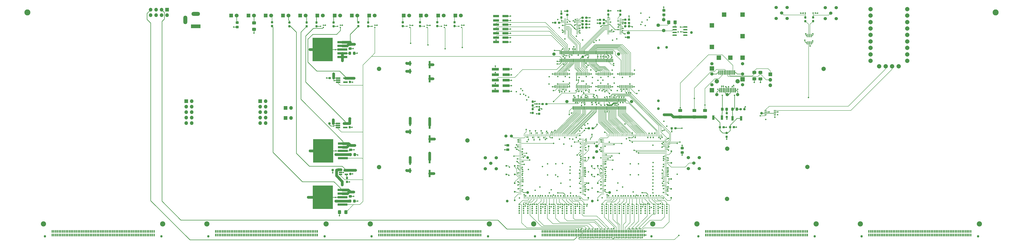
<source format=gbr>
G04 #@! TF.GenerationSoftware,KiCad,Pcbnew,5.1.10-88a1d61d58~88~ubuntu18.04.1*
G04 #@! TF.CreationDate,2021-08-13T15:43:30-04:00*
G04 #@! TF.ProjectId,readout_trenz,72656164-6f75-4745-9f74-72656e7a2e6b,rev?*
G04 #@! TF.SameCoordinates,Original*
G04 #@! TF.FileFunction,Copper,L1,Top*
G04 #@! TF.FilePolarity,Positive*
%FSLAX46Y46*%
G04 Gerber Fmt 4.6, Leading zero omitted, Abs format (unit mm)*
G04 Created by KiCad (PCBNEW 5.1.10-88a1d61d58~88~ubuntu18.04.1) date 2021-08-13 15:43:30*
%MOMM*%
%LPD*%
G01*
G04 APERTURE LIST*
G04 #@! TA.AperFunction,SMDPad,CuDef*
%ADD10R,0.650000X2.200000*%
G04 #@! TD*
G04 #@! TA.AperFunction,SMDPad,CuDef*
%ADD11R,0.900000X3.400000*%
G04 #@! TD*
G04 #@! TA.AperFunction,ComponentPad*
%ADD12R,4.400000X1.800000*%
G04 #@! TD*
G04 #@! TA.AperFunction,ComponentPad*
%ADD13O,4.000000X1.800000*%
G04 #@! TD*
G04 #@! TA.AperFunction,ComponentPad*
%ADD14O,1.800000X4.000000*%
G04 #@! TD*
G04 #@! TA.AperFunction,ComponentPad*
%ADD15O,1.700000X1.700000*%
G04 #@! TD*
G04 #@! TA.AperFunction,ComponentPad*
%ADD16R,1.700000X1.700000*%
G04 #@! TD*
G04 #@! TA.AperFunction,SMDPad,CuDef*
%ADD17R,3.175000X1.270000*%
G04 #@! TD*
G04 #@! TA.AperFunction,SMDPad,CuDef*
%ADD18R,0.650000X0.750000*%
G04 #@! TD*
G04 #@! TA.AperFunction,SMDPad,CuDef*
%ADD19R,0.600000X0.500000*%
G04 #@! TD*
G04 #@! TA.AperFunction,SMDPad,CuDef*
%ADD20R,1.000000X2.000000*%
G04 #@! TD*
G04 #@! TA.AperFunction,SMDPad,CuDef*
%ADD21R,1.100000X0.400000*%
G04 #@! TD*
G04 #@! TA.AperFunction,ComponentPad*
%ADD22C,2.000000*%
G04 #@! TD*
G04 #@! TA.AperFunction,ComponentPad*
%ADD23C,1.400000*%
G04 #@! TD*
G04 #@! TA.AperFunction,WasherPad*
%ADD24C,2.794000*%
G04 #@! TD*
G04 #@! TA.AperFunction,SMDPad,CuDef*
%ADD25R,0.762000X0.762000*%
G04 #@! TD*
G04 #@! TA.AperFunction,SMDPad,CuDef*
%ADD26R,0.500000X2.000000*%
G04 #@! TD*
G04 #@! TA.AperFunction,WasherPad*
%ADD27C,2.000000*%
G04 #@! TD*
G04 #@! TA.AperFunction,ComponentPad*
%ADD28R,2.000000X2.000000*%
G04 #@! TD*
G04 #@! TA.AperFunction,ComponentPad*
%ADD29C,1.500000*%
G04 #@! TD*
G04 #@! TA.AperFunction,SMDPad,CuDef*
%ADD30R,2.750000X1.000000*%
G04 #@! TD*
G04 #@! TA.AperFunction,SMDPad,CuDef*
%ADD31R,0.300000X1.500000*%
G04 #@! TD*
G04 #@! TA.AperFunction,ComponentPad*
%ADD32C,1.620000*%
G04 #@! TD*
G04 #@! TA.AperFunction,SMDPad,CuDef*
%ADD33R,1.000000X0.280000*%
G04 #@! TD*
G04 #@! TA.AperFunction,SMDPad,CuDef*
%ADD34R,0.280000X1.000000*%
G04 #@! TD*
G04 #@! TA.AperFunction,SMDPad,CuDef*
%ADD35R,2.000000X0.650000*%
G04 #@! TD*
G04 #@! TA.AperFunction,ComponentPad*
%ADD36C,1.800000*%
G04 #@! TD*
G04 #@! TA.AperFunction,ComponentPad*
%ADD37R,1.800000X1.800000*%
G04 #@! TD*
G04 #@! TA.AperFunction,ComponentPad*
%ADD38C,1.100000*%
G04 #@! TD*
G04 #@! TA.AperFunction,ComponentPad*
%ADD39C,2.410000*%
G04 #@! TD*
G04 #@! TA.AperFunction,SMDPad,CuDef*
%ADD40R,0.500000X1.250000*%
G04 #@! TD*
G04 #@! TA.AperFunction,ComponentPad*
%ADD41C,1.524000*%
G04 #@! TD*
G04 #@! TA.AperFunction,SMDPad,CuDef*
%ADD42R,1.560000X0.650000*%
G04 #@! TD*
G04 #@! TA.AperFunction,SMDPad,CuDef*
%ADD43R,4.600000X1.100000*%
G04 #@! TD*
G04 #@! TA.AperFunction,SMDPad,CuDef*
%ADD44R,9.400000X10.800000*%
G04 #@! TD*
G04 #@! TA.AperFunction,SMDPad,CuDef*
%ADD45R,1.100000X0.285000*%
G04 #@! TD*
G04 #@! TA.AperFunction,SMDPad,CuDef*
%ADD46R,0.300000X1.600000*%
G04 #@! TD*
G04 #@! TA.AperFunction,SMDPad,CuDef*
%ADD47R,0.450000X1.450000*%
G04 #@! TD*
G04 #@! TA.AperFunction,ViaPad*
%ADD48C,1.270000*%
G04 #@! TD*
G04 #@! TA.AperFunction,ViaPad*
%ADD49C,0.635000*%
G04 #@! TD*
G04 #@! TA.AperFunction,Conductor*
%ADD50C,0.254000*%
G04 #@! TD*
G04 #@! TA.AperFunction,Conductor*
%ADD51C,1.270000*%
G04 #@! TD*
G04 #@! TA.AperFunction,Conductor*
%ADD52C,0.147320*%
G04 #@! TD*
G04 #@! TA.AperFunction,Conductor*
%ADD53C,0.110490*%
G04 #@! TD*
G04 #@! TA.AperFunction,Conductor*
%ADD54C,0.381000*%
G04 #@! TD*
G04 #@! TA.AperFunction,Conductor*
%ADD55C,0.635000*%
G04 #@! TD*
G04 APERTURE END LIST*
D10*
X283000000Y-127150000D03*
X283000000Y-130850000D03*
D11*
X292000000Y-127750000D03*
X292000000Y-134250000D03*
X292000000Y-171750000D03*
X292000000Y-178250000D03*
X292000000Y-162250000D03*
X292000000Y-155750000D03*
D10*
X283000000Y-173150000D03*
X283000000Y-176850000D03*
X283000000Y-158850000D03*
X283000000Y-155150000D03*
D12*
X183560000Y-110000000D03*
D13*
X183560000Y-104200000D03*
D14*
X178760000Y-107000000D03*
D15*
X215981600Y-144705400D03*
X213441600Y-149785400D03*
X215981600Y-152325400D03*
X213441600Y-147245400D03*
X213441600Y-152325400D03*
X215981600Y-147245400D03*
X215981600Y-154865400D03*
D16*
X213441600Y-144690000D03*
D15*
X215981600Y-149785400D03*
X213441600Y-154865400D03*
X181692200Y-144692400D03*
X179152200Y-149772400D03*
X181692200Y-152312400D03*
X179152200Y-147232400D03*
X179152200Y-152312400D03*
X181692200Y-147232400D03*
X181692200Y-154852400D03*
D16*
X179152200Y-144690000D03*
D15*
X181692200Y-149772400D03*
X179152200Y-154850000D03*
D17*
X322475000Y-129920000D03*
X322475000Y-132460000D03*
X327525000Y-137540000D03*
X327525000Y-135000000D03*
X327525000Y-129920000D03*
X327525000Y-132460000D03*
X327525000Y-140080000D03*
X322475000Y-140080000D03*
X322475000Y-137540000D03*
X322475000Y-135000000D03*
D18*
X342830000Y-147230000D03*
X342830000Y-145930000D03*
X341830000Y-145930000D03*
X341830000Y-147230000D03*
D19*
X281550000Y-110000000D03*
X282850000Y-109500000D03*
X282850000Y-110500000D03*
X289550000Y-110000000D03*
X290850000Y-109500000D03*
X290850000Y-110500000D03*
X297550000Y-110000000D03*
X298850000Y-109500000D03*
X298850000Y-110500000D03*
X305550000Y-110000000D03*
X306850000Y-109500000D03*
X306850000Y-110500000D03*
X241445000Y-109960000D03*
X242745000Y-109460000D03*
X242745000Y-110460000D03*
X249345000Y-110010000D03*
X250645000Y-109510000D03*
X250645000Y-110510000D03*
X265370000Y-109960000D03*
X266670000Y-109460000D03*
X266670000Y-110460000D03*
D20*
X423570000Y-152320000D03*
X427570000Y-152320000D03*
X436450000Y-152670000D03*
X432450000Y-152670000D03*
D21*
X452150000Y-149025000D03*
X452150000Y-149675000D03*
X452150000Y-150325000D03*
X452150000Y-150975000D03*
X447850000Y-150975000D03*
X447850000Y-150325000D03*
X447850000Y-149675000D03*
X447850000Y-149025000D03*
D22*
X513500000Y-102000000D03*
X513500000Y-114000000D03*
X513500000Y-111000000D03*
X513500000Y-123000000D03*
X513500000Y-108000000D03*
X513500000Y-105000000D03*
X513500000Y-117000000D03*
X513500000Y-120000000D03*
X513500000Y-126000000D03*
X496500000Y-114000000D03*
X496500000Y-102000000D03*
X496500000Y-108000000D03*
X496500000Y-105000000D03*
X496500000Y-111000000D03*
X496500000Y-123000000D03*
X496500000Y-117000000D03*
X496500000Y-126000000D03*
X496500000Y-120000000D03*
X500500000Y-128500000D03*
X509500000Y-128500000D03*
X506500000Y-128500000D03*
X503500000Y-128500000D03*
G04 #@! TA.AperFunction,SMDPad,CuDef*
G36*
G01*
X342592500Y-150010000D02*
X343067500Y-150010000D01*
G75*
G02*
X343305000Y-150247500I0J-237500D01*
G01*
X343305000Y-150822500D01*
G75*
G02*
X343067500Y-151060000I-237500J0D01*
G01*
X342592500Y-151060000D01*
G75*
G02*
X342355000Y-150822500I0J237500D01*
G01*
X342355000Y-150247500D01*
G75*
G02*
X342592500Y-150010000I237500J0D01*
G01*
G37*
G04 #@! TD.AperFunction*
G04 #@! TA.AperFunction,SMDPad,CuDef*
G36*
G01*
X342592500Y-148260000D02*
X343067500Y-148260000D01*
G75*
G02*
X343305000Y-148497500I0J-237500D01*
G01*
X343305000Y-149072500D01*
G75*
G02*
X343067500Y-149310000I-237500J0D01*
G01*
X342592500Y-149310000D01*
G75*
G02*
X342355000Y-149072500I0J237500D01*
G01*
X342355000Y-148497500D01*
G75*
G02*
X342592500Y-148260000I237500J0D01*
G01*
G37*
G04 #@! TD.AperFunction*
G04 #@! TA.AperFunction,SMDPad,CuDef*
G36*
G01*
X344970000Y-145792500D02*
X344970000Y-146267500D01*
G75*
G02*
X344732500Y-146505000I-237500J0D01*
G01*
X344157500Y-146505000D01*
G75*
G02*
X343920000Y-146267500I0J237500D01*
G01*
X343920000Y-145792500D01*
G75*
G02*
X344157500Y-145555000I237500J0D01*
G01*
X344732500Y-145555000D01*
G75*
G02*
X344970000Y-145792500I0J-237500D01*
G01*
G37*
G04 #@! TD.AperFunction*
G04 #@! TA.AperFunction,SMDPad,CuDef*
G36*
G01*
X346720000Y-145792500D02*
X346720000Y-146267500D01*
G75*
G02*
X346482500Y-146505000I-237500J0D01*
G01*
X345907500Y-146505000D01*
G75*
G02*
X345670000Y-146267500I0J237500D01*
G01*
X345670000Y-145792500D01*
G75*
G02*
X345907500Y-145555000I237500J0D01*
G01*
X346482500Y-145555000D01*
G75*
G02*
X346720000Y-145792500I0J-237500D01*
G01*
G37*
G04 #@! TD.AperFunction*
G04 #@! TA.AperFunction,SMDPad,CuDef*
G36*
G01*
X339592500Y-149590000D02*
X340067500Y-149590000D01*
G75*
G02*
X340305000Y-149827500I0J-237500D01*
G01*
X340305000Y-150402500D01*
G75*
G02*
X340067500Y-150640000I-237500J0D01*
G01*
X339592500Y-150640000D01*
G75*
G02*
X339355000Y-150402500I0J237500D01*
G01*
X339355000Y-149827500D01*
G75*
G02*
X339592500Y-149590000I237500J0D01*
G01*
G37*
G04 #@! TD.AperFunction*
G04 #@! TA.AperFunction,SMDPad,CuDef*
G36*
G01*
X339592500Y-147840000D02*
X340067500Y-147840000D01*
G75*
G02*
X340305000Y-148077500I0J-237500D01*
G01*
X340305000Y-148652500D01*
G75*
G02*
X340067500Y-148890000I-237500J0D01*
G01*
X339592500Y-148890000D01*
G75*
G02*
X339355000Y-148652500I0J237500D01*
G01*
X339355000Y-148077500D01*
G75*
G02*
X339592500Y-147840000I237500J0D01*
G01*
G37*
G04 #@! TD.AperFunction*
G04 #@! TA.AperFunction,SMDPad,CuDef*
G36*
G01*
X339592500Y-146140000D02*
X340067500Y-146140000D01*
G75*
G02*
X340305000Y-146377500I0J-237500D01*
G01*
X340305000Y-146952500D01*
G75*
G02*
X340067500Y-147190000I-237500J0D01*
G01*
X339592500Y-147190000D01*
G75*
G02*
X339355000Y-146952500I0J237500D01*
G01*
X339355000Y-146377500D01*
G75*
G02*
X339592500Y-146140000I237500J0D01*
G01*
G37*
G04 #@! TD.AperFunction*
G04 #@! TA.AperFunction,SMDPad,CuDef*
G36*
G01*
X339592500Y-144390000D02*
X340067500Y-144390000D01*
G75*
G02*
X340305000Y-144627500I0J-237500D01*
G01*
X340305000Y-145202500D01*
G75*
G02*
X340067500Y-145440000I-237500J0D01*
G01*
X339592500Y-145440000D01*
G75*
G02*
X339355000Y-145202500I0J237500D01*
G01*
X339355000Y-144627500D01*
G75*
G02*
X339592500Y-144390000I237500J0D01*
G01*
G37*
G04 #@! TD.AperFunction*
G04 #@! TA.AperFunction,SMDPad,CuDef*
G36*
G01*
X420345000Y-149725000D02*
X419095000Y-149725000D01*
G75*
G02*
X418845000Y-149475000I0J250000D01*
G01*
X418845000Y-148550000D01*
G75*
G02*
X419095000Y-148300000I250000J0D01*
G01*
X420345000Y-148300000D01*
G75*
G02*
X420595000Y-148550000I0J-250000D01*
G01*
X420595000Y-149475000D01*
G75*
G02*
X420345000Y-149725000I-250000J0D01*
G01*
G37*
G04 #@! TD.AperFunction*
G04 #@! TA.AperFunction,SMDPad,CuDef*
G36*
G01*
X420345000Y-152700000D02*
X419095000Y-152700000D01*
G75*
G02*
X418845000Y-152450000I0J250000D01*
G01*
X418845000Y-151525000D01*
G75*
G02*
X419095000Y-151275000I250000J0D01*
G01*
X420345000Y-151275000D01*
G75*
G02*
X420595000Y-151525000I0J-250000D01*
G01*
X420595000Y-152450000D01*
G75*
G02*
X420345000Y-152700000I-250000J0D01*
G01*
G37*
G04 #@! TD.AperFunction*
G04 #@! TA.AperFunction,SMDPad,CuDef*
G36*
G01*
X415415000Y-149725000D02*
X414165000Y-149725000D01*
G75*
G02*
X413915000Y-149475000I0J250000D01*
G01*
X413915000Y-148550000D01*
G75*
G02*
X414165000Y-148300000I250000J0D01*
G01*
X415415000Y-148300000D01*
G75*
G02*
X415665000Y-148550000I0J-250000D01*
G01*
X415665000Y-149475000D01*
G75*
G02*
X415415000Y-149725000I-250000J0D01*
G01*
G37*
G04 #@! TD.AperFunction*
G04 #@! TA.AperFunction,SMDPad,CuDef*
G36*
G01*
X415415000Y-152700000D02*
X414165000Y-152700000D01*
G75*
G02*
X413915000Y-152450000I0J250000D01*
G01*
X413915000Y-151525000D01*
G75*
G02*
X414165000Y-151275000I250000J0D01*
G01*
X415415000Y-151275000D01*
G75*
G02*
X415665000Y-151525000I0J-250000D01*
G01*
X415665000Y-152450000D01*
G75*
G02*
X415415000Y-152700000I-250000J0D01*
G01*
G37*
G04 #@! TD.AperFunction*
G04 #@! TA.AperFunction,SMDPad,CuDef*
G36*
G01*
X408865000Y-149725000D02*
X407615000Y-149725000D01*
G75*
G02*
X407365000Y-149475000I0J250000D01*
G01*
X407365000Y-148550000D01*
G75*
G02*
X407615000Y-148300000I250000J0D01*
G01*
X408865000Y-148300000D01*
G75*
G02*
X409115000Y-148550000I0J-250000D01*
G01*
X409115000Y-149475000D01*
G75*
G02*
X408865000Y-149725000I-250000J0D01*
G01*
G37*
G04 #@! TD.AperFunction*
G04 #@! TA.AperFunction,SMDPad,CuDef*
G36*
G01*
X408865000Y-152700000D02*
X407615000Y-152700000D01*
G75*
G02*
X407365000Y-152450000I0J250000D01*
G01*
X407365000Y-151525000D01*
G75*
G02*
X407615000Y-151275000I250000J0D01*
G01*
X408865000Y-151275000D01*
G75*
G02*
X409115000Y-151525000I0J-250000D01*
G01*
X409115000Y-152450000D01*
G75*
G02*
X408865000Y-152700000I-250000J0D01*
G01*
G37*
G04 #@! TD.AperFunction*
D15*
X450000000Y-137310000D03*
X450000000Y-134770000D03*
D16*
X450000000Y-132230000D03*
D23*
X327460000Y-160900000D03*
X330000000Y-160900000D03*
X369500000Y-168040000D03*
X369500000Y-165500000D03*
D22*
X467230000Y-175200000D03*
X474760000Y-129750000D03*
X429990000Y-190000000D03*
X430010000Y-166740000D03*
X309520000Y-189780000D03*
X309550000Y-162860000D03*
X268610000Y-175230000D03*
X268590000Y-129750000D03*
G04 #@! TA.AperFunction,SMDPad,CuDef*
G36*
G01*
X363470000Y-110342500D02*
X363470000Y-110817500D01*
G75*
G02*
X363232500Y-111055000I-237500J0D01*
G01*
X362657500Y-111055000D01*
G75*
G02*
X362420000Y-110817500I0J237500D01*
G01*
X362420000Y-110342500D01*
G75*
G02*
X362657500Y-110105000I237500J0D01*
G01*
X363232500Y-110105000D01*
G75*
G02*
X363470000Y-110342500I0J-237500D01*
G01*
G37*
G04 #@! TD.AperFunction*
G04 #@! TA.AperFunction,SMDPad,CuDef*
G36*
G01*
X365220000Y-110342500D02*
X365220000Y-110817500D01*
G75*
G02*
X364982500Y-111055000I-237500J0D01*
G01*
X364407500Y-111055000D01*
G75*
G02*
X364170000Y-110817500I0J237500D01*
G01*
X364170000Y-110342500D01*
G75*
G02*
X364407500Y-110105000I237500J0D01*
G01*
X364982500Y-110105000D01*
G75*
G02*
X365220000Y-110342500I0J-237500D01*
G01*
G37*
G04 #@! TD.AperFunction*
G04 #@! TA.AperFunction,SMDPad,CuDef*
G36*
G01*
X383270000Y-109752500D02*
X383270000Y-110227500D01*
G75*
G02*
X383032500Y-110465000I-237500J0D01*
G01*
X382457500Y-110465000D01*
G75*
G02*
X382220000Y-110227500I0J237500D01*
G01*
X382220000Y-109752500D01*
G75*
G02*
X382457500Y-109515000I237500J0D01*
G01*
X383032500Y-109515000D01*
G75*
G02*
X383270000Y-109752500I0J-237500D01*
G01*
G37*
G04 #@! TD.AperFunction*
G04 #@! TA.AperFunction,SMDPad,CuDef*
G36*
G01*
X385020000Y-109752500D02*
X385020000Y-110227500D01*
G75*
G02*
X384782500Y-110465000I-237500J0D01*
G01*
X384207500Y-110465000D01*
G75*
G02*
X383970000Y-110227500I0J237500D01*
G01*
X383970000Y-109752500D01*
G75*
G02*
X384207500Y-109515000I237500J0D01*
G01*
X384782500Y-109515000D01*
G75*
G02*
X385020000Y-109752500I0J-237500D01*
G01*
G37*
G04 #@! TD.AperFunction*
D24*
X554500000Y-103570000D03*
X105500000Y-103570000D03*
D25*
X365670000Y-185730000D03*
X404030000Y-185380000D03*
G04 #@! TA.AperFunction,SMDPad,CuDef*
G36*
G01*
X279827500Y-108670000D02*
X279352500Y-108670000D01*
G75*
G02*
X279115000Y-108432500I0J237500D01*
G01*
X279115000Y-107857500D01*
G75*
G02*
X279352500Y-107620000I237500J0D01*
G01*
X279827500Y-107620000D01*
G75*
G02*
X280065000Y-107857500I0J-237500D01*
G01*
X280065000Y-108432500D01*
G75*
G02*
X279827500Y-108670000I-237500J0D01*
G01*
G37*
G04 #@! TD.AperFunction*
G04 #@! TA.AperFunction,SMDPad,CuDef*
G36*
G01*
X279827500Y-110420000D02*
X279352500Y-110420000D01*
G75*
G02*
X279115000Y-110182500I0J237500D01*
G01*
X279115000Y-109607500D01*
G75*
G02*
X279352500Y-109370000I237500J0D01*
G01*
X279827500Y-109370000D01*
G75*
G02*
X280065000Y-109607500I0J-237500D01*
G01*
X280065000Y-110182500D01*
G75*
G02*
X279827500Y-110420000I-237500J0D01*
G01*
G37*
G04 #@! TD.AperFunction*
G04 #@! TA.AperFunction,SMDPad,CuDef*
G36*
G01*
X287817500Y-108630000D02*
X287342500Y-108630000D01*
G75*
G02*
X287105000Y-108392500I0J237500D01*
G01*
X287105000Y-107817500D01*
G75*
G02*
X287342500Y-107580000I237500J0D01*
G01*
X287817500Y-107580000D01*
G75*
G02*
X288055000Y-107817500I0J-237500D01*
G01*
X288055000Y-108392500D01*
G75*
G02*
X287817500Y-108630000I-237500J0D01*
G01*
G37*
G04 #@! TD.AperFunction*
G04 #@! TA.AperFunction,SMDPad,CuDef*
G36*
G01*
X287817500Y-110380000D02*
X287342500Y-110380000D01*
G75*
G02*
X287105000Y-110142500I0J237500D01*
G01*
X287105000Y-109567500D01*
G75*
G02*
X287342500Y-109330000I237500J0D01*
G01*
X287817500Y-109330000D01*
G75*
G02*
X288055000Y-109567500I0J-237500D01*
G01*
X288055000Y-110142500D01*
G75*
G02*
X287817500Y-110380000I-237500J0D01*
G01*
G37*
G04 #@! TD.AperFunction*
G04 #@! TA.AperFunction,SMDPad,CuDef*
G36*
G01*
X295817500Y-108640000D02*
X295342500Y-108640000D01*
G75*
G02*
X295105000Y-108402500I0J237500D01*
G01*
X295105000Y-107827500D01*
G75*
G02*
X295342500Y-107590000I237500J0D01*
G01*
X295817500Y-107590000D01*
G75*
G02*
X296055000Y-107827500I0J-237500D01*
G01*
X296055000Y-108402500D01*
G75*
G02*
X295817500Y-108640000I-237500J0D01*
G01*
G37*
G04 #@! TD.AperFunction*
G04 #@! TA.AperFunction,SMDPad,CuDef*
G36*
G01*
X295817500Y-110390000D02*
X295342500Y-110390000D01*
G75*
G02*
X295105000Y-110152500I0J237500D01*
G01*
X295105000Y-109577500D01*
G75*
G02*
X295342500Y-109340000I237500J0D01*
G01*
X295817500Y-109340000D01*
G75*
G02*
X296055000Y-109577500I0J-237500D01*
G01*
X296055000Y-110152500D01*
G75*
G02*
X295817500Y-110390000I-237500J0D01*
G01*
G37*
G04 #@! TD.AperFunction*
G04 #@! TA.AperFunction,SMDPad,CuDef*
G36*
G01*
X303817500Y-108640000D02*
X303342500Y-108640000D01*
G75*
G02*
X303105000Y-108402500I0J237500D01*
G01*
X303105000Y-107827500D01*
G75*
G02*
X303342500Y-107590000I237500J0D01*
G01*
X303817500Y-107590000D01*
G75*
G02*
X304055000Y-107827500I0J-237500D01*
G01*
X304055000Y-108402500D01*
G75*
G02*
X303817500Y-108640000I-237500J0D01*
G01*
G37*
G04 #@! TD.AperFunction*
G04 #@! TA.AperFunction,SMDPad,CuDef*
G36*
G01*
X303817500Y-110390000D02*
X303342500Y-110390000D01*
G75*
G02*
X303105000Y-110152500I0J237500D01*
G01*
X303105000Y-109577500D01*
G75*
G02*
X303342500Y-109340000I237500J0D01*
G01*
X303817500Y-109340000D01*
G75*
G02*
X304055000Y-109577500I0J-237500D01*
G01*
X304055000Y-110152500D01*
G75*
G02*
X303817500Y-110390000I-237500J0D01*
G01*
G37*
G04 #@! TD.AperFunction*
G04 #@! TA.AperFunction,SMDPad,CuDef*
G36*
G01*
X259207500Y-108660000D02*
X258732500Y-108660000D01*
G75*
G02*
X258495000Y-108422500I0J237500D01*
G01*
X258495000Y-107847500D01*
G75*
G02*
X258732500Y-107610000I237500J0D01*
G01*
X259207500Y-107610000D01*
G75*
G02*
X259445000Y-107847500I0J-237500D01*
G01*
X259445000Y-108422500D01*
G75*
G02*
X259207500Y-108660000I-237500J0D01*
G01*
G37*
G04 #@! TD.AperFunction*
G04 #@! TA.AperFunction,SMDPad,CuDef*
G36*
G01*
X259207500Y-110410000D02*
X258732500Y-110410000D01*
G75*
G02*
X258495000Y-110172500I0J237500D01*
G01*
X258495000Y-109597500D01*
G75*
G02*
X258732500Y-109360000I237500J0D01*
G01*
X259207500Y-109360000D01*
G75*
G02*
X259445000Y-109597500I0J-237500D01*
G01*
X259445000Y-110172500D01*
G75*
G02*
X259207500Y-110410000I-237500J0D01*
G01*
G37*
G04 #@! TD.AperFunction*
G04 #@! TA.AperFunction,SMDPad,CuDef*
G36*
G01*
X219197500Y-108640000D02*
X218722500Y-108640000D01*
G75*
G02*
X218485000Y-108402500I0J237500D01*
G01*
X218485000Y-107827500D01*
G75*
G02*
X218722500Y-107590000I237500J0D01*
G01*
X219197500Y-107590000D01*
G75*
G02*
X219435000Y-107827500I0J-237500D01*
G01*
X219435000Y-108402500D01*
G75*
G02*
X219197500Y-108640000I-237500J0D01*
G01*
G37*
G04 #@! TD.AperFunction*
G04 #@! TA.AperFunction,SMDPad,CuDef*
G36*
G01*
X219197500Y-110390000D02*
X218722500Y-110390000D01*
G75*
G02*
X218485000Y-110152500I0J237500D01*
G01*
X218485000Y-109577500D01*
G75*
G02*
X218722500Y-109340000I237500J0D01*
G01*
X219197500Y-109340000D01*
G75*
G02*
X219435000Y-109577500I0J-237500D01*
G01*
X219435000Y-110152500D01*
G75*
G02*
X219197500Y-110390000I-237500J0D01*
G01*
G37*
G04 #@! TD.AperFunction*
G04 #@! TA.AperFunction,SMDPad,CuDef*
G36*
G01*
X235237500Y-108750000D02*
X234762500Y-108750000D01*
G75*
G02*
X234525000Y-108512500I0J237500D01*
G01*
X234525000Y-107937500D01*
G75*
G02*
X234762500Y-107700000I237500J0D01*
G01*
X235237500Y-107700000D01*
G75*
G02*
X235475000Y-107937500I0J-237500D01*
G01*
X235475000Y-108512500D01*
G75*
G02*
X235237500Y-108750000I-237500J0D01*
G01*
G37*
G04 #@! TD.AperFunction*
G04 #@! TA.AperFunction,SMDPad,CuDef*
G36*
G01*
X235237500Y-110500000D02*
X234762500Y-110500000D01*
G75*
G02*
X234525000Y-110262500I0J237500D01*
G01*
X234525000Y-109687500D01*
G75*
G02*
X234762500Y-109450000I237500J0D01*
G01*
X235237500Y-109450000D01*
G75*
G02*
X235475000Y-109687500I0J-237500D01*
G01*
X235475000Y-110262500D01*
G75*
G02*
X235237500Y-110500000I-237500J0D01*
G01*
G37*
G04 #@! TD.AperFunction*
G04 #@! TA.AperFunction,SMDPad,CuDef*
G36*
G01*
X465570000Y-103697500D02*
X465570000Y-104042500D01*
G75*
G02*
X465422500Y-104190000I-147500J0D01*
G01*
X465127500Y-104190000D01*
G75*
G02*
X464980000Y-104042500I0J147500D01*
G01*
X464980000Y-103697500D01*
G75*
G02*
X465127500Y-103550000I147500J0D01*
G01*
X465422500Y-103550000D01*
G75*
G02*
X465570000Y-103697500I0J-147500D01*
G01*
G37*
G04 #@! TD.AperFunction*
G04 #@! TA.AperFunction,SMDPad,CuDef*
G36*
G01*
X466540000Y-103697500D02*
X466540000Y-104042500D01*
G75*
G02*
X466392500Y-104190000I-147500J0D01*
G01*
X466097500Y-104190000D01*
G75*
G02*
X465950000Y-104042500I0J147500D01*
G01*
X465950000Y-103697500D01*
G75*
G02*
X466097500Y-103550000I147500J0D01*
G01*
X466392500Y-103550000D01*
G75*
G02*
X466540000Y-103697500I0J-147500D01*
G01*
G37*
G04 #@! TD.AperFunction*
G04 #@! TA.AperFunction,SMDPad,CuDef*
G36*
G01*
X470560000Y-104022500D02*
X470560000Y-103677500D01*
G75*
G02*
X470707500Y-103530000I147500J0D01*
G01*
X471002500Y-103530000D01*
G75*
G02*
X471150000Y-103677500I0J-147500D01*
G01*
X471150000Y-104022500D01*
G75*
G02*
X471002500Y-104170000I-147500J0D01*
G01*
X470707500Y-104170000D01*
G75*
G02*
X470560000Y-104022500I0J147500D01*
G01*
G37*
G04 #@! TD.AperFunction*
G04 #@! TA.AperFunction,SMDPad,CuDef*
G36*
G01*
X469590000Y-104022500D02*
X469590000Y-103677500D01*
G75*
G02*
X469737500Y-103530000I147500J0D01*
G01*
X470032500Y-103530000D01*
G75*
G02*
X470180000Y-103677500I0J-147500D01*
G01*
X470180000Y-104022500D01*
G75*
G02*
X470032500Y-104170000I-147500J0D01*
G01*
X469737500Y-104170000D01*
G75*
G02*
X469590000Y-104022500I0J147500D01*
G01*
G37*
G04 #@! TD.AperFunction*
G04 #@! TA.AperFunction,SMDPad,CuDef*
G36*
G01*
X443215000Y-135060000D02*
X441965000Y-135060000D01*
G75*
G02*
X441715000Y-134810000I0J250000D01*
G01*
X441715000Y-133885000D01*
G75*
G02*
X441965000Y-133635000I250000J0D01*
G01*
X443215000Y-133635000D01*
G75*
G02*
X443465000Y-133885000I0J-250000D01*
G01*
X443465000Y-134810000D01*
G75*
G02*
X443215000Y-135060000I-250000J0D01*
G01*
G37*
G04 #@! TD.AperFunction*
G04 #@! TA.AperFunction,SMDPad,CuDef*
G36*
G01*
X443215000Y-132085000D02*
X441965000Y-132085000D01*
G75*
G02*
X441715000Y-131835000I0J250000D01*
G01*
X441715000Y-130910000D01*
G75*
G02*
X441965000Y-130660000I250000J0D01*
G01*
X443215000Y-130660000D01*
G75*
G02*
X443465000Y-130910000I0J-250000D01*
G01*
X443465000Y-131835000D01*
G75*
G02*
X443215000Y-132085000I-250000J0D01*
G01*
G37*
G04 #@! TD.AperFunction*
D26*
X433450000Y-131380000D03*
X432650000Y-131380000D03*
X431850000Y-131380000D03*
X431050000Y-131380000D03*
X430250000Y-131380000D03*
X429450000Y-131380000D03*
X428650000Y-131380000D03*
X427850000Y-131380000D03*
X427050000Y-131380000D03*
X426250000Y-131380000D03*
X426650000Y-139580000D03*
X427450000Y-139580000D03*
X428250000Y-139580000D03*
X429050000Y-139580000D03*
X429850000Y-139580000D03*
X430650000Y-139580000D03*
X431450000Y-139580000D03*
X432250000Y-139580000D03*
X433050000Y-139580000D03*
X433850000Y-139580000D03*
D27*
X425250000Y-135480000D03*
X434850000Y-135480000D03*
D28*
X437175000Y-134580000D03*
X437175000Y-124580000D03*
X437175000Y-114580000D03*
X437175000Y-104580000D03*
D29*
X430050000Y-141680000D03*
X434850000Y-141680000D03*
X425250000Y-141680000D03*
D28*
X422925000Y-139580000D03*
X422925000Y-129580000D03*
X422925000Y-119580000D03*
X422925000Y-109580000D03*
X428600000Y-104580000D03*
X426100000Y-124580000D03*
X431500000Y-124580000D03*
D29*
X422925000Y-137080000D03*
X437175000Y-137080000D03*
X437175000Y-132080000D03*
X437175000Y-127380000D03*
X422925000Y-127380000D03*
X422925000Y-132080000D03*
D30*
X327125000Y-117240000D03*
X322875000Y-115240000D03*
X322875000Y-113240000D03*
X322875000Y-117240000D03*
X327125000Y-113240000D03*
X322875000Y-111240000D03*
X327125000Y-115240000D03*
X322875000Y-105240000D03*
X322875000Y-109240000D03*
X327125000Y-109240000D03*
X327125000Y-111240000D03*
X322875000Y-107240000D03*
X327125000Y-107240000D03*
X327125000Y-105240000D03*
D31*
X362450000Y-122150000D03*
X362950000Y-122150000D03*
X363450000Y-122150000D03*
X363950000Y-122150000D03*
X364450000Y-122150000D03*
X364950000Y-122150000D03*
X365450000Y-122150000D03*
X365950000Y-122150000D03*
X366450000Y-122150000D03*
X366950000Y-122150000D03*
X367450000Y-122150000D03*
X367950000Y-122150000D03*
X368450000Y-122150000D03*
X368950000Y-122150000D03*
X369450000Y-122150000D03*
X369950000Y-122150000D03*
X370450000Y-122150000D03*
X370950000Y-122150000D03*
X371450000Y-122150000D03*
X371950000Y-122150000D03*
X372450000Y-122150000D03*
X372950000Y-122150000D03*
X373450000Y-122150000D03*
X373950000Y-122150000D03*
X374450000Y-122150000D03*
X374950000Y-122150000D03*
X375450000Y-122150000D03*
X375950000Y-122150000D03*
X376450000Y-122150000D03*
X376950000Y-122150000D03*
X352450000Y-125850000D03*
X352950000Y-125850000D03*
X353450000Y-125850000D03*
X353950000Y-125850000D03*
X354450000Y-125850000D03*
X354950000Y-125850000D03*
X355450000Y-125850000D03*
X355950000Y-125850000D03*
X356450000Y-125850000D03*
X356950000Y-125850000D03*
X357450000Y-125850000D03*
X357950000Y-125850000D03*
X358450000Y-125850000D03*
X358950000Y-125850000D03*
X359450000Y-125850000D03*
X359950000Y-125850000D03*
X360450000Y-125850000D03*
X360950000Y-125850000D03*
X361450000Y-125850000D03*
X361950000Y-125850000D03*
X362450000Y-125850000D03*
X362950000Y-125850000D03*
X363450000Y-125850000D03*
X363950000Y-125850000D03*
X364450000Y-125850000D03*
X364950000Y-125850000D03*
X365450000Y-125850000D03*
X365950000Y-125850000D03*
X366450000Y-125850000D03*
X366950000Y-125850000D03*
X367450000Y-125850000D03*
X367950000Y-125850000D03*
X368450000Y-125850000D03*
X368950000Y-125850000D03*
X369450000Y-125850000D03*
X369950000Y-125850000D03*
X370450000Y-125850000D03*
X370950000Y-125850000D03*
X371450000Y-125850000D03*
X371950000Y-125850000D03*
X372450000Y-125850000D03*
X372950000Y-125850000D03*
X373450000Y-125850000D03*
X373950000Y-125850000D03*
D29*
X379675000Y-122850000D03*
X349725000Y-122850000D03*
D31*
X352450000Y-122150000D03*
X352950000Y-122150000D03*
X353450000Y-122150000D03*
X353950000Y-122150000D03*
X354450000Y-122150000D03*
X354950000Y-122150000D03*
X355450000Y-122150000D03*
X355950000Y-122150000D03*
X356450000Y-122150000D03*
X356950000Y-122150000D03*
X357450000Y-122150000D03*
X357950000Y-122150000D03*
X358450000Y-122150000D03*
X358950000Y-122150000D03*
X359450000Y-122150000D03*
X359950000Y-122150000D03*
X360450000Y-122150000D03*
X360950000Y-122150000D03*
X361450000Y-122150000D03*
X361950000Y-122150000D03*
X374450000Y-125850000D03*
X374950000Y-125850000D03*
X375450000Y-125850000D03*
X375950000Y-125850000D03*
X376450000Y-125850000D03*
X376950000Y-125850000D03*
X363450000Y-147850000D03*
X372450000Y-147850000D03*
X381450000Y-144150000D03*
X364950000Y-147850000D03*
X378450000Y-147850000D03*
X375450000Y-147850000D03*
X377450000Y-144150000D03*
X373950000Y-144150000D03*
X367450000Y-144150000D03*
X359450000Y-144150000D03*
X366450000Y-147850000D03*
X372950000Y-147850000D03*
X358950000Y-147850000D03*
X375950000Y-147850000D03*
X376450000Y-147850000D03*
X381950000Y-144150000D03*
X377950000Y-144150000D03*
X363950000Y-147850000D03*
X371950000Y-147850000D03*
X378950000Y-144150000D03*
X380950000Y-144150000D03*
X362450000Y-144150000D03*
X368950000Y-144150000D03*
X374950000Y-144150000D03*
X382450000Y-144150000D03*
X375450000Y-144150000D03*
X378450000Y-144150000D03*
X378950000Y-147850000D03*
X369950000Y-144150000D03*
X372950000Y-144150000D03*
X366950000Y-147850000D03*
X361450000Y-147850000D03*
X363450000Y-144150000D03*
X370450000Y-147850000D03*
X371950000Y-144150000D03*
X360450000Y-147850000D03*
X370450000Y-144150000D03*
X374450000Y-144150000D03*
X381450000Y-147850000D03*
X380950000Y-147850000D03*
X379950000Y-147850000D03*
X382950000Y-147850000D03*
X379450000Y-144150000D03*
X362950000Y-144150000D03*
X382450000Y-147850000D03*
X380450000Y-147850000D03*
X358450000Y-147850000D03*
X362950000Y-147850000D03*
X364450000Y-147850000D03*
X365950000Y-144150000D03*
X381950000Y-147850000D03*
X376450000Y-144150000D03*
X376950000Y-147850000D03*
X368450000Y-144150000D03*
X360450000Y-144150000D03*
X369450000Y-147850000D03*
D29*
X355725000Y-144850000D03*
D31*
X359950000Y-144150000D03*
X366450000Y-144150000D03*
X358950000Y-144150000D03*
X371450000Y-144150000D03*
X379950000Y-144150000D03*
X374950000Y-147850000D03*
X373450000Y-144150000D03*
X361950000Y-147850000D03*
X359450000Y-147850000D03*
X367950000Y-147850000D03*
X363950000Y-144150000D03*
X365450000Y-144150000D03*
X376950000Y-144150000D03*
X368950000Y-147850000D03*
X360950000Y-144150000D03*
X367450000Y-147850000D03*
X370950000Y-147850000D03*
X373950000Y-147850000D03*
X368450000Y-147850000D03*
X362450000Y-147850000D03*
X371450000Y-147850000D03*
X372450000Y-144150000D03*
X377450000Y-147850000D03*
X365450000Y-147850000D03*
X375950000Y-144150000D03*
X380450000Y-144150000D03*
X361450000Y-144150000D03*
X364450000Y-144150000D03*
X382950000Y-144150000D03*
X358450000Y-144150000D03*
X366950000Y-144150000D03*
X361950000Y-144150000D03*
X373450000Y-147850000D03*
X369950000Y-147850000D03*
X369450000Y-144150000D03*
X364950000Y-144150000D03*
X367950000Y-144150000D03*
X379450000Y-147850000D03*
X370950000Y-144150000D03*
X374450000Y-147850000D03*
D29*
X385675000Y-144850000D03*
D31*
X359950000Y-147850000D03*
X377950000Y-147850000D03*
X360950000Y-147850000D03*
X365950000Y-147850000D03*
G04 #@! TA.AperFunction,SMDPad,CuDef*
G36*
G01*
X406625000Y-113980000D02*
X406625000Y-114280000D01*
G75*
G02*
X406475000Y-114430000I-150000J0D01*
G01*
X404825000Y-114430000D01*
G75*
G02*
X404675000Y-114280000I0J150000D01*
G01*
X404675000Y-113980000D01*
G75*
G02*
X404825000Y-113830000I150000J0D01*
G01*
X406475000Y-113830000D01*
G75*
G02*
X406625000Y-113980000I0J-150000D01*
G01*
G37*
G04 #@! TD.AperFunction*
G04 #@! TA.AperFunction,SMDPad,CuDef*
G36*
G01*
X406625000Y-112710000D02*
X406625000Y-113010000D01*
G75*
G02*
X406475000Y-113160000I-150000J0D01*
G01*
X404825000Y-113160000D01*
G75*
G02*
X404675000Y-113010000I0J150000D01*
G01*
X404675000Y-112710000D01*
G75*
G02*
X404825000Y-112560000I150000J0D01*
G01*
X406475000Y-112560000D01*
G75*
G02*
X406625000Y-112710000I0J-150000D01*
G01*
G37*
G04 #@! TD.AperFunction*
G04 #@! TA.AperFunction,SMDPad,CuDef*
G36*
G01*
X406625000Y-111440000D02*
X406625000Y-111740000D01*
G75*
G02*
X406475000Y-111890000I-150000J0D01*
G01*
X404825000Y-111890000D01*
G75*
G02*
X404675000Y-111740000I0J150000D01*
G01*
X404675000Y-111440000D01*
G75*
G02*
X404825000Y-111290000I150000J0D01*
G01*
X406475000Y-111290000D01*
G75*
G02*
X406625000Y-111440000I0J-150000D01*
G01*
G37*
G04 #@! TD.AperFunction*
G04 #@! TA.AperFunction,SMDPad,CuDef*
G36*
G01*
X406625000Y-110170000D02*
X406625000Y-110470000D01*
G75*
G02*
X406475000Y-110620000I-150000J0D01*
G01*
X404825000Y-110620000D01*
G75*
G02*
X404675000Y-110470000I0J150000D01*
G01*
X404675000Y-110170000D01*
G75*
G02*
X404825000Y-110020000I150000J0D01*
G01*
X406475000Y-110020000D01*
G75*
G02*
X406625000Y-110170000I0J-150000D01*
G01*
G37*
G04 #@! TD.AperFunction*
G04 #@! TA.AperFunction,SMDPad,CuDef*
G36*
G01*
X411575000Y-110170000D02*
X411575000Y-110470000D01*
G75*
G02*
X411425000Y-110620000I-150000J0D01*
G01*
X409775000Y-110620000D01*
G75*
G02*
X409625000Y-110470000I0J150000D01*
G01*
X409625000Y-110170000D01*
G75*
G02*
X409775000Y-110020000I150000J0D01*
G01*
X411425000Y-110020000D01*
G75*
G02*
X411575000Y-110170000I0J-150000D01*
G01*
G37*
G04 #@! TD.AperFunction*
G04 #@! TA.AperFunction,SMDPad,CuDef*
G36*
G01*
X411575000Y-111440000D02*
X411575000Y-111740000D01*
G75*
G02*
X411425000Y-111890000I-150000J0D01*
G01*
X409775000Y-111890000D01*
G75*
G02*
X409625000Y-111740000I0J150000D01*
G01*
X409625000Y-111440000D01*
G75*
G02*
X409775000Y-111290000I150000J0D01*
G01*
X411425000Y-111290000D01*
G75*
G02*
X411575000Y-111440000I0J-150000D01*
G01*
G37*
G04 #@! TD.AperFunction*
G04 #@! TA.AperFunction,SMDPad,CuDef*
G36*
G01*
X411575000Y-112710000D02*
X411575000Y-113010000D01*
G75*
G02*
X411425000Y-113160000I-150000J0D01*
G01*
X409775000Y-113160000D01*
G75*
G02*
X409625000Y-113010000I0J150000D01*
G01*
X409625000Y-112710000D01*
G75*
G02*
X409775000Y-112560000I150000J0D01*
G01*
X411425000Y-112560000D01*
G75*
G02*
X411575000Y-112710000I0J-150000D01*
G01*
G37*
G04 #@! TD.AperFunction*
G04 #@! TA.AperFunction,SMDPad,CuDef*
G36*
G01*
X411575000Y-113980000D02*
X411575000Y-114280000D01*
G75*
G02*
X411425000Y-114430000I-150000J0D01*
G01*
X409775000Y-114430000D01*
G75*
G02*
X409625000Y-114280000I0J150000D01*
G01*
X409625000Y-113980000D01*
G75*
G02*
X409775000Y-113830000I150000J0D01*
G01*
X411425000Y-113830000D01*
G75*
G02*
X411575000Y-113980000I0J-150000D01*
G01*
G37*
G04 #@! TD.AperFunction*
D32*
X400550000Y-111950000D03*
X398050000Y-109450000D03*
X400550000Y-106950000D03*
G04 #@! TA.AperFunction,SMDPad,CuDef*
G36*
G01*
X405155000Y-108745000D02*
X405155000Y-107495000D01*
G75*
G02*
X405405000Y-107245000I250000J0D01*
G01*
X406330000Y-107245000D01*
G75*
G02*
X406580000Y-107495000I0J-250000D01*
G01*
X406580000Y-108745000D01*
G75*
G02*
X406330000Y-108995000I-250000J0D01*
G01*
X405405000Y-108995000D01*
G75*
G02*
X405155000Y-108745000I0J250000D01*
G01*
G37*
G04 #@! TD.AperFunction*
G04 #@! TA.AperFunction,SMDPad,CuDef*
G36*
G01*
X402180000Y-108745000D02*
X402180000Y-107495000D01*
G75*
G02*
X402430000Y-107245000I250000J0D01*
G01*
X403355000Y-107245000D01*
G75*
G02*
X403605000Y-107495000I0J-250000D01*
G01*
X403605000Y-108745000D01*
G75*
G02*
X403355000Y-108995000I-250000J0D01*
G01*
X402430000Y-108995000D01*
G75*
G02*
X402180000Y-108745000I0J250000D01*
G01*
G37*
G04 #@! TD.AperFunction*
G04 #@! TA.AperFunction,SMDPad,CuDef*
G36*
G01*
X401110001Y-103170000D02*
X400209999Y-103170000D01*
G75*
G02*
X399960000Y-102920001I0J249999D01*
G01*
X399960000Y-102269999D01*
G75*
G02*
X400209999Y-102020000I249999J0D01*
G01*
X401110001Y-102020000D01*
G75*
G02*
X401360000Y-102269999I0J-249999D01*
G01*
X401360000Y-102920001D01*
G75*
G02*
X401110001Y-103170000I-249999J0D01*
G01*
G37*
G04 #@! TD.AperFunction*
G04 #@! TA.AperFunction,SMDPad,CuDef*
G36*
G01*
X401110001Y-105220000D02*
X400209999Y-105220000D01*
G75*
G02*
X399960000Y-104970001I0J249999D01*
G01*
X399960000Y-104319999D01*
G75*
G02*
X400209999Y-104070000I249999J0D01*
G01*
X401110001Y-104070000D01*
G75*
G02*
X401360000Y-104319999I0J-249999D01*
G01*
X401360000Y-104970001D01*
G75*
G02*
X401110001Y-105220000I-249999J0D01*
G01*
G37*
G04 #@! TD.AperFunction*
D33*
X334100000Y-187675000D03*
X334100000Y-187025000D03*
X334100000Y-186375000D03*
X334100000Y-185725000D03*
X334100000Y-185075000D03*
X334100000Y-184425000D03*
X334100000Y-183775000D03*
X334100000Y-183125000D03*
X334100000Y-182475000D03*
X334100000Y-181825000D03*
X334100000Y-181175000D03*
X334100000Y-180525000D03*
X334100000Y-179875000D03*
X334100000Y-179225000D03*
X334100000Y-178575000D03*
X334100000Y-177925000D03*
X334100000Y-177275000D03*
X334100000Y-176625000D03*
X334100000Y-175975000D03*
X334100000Y-175325000D03*
X334100000Y-174675000D03*
X334100000Y-174025000D03*
X334100000Y-173375000D03*
X334100000Y-172725000D03*
X334100000Y-172075000D03*
X334100000Y-171425000D03*
X334100000Y-170775000D03*
X334100000Y-170125000D03*
X334100000Y-169475000D03*
X334100000Y-168825000D03*
X334100000Y-168175000D03*
X334100000Y-167525000D03*
X334100000Y-166875000D03*
X334100000Y-166225000D03*
X334100000Y-165575000D03*
X334100000Y-164925000D03*
X334100000Y-164275000D03*
X334100000Y-163625000D03*
X334100000Y-162975000D03*
X334100000Y-162325000D03*
D34*
X335925000Y-160500000D03*
X336575000Y-160500000D03*
X337225000Y-160500000D03*
X337875000Y-160500000D03*
X338525000Y-160500000D03*
X339175000Y-160500000D03*
X339825000Y-160500000D03*
X340475000Y-160500000D03*
X341125000Y-160500000D03*
X341775000Y-160500000D03*
X342425000Y-160500000D03*
X343075000Y-160500000D03*
X343725000Y-160500000D03*
X344375000Y-160500000D03*
X345025000Y-160500000D03*
X345675000Y-160500000D03*
X346325000Y-160500000D03*
X346975000Y-160500000D03*
X347625000Y-160500000D03*
X348275000Y-160500000D03*
X348925000Y-160500000D03*
X349575000Y-160500000D03*
X350225000Y-160500000D03*
X350875000Y-160500000D03*
X351525000Y-160500000D03*
X352175000Y-160500000D03*
X352825000Y-160500000D03*
X353475000Y-160500000D03*
X354125000Y-160500000D03*
X354775000Y-160500000D03*
X355425000Y-160500000D03*
X356075000Y-160500000D03*
X356725000Y-160500000D03*
X357375000Y-160500000D03*
X358025000Y-160500000D03*
X358675000Y-160500000D03*
X359325000Y-160500000D03*
X359975000Y-160500000D03*
X360625000Y-160500000D03*
X361275000Y-160500000D03*
D33*
X363100000Y-162325000D03*
X363100000Y-162975000D03*
X363100000Y-163625000D03*
X363100000Y-164275000D03*
X363100000Y-164925000D03*
X363100000Y-165575000D03*
X363100000Y-166225000D03*
X363100000Y-166875000D03*
X363100000Y-167525000D03*
X363100000Y-168175000D03*
X363100000Y-168825000D03*
X363100000Y-169475000D03*
X363100000Y-170125000D03*
X363100000Y-170775000D03*
X363100000Y-171425000D03*
X363100000Y-172075000D03*
X363100000Y-172725000D03*
X363100000Y-173375000D03*
X363100000Y-174025000D03*
X363100000Y-174675000D03*
X363100000Y-175325000D03*
X363100000Y-175975000D03*
X363100000Y-176625000D03*
X363100000Y-177275000D03*
X363100000Y-177925000D03*
X363100000Y-178575000D03*
X363100000Y-179225000D03*
X363100000Y-179875000D03*
X363100000Y-180525000D03*
X363100000Y-181175000D03*
X363100000Y-181825000D03*
X363100000Y-182475000D03*
X363100000Y-183125000D03*
X363100000Y-183775000D03*
X363100000Y-184425000D03*
X363100000Y-185075000D03*
X363100000Y-185725000D03*
X363100000Y-186375000D03*
X363100000Y-187025000D03*
X363100000Y-187675000D03*
D34*
X361275000Y-189500000D03*
X360625000Y-189500000D03*
X359975000Y-189500000D03*
X359325000Y-189500000D03*
X358675000Y-189500000D03*
X358025000Y-189500000D03*
X357375000Y-189500000D03*
X356725000Y-189500000D03*
X356075000Y-189500000D03*
X355425000Y-189500000D03*
X354775000Y-189500000D03*
X354125000Y-189500000D03*
X353475000Y-189500000D03*
X352825000Y-189500000D03*
X352175000Y-189500000D03*
X351525000Y-189500000D03*
X350875000Y-189500000D03*
X350225000Y-189500000D03*
X349575000Y-189500000D03*
X348925000Y-189500000D03*
X348275000Y-189500000D03*
X347625000Y-189500000D03*
X346975000Y-189500000D03*
X346325000Y-189500000D03*
X345675000Y-189500000D03*
X345025000Y-189500000D03*
X344375000Y-189500000D03*
X343725000Y-189500000D03*
X343075000Y-189500000D03*
X342425000Y-189500000D03*
X341775000Y-189500000D03*
X341125000Y-189500000D03*
X340475000Y-189500000D03*
X339825000Y-189500000D03*
X339175000Y-189500000D03*
X338525000Y-189500000D03*
X337875000Y-189500000D03*
X337225000Y-189500000D03*
X336575000Y-189500000D03*
X335925000Y-189500000D03*
D35*
X252935000Y-155025000D03*
X252935000Y-156925000D03*
X249515000Y-156925000D03*
X249515000Y-155975000D03*
X249515000Y-155025000D03*
G04 #@! TA.AperFunction,SMDPad,CuDef*
G36*
G01*
X239782500Y-108760000D02*
X239307500Y-108760000D01*
G75*
G02*
X239070000Y-108522500I0J237500D01*
G01*
X239070000Y-107947500D01*
G75*
G02*
X239307500Y-107710000I237500J0D01*
G01*
X239782500Y-107710000D01*
G75*
G02*
X240020000Y-107947500I0J-237500D01*
G01*
X240020000Y-108522500D01*
G75*
G02*
X239782500Y-108760000I-237500J0D01*
G01*
G37*
G04 #@! TD.AperFunction*
G04 #@! TA.AperFunction,SMDPad,CuDef*
G36*
G01*
X239782500Y-110510000D02*
X239307500Y-110510000D01*
G75*
G02*
X239070000Y-110272500I0J237500D01*
G01*
X239070000Y-109697500D01*
G75*
G02*
X239307500Y-109460000I237500J0D01*
G01*
X239782500Y-109460000D01*
G75*
G02*
X240020000Y-109697500I0J-237500D01*
G01*
X240020000Y-110272500D01*
G75*
G02*
X239782500Y-110510000I-237500J0D01*
G01*
G37*
G04 #@! TD.AperFunction*
D36*
X242540000Y-105000000D03*
D37*
X240000000Y-105000000D03*
G04 #@! TA.AperFunction,SMDPad,CuDef*
G36*
G01*
X254737500Y-156250000D02*
X255212500Y-156250000D01*
G75*
G02*
X255450000Y-156487500I0J-237500D01*
G01*
X255450000Y-157062500D01*
G75*
G02*
X255212500Y-157300000I-237500J0D01*
G01*
X254737500Y-157300000D01*
G75*
G02*
X254500000Y-157062500I0J237500D01*
G01*
X254500000Y-156487500D01*
G75*
G02*
X254737500Y-156250000I237500J0D01*
G01*
G37*
G04 #@! TD.AperFunction*
G04 #@! TA.AperFunction,SMDPad,CuDef*
G36*
G01*
X254737500Y-154500000D02*
X255212500Y-154500000D01*
G75*
G02*
X255450000Y-154737500I0J-237500D01*
G01*
X255450000Y-155312500D01*
G75*
G02*
X255212500Y-155550000I-237500J0D01*
G01*
X254737500Y-155550000D01*
G75*
G02*
X254500000Y-155312500I0J237500D01*
G01*
X254500000Y-154737500D01*
G75*
G02*
X254737500Y-154500000I237500J0D01*
G01*
G37*
G04 #@! TD.AperFunction*
G04 #@! TA.AperFunction,SMDPad,CuDef*
G36*
G01*
X246100000Y-154787500D02*
X246100000Y-155262500D01*
G75*
G02*
X245862500Y-155500000I-237500J0D01*
G01*
X245287500Y-155500000D01*
G75*
G02*
X245050000Y-155262500I0J237500D01*
G01*
X245050000Y-154787500D01*
G75*
G02*
X245287500Y-154550000I237500J0D01*
G01*
X245862500Y-154550000D01*
G75*
G02*
X246100000Y-154787500I0J-237500D01*
G01*
G37*
G04 #@! TD.AperFunction*
G04 #@! TA.AperFunction,SMDPad,CuDef*
G36*
G01*
X247850000Y-154787500D02*
X247850000Y-155262500D01*
G75*
G02*
X247612500Y-155500000I-237500J0D01*
G01*
X247037500Y-155500000D01*
G75*
G02*
X246800000Y-155262500I0J237500D01*
G01*
X246800000Y-154787500D01*
G75*
G02*
X247037500Y-154550000I237500J0D01*
G01*
X247612500Y-154550000D01*
G75*
G02*
X247850000Y-154787500I0J-237500D01*
G01*
G37*
G04 #@! TD.AperFunction*
D15*
X162680000Y-104840000D03*
X162680000Y-102300000D03*
X165220000Y-104840000D03*
X165220000Y-102300000D03*
X167760000Y-104840000D03*
X167760000Y-102300000D03*
X170300000Y-104840000D03*
D16*
X170300000Y-102300000D03*
G04 #@! TA.AperFunction,SMDPad,CuDef*
G36*
G01*
X333427500Y-192220000D02*
X333772500Y-192220000D01*
G75*
G02*
X333920000Y-192367500I0J-147500D01*
G01*
X333920000Y-192662500D01*
G75*
G02*
X333772500Y-192810000I-147500J0D01*
G01*
X333427500Y-192810000D01*
G75*
G02*
X333280000Y-192662500I0J147500D01*
G01*
X333280000Y-192367500D01*
G75*
G02*
X333427500Y-192220000I147500J0D01*
G01*
G37*
G04 #@! TD.AperFunction*
G04 #@! TA.AperFunction,SMDPad,CuDef*
G36*
G01*
X333427500Y-193190000D02*
X333772500Y-193190000D01*
G75*
G02*
X333920000Y-193337500I0J-147500D01*
G01*
X333920000Y-193632500D01*
G75*
G02*
X333772500Y-193780000I-147500J0D01*
G01*
X333427500Y-193780000D01*
G75*
G02*
X333280000Y-193632500I0J147500D01*
G01*
X333280000Y-193337500D01*
G75*
G02*
X333427500Y-193190000I147500J0D01*
G01*
G37*
G04 #@! TD.AperFunction*
G04 #@! TA.AperFunction,SMDPad,CuDef*
G36*
G01*
X335427500Y-193190000D02*
X335772500Y-193190000D01*
G75*
G02*
X335920000Y-193337500I0J-147500D01*
G01*
X335920000Y-193632500D01*
G75*
G02*
X335772500Y-193780000I-147500J0D01*
G01*
X335427500Y-193780000D01*
G75*
G02*
X335280000Y-193632500I0J147500D01*
G01*
X335280000Y-193337500D01*
G75*
G02*
X335427500Y-193190000I147500J0D01*
G01*
G37*
G04 #@! TD.AperFunction*
G04 #@! TA.AperFunction,SMDPad,CuDef*
G36*
G01*
X335427500Y-192220000D02*
X335772500Y-192220000D01*
G75*
G02*
X335920000Y-192367500I0J-147500D01*
G01*
X335920000Y-192662500D01*
G75*
G02*
X335772500Y-192810000I-147500J0D01*
G01*
X335427500Y-192810000D01*
G75*
G02*
X335280000Y-192662500I0J147500D01*
G01*
X335280000Y-192367500D01*
G75*
G02*
X335427500Y-192220000I147500J0D01*
G01*
G37*
G04 #@! TD.AperFunction*
G04 #@! TA.AperFunction,SMDPad,CuDef*
G36*
G01*
X337427500Y-193190000D02*
X337772500Y-193190000D01*
G75*
G02*
X337920000Y-193337500I0J-147500D01*
G01*
X337920000Y-193632500D01*
G75*
G02*
X337772500Y-193780000I-147500J0D01*
G01*
X337427500Y-193780000D01*
G75*
G02*
X337280000Y-193632500I0J147500D01*
G01*
X337280000Y-193337500D01*
G75*
G02*
X337427500Y-193190000I147500J0D01*
G01*
G37*
G04 #@! TD.AperFunction*
G04 #@! TA.AperFunction,SMDPad,CuDef*
G36*
G01*
X337427500Y-192220000D02*
X337772500Y-192220000D01*
G75*
G02*
X337920000Y-192367500I0J-147500D01*
G01*
X337920000Y-192662500D01*
G75*
G02*
X337772500Y-192810000I-147500J0D01*
G01*
X337427500Y-192810000D01*
G75*
G02*
X337280000Y-192662500I0J147500D01*
G01*
X337280000Y-192367500D01*
G75*
G02*
X337427500Y-192220000I147500J0D01*
G01*
G37*
G04 #@! TD.AperFunction*
D38*
X394875000Y-207380000D03*
D39*
X395500000Y-201600000D03*
D38*
X340875000Y-207380000D03*
D39*
X340250000Y-201600000D03*
D40*
X391475000Y-206785000D03*
X391475000Y-205035000D03*
X390675000Y-206785000D03*
X390675000Y-205035000D03*
X389875000Y-206785000D03*
X389875000Y-205035000D03*
X389075000Y-206785000D03*
X389075000Y-205035000D03*
X388275000Y-206785000D03*
X388275000Y-205035000D03*
X387475000Y-206785000D03*
X387475000Y-205035000D03*
X386675000Y-206785000D03*
X386675000Y-205035000D03*
X385875000Y-206785000D03*
X385875000Y-205035000D03*
X385075000Y-206785000D03*
X385075000Y-205035000D03*
X384275000Y-206785000D03*
X384275000Y-205035000D03*
X383475000Y-206785000D03*
X383475000Y-205035000D03*
X382675000Y-206785000D03*
X382675000Y-205035000D03*
X381875000Y-206785000D03*
X381875000Y-205035000D03*
X381075000Y-206785000D03*
X381075000Y-205035000D03*
X380275000Y-206785000D03*
X380275000Y-205035000D03*
X379475000Y-206785000D03*
X379475000Y-205035000D03*
X378675000Y-206785000D03*
X378675000Y-205035000D03*
X377875000Y-206785000D03*
X377875000Y-205035000D03*
X377075000Y-206785000D03*
X377075000Y-205035000D03*
X376275000Y-206785000D03*
X376275000Y-205035000D03*
X375475000Y-206785000D03*
X375475000Y-205035000D03*
X374675000Y-206785000D03*
X374675000Y-205035000D03*
X373875000Y-206785000D03*
X373875000Y-205035000D03*
X373075000Y-206785000D03*
X373075000Y-205035000D03*
X372275000Y-206785000D03*
X372275000Y-205035000D03*
X371475000Y-206785000D03*
X371475000Y-205035000D03*
X370675000Y-206785000D03*
X370675000Y-205035000D03*
X369875000Y-206785000D03*
X369875000Y-205035000D03*
X369075000Y-206785000D03*
X369075000Y-205035000D03*
X368275000Y-206785000D03*
X368275000Y-205035000D03*
X367475000Y-206785000D03*
X367475000Y-205035000D03*
X366675000Y-206785000D03*
X366675000Y-205035000D03*
X365875000Y-206785000D03*
X365875000Y-205035000D03*
X365075000Y-206785000D03*
X365075000Y-205035000D03*
X364275000Y-206785000D03*
X364275000Y-205035000D03*
X363475000Y-206785000D03*
X363475000Y-205035000D03*
X362675000Y-206785000D03*
X362675000Y-205035000D03*
X361875000Y-206785000D03*
X361875000Y-205035000D03*
X361075000Y-206785000D03*
X361075000Y-205035000D03*
X360275000Y-206785000D03*
X360275000Y-205035000D03*
X359475000Y-206785000D03*
X359475000Y-205035000D03*
X358675000Y-206785000D03*
X358675000Y-205035000D03*
X357875000Y-206785000D03*
X357875000Y-205035000D03*
X357075000Y-206785000D03*
X357075000Y-205035000D03*
X356275000Y-206785000D03*
X356275000Y-205035000D03*
X355475000Y-206785000D03*
X355475000Y-205035000D03*
X354675000Y-206785000D03*
X354675000Y-205035000D03*
X353875000Y-206785000D03*
X353875000Y-205035000D03*
X353075000Y-206785000D03*
X353075000Y-205035000D03*
X352275000Y-206785000D03*
X352275000Y-205035000D03*
X351475000Y-206785000D03*
X351475000Y-205035000D03*
X350675000Y-206785000D03*
X350675000Y-205035000D03*
X349875000Y-206785000D03*
X349875000Y-205035000D03*
X349075000Y-206785000D03*
X349075000Y-205035000D03*
X348275000Y-206785000D03*
X348275000Y-205035000D03*
X347475000Y-206785000D03*
X347475000Y-205035000D03*
X346675000Y-206785000D03*
X346675000Y-205035000D03*
X345875000Y-206785000D03*
X345875000Y-205035000D03*
X345075000Y-206785000D03*
X345075000Y-205035000D03*
X344275000Y-206785000D03*
X344275000Y-205035000D03*
G04 #@! TA.AperFunction,SMDPad,CuDef*
G36*
G01*
X371827500Y-192220000D02*
X372172500Y-192220000D01*
G75*
G02*
X372320000Y-192367500I0J-147500D01*
G01*
X372320000Y-192662500D01*
G75*
G02*
X372172500Y-192810000I-147500J0D01*
G01*
X371827500Y-192810000D01*
G75*
G02*
X371680000Y-192662500I0J147500D01*
G01*
X371680000Y-192367500D01*
G75*
G02*
X371827500Y-192220000I147500J0D01*
G01*
G37*
G04 #@! TD.AperFunction*
G04 #@! TA.AperFunction,SMDPad,CuDef*
G36*
G01*
X371827500Y-193190000D02*
X372172500Y-193190000D01*
G75*
G02*
X372320000Y-193337500I0J-147500D01*
G01*
X372320000Y-193632500D01*
G75*
G02*
X372172500Y-193780000I-147500J0D01*
G01*
X371827500Y-193780000D01*
G75*
G02*
X371680000Y-193632500I0J147500D01*
G01*
X371680000Y-193337500D01*
G75*
G02*
X371827500Y-193190000I147500J0D01*
G01*
G37*
G04 #@! TD.AperFunction*
G04 #@! TA.AperFunction,SMDPad,CuDef*
G36*
G01*
X373827500Y-192220000D02*
X374172500Y-192220000D01*
G75*
G02*
X374320000Y-192367500I0J-147500D01*
G01*
X374320000Y-192662500D01*
G75*
G02*
X374172500Y-192810000I-147500J0D01*
G01*
X373827500Y-192810000D01*
G75*
G02*
X373680000Y-192662500I0J147500D01*
G01*
X373680000Y-192367500D01*
G75*
G02*
X373827500Y-192220000I147500J0D01*
G01*
G37*
G04 #@! TD.AperFunction*
G04 #@! TA.AperFunction,SMDPad,CuDef*
G36*
G01*
X373827500Y-193190000D02*
X374172500Y-193190000D01*
G75*
G02*
X374320000Y-193337500I0J-147500D01*
G01*
X374320000Y-193632500D01*
G75*
G02*
X374172500Y-193780000I-147500J0D01*
G01*
X373827500Y-193780000D01*
G75*
G02*
X373680000Y-193632500I0J147500D01*
G01*
X373680000Y-193337500D01*
G75*
G02*
X373827500Y-193190000I147500J0D01*
G01*
G37*
G04 #@! TD.AperFunction*
G04 #@! TA.AperFunction,SMDPad,CuDef*
G36*
G01*
X375827500Y-192220000D02*
X376172500Y-192220000D01*
G75*
G02*
X376320000Y-192367500I0J-147500D01*
G01*
X376320000Y-192662500D01*
G75*
G02*
X376172500Y-192810000I-147500J0D01*
G01*
X375827500Y-192810000D01*
G75*
G02*
X375680000Y-192662500I0J147500D01*
G01*
X375680000Y-192367500D01*
G75*
G02*
X375827500Y-192220000I147500J0D01*
G01*
G37*
G04 #@! TD.AperFunction*
G04 #@! TA.AperFunction,SMDPad,CuDef*
G36*
G01*
X375827500Y-193190000D02*
X376172500Y-193190000D01*
G75*
G02*
X376320000Y-193337500I0J-147500D01*
G01*
X376320000Y-193632500D01*
G75*
G02*
X376172500Y-193780000I-147500J0D01*
G01*
X375827500Y-193780000D01*
G75*
G02*
X375680000Y-193632500I0J147500D01*
G01*
X375680000Y-193337500D01*
G75*
G02*
X375827500Y-193190000I147500J0D01*
G01*
G37*
G04 #@! TD.AperFunction*
G04 #@! TA.AperFunction,SMDPad,CuDef*
G36*
G01*
X377827500Y-192220000D02*
X378172500Y-192220000D01*
G75*
G02*
X378320000Y-192367500I0J-147500D01*
G01*
X378320000Y-192662500D01*
G75*
G02*
X378172500Y-192810000I-147500J0D01*
G01*
X377827500Y-192810000D01*
G75*
G02*
X377680000Y-192662500I0J147500D01*
G01*
X377680000Y-192367500D01*
G75*
G02*
X377827500Y-192220000I147500J0D01*
G01*
G37*
G04 #@! TD.AperFunction*
G04 #@! TA.AperFunction,SMDPad,CuDef*
G36*
G01*
X377827500Y-193190000D02*
X378172500Y-193190000D01*
G75*
G02*
X378320000Y-193337500I0J-147500D01*
G01*
X378320000Y-193632500D01*
G75*
G02*
X378172500Y-193780000I-147500J0D01*
G01*
X377827500Y-193780000D01*
G75*
G02*
X377680000Y-193632500I0J147500D01*
G01*
X377680000Y-193337500D01*
G75*
G02*
X377827500Y-193190000I147500J0D01*
G01*
G37*
G04 #@! TD.AperFunction*
G04 #@! TA.AperFunction,SMDPad,CuDef*
G36*
G01*
X379827500Y-192220000D02*
X380172500Y-192220000D01*
G75*
G02*
X380320000Y-192367500I0J-147500D01*
G01*
X380320000Y-192662500D01*
G75*
G02*
X380172500Y-192810000I-147500J0D01*
G01*
X379827500Y-192810000D01*
G75*
G02*
X379680000Y-192662500I0J147500D01*
G01*
X379680000Y-192367500D01*
G75*
G02*
X379827500Y-192220000I147500J0D01*
G01*
G37*
G04 #@! TD.AperFunction*
G04 #@! TA.AperFunction,SMDPad,CuDef*
G36*
G01*
X379827500Y-193190000D02*
X380172500Y-193190000D01*
G75*
G02*
X380320000Y-193337500I0J-147500D01*
G01*
X380320000Y-193632500D01*
G75*
G02*
X380172500Y-193780000I-147500J0D01*
G01*
X379827500Y-193780000D01*
G75*
G02*
X379680000Y-193632500I0J147500D01*
G01*
X379680000Y-193337500D01*
G75*
G02*
X379827500Y-193190000I147500J0D01*
G01*
G37*
G04 #@! TD.AperFunction*
G04 #@! TA.AperFunction,SMDPad,CuDef*
G36*
G01*
X381827500Y-192220000D02*
X382172500Y-192220000D01*
G75*
G02*
X382320000Y-192367500I0J-147500D01*
G01*
X382320000Y-192662500D01*
G75*
G02*
X382172500Y-192810000I-147500J0D01*
G01*
X381827500Y-192810000D01*
G75*
G02*
X381680000Y-192662500I0J147500D01*
G01*
X381680000Y-192367500D01*
G75*
G02*
X381827500Y-192220000I147500J0D01*
G01*
G37*
G04 #@! TD.AperFunction*
G04 #@! TA.AperFunction,SMDPad,CuDef*
G36*
G01*
X381827500Y-193190000D02*
X382172500Y-193190000D01*
G75*
G02*
X382320000Y-193337500I0J-147500D01*
G01*
X382320000Y-193632500D01*
G75*
G02*
X382172500Y-193780000I-147500J0D01*
G01*
X381827500Y-193780000D01*
G75*
G02*
X381680000Y-193632500I0J147500D01*
G01*
X381680000Y-193337500D01*
G75*
G02*
X381827500Y-193190000I147500J0D01*
G01*
G37*
G04 #@! TD.AperFunction*
G04 #@! TA.AperFunction,SMDPad,CuDef*
G36*
G01*
X383827500Y-193190000D02*
X384172500Y-193190000D01*
G75*
G02*
X384320000Y-193337500I0J-147500D01*
G01*
X384320000Y-193632500D01*
G75*
G02*
X384172500Y-193780000I-147500J0D01*
G01*
X383827500Y-193780000D01*
G75*
G02*
X383680000Y-193632500I0J147500D01*
G01*
X383680000Y-193337500D01*
G75*
G02*
X383827500Y-193190000I147500J0D01*
G01*
G37*
G04 #@! TD.AperFunction*
G04 #@! TA.AperFunction,SMDPad,CuDef*
G36*
G01*
X383827500Y-192220000D02*
X384172500Y-192220000D01*
G75*
G02*
X384320000Y-192367500I0J-147500D01*
G01*
X384320000Y-192662500D01*
G75*
G02*
X384172500Y-192810000I-147500J0D01*
G01*
X383827500Y-192810000D01*
G75*
G02*
X383680000Y-192662500I0J147500D01*
G01*
X383680000Y-192367500D01*
G75*
G02*
X383827500Y-192220000I147500J0D01*
G01*
G37*
G04 #@! TD.AperFunction*
G04 #@! TA.AperFunction,SMDPad,CuDef*
G36*
G01*
X385827500Y-193190000D02*
X386172500Y-193190000D01*
G75*
G02*
X386320000Y-193337500I0J-147500D01*
G01*
X386320000Y-193632500D01*
G75*
G02*
X386172500Y-193780000I-147500J0D01*
G01*
X385827500Y-193780000D01*
G75*
G02*
X385680000Y-193632500I0J147500D01*
G01*
X385680000Y-193337500D01*
G75*
G02*
X385827500Y-193190000I147500J0D01*
G01*
G37*
G04 #@! TD.AperFunction*
G04 #@! TA.AperFunction,SMDPad,CuDef*
G36*
G01*
X385827500Y-192220000D02*
X386172500Y-192220000D01*
G75*
G02*
X386320000Y-192367500I0J-147500D01*
G01*
X386320000Y-192662500D01*
G75*
G02*
X386172500Y-192810000I-147500J0D01*
G01*
X385827500Y-192810000D01*
G75*
G02*
X385680000Y-192662500I0J147500D01*
G01*
X385680000Y-192367500D01*
G75*
G02*
X385827500Y-192220000I147500J0D01*
G01*
G37*
G04 #@! TD.AperFunction*
G04 #@! TA.AperFunction,SMDPad,CuDef*
G36*
G01*
X387827500Y-193190000D02*
X388172500Y-193190000D01*
G75*
G02*
X388320000Y-193337500I0J-147500D01*
G01*
X388320000Y-193632500D01*
G75*
G02*
X388172500Y-193780000I-147500J0D01*
G01*
X387827500Y-193780000D01*
G75*
G02*
X387680000Y-193632500I0J147500D01*
G01*
X387680000Y-193337500D01*
G75*
G02*
X387827500Y-193190000I147500J0D01*
G01*
G37*
G04 #@! TD.AperFunction*
G04 #@! TA.AperFunction,SMDPad,CuDef*
G36*
G01*
X387827500Y-192220000D02*
X388172500Y-192220000D01*
G75*
G02*
X388320000Y-192367500I0J-147500D01*
G01*
X388320000Y-192662500D01*
G75*
G02*
X388172500Y-192810000I-147500J0D01*
G01*
X387827500Y-192810000D01*
G75*
G02*
X387680000Y-192662500I0J147500D01*
G01*
X387680000Y-192367500D01*
G75*
G02*
X387827500Y-192220000I147500J0D01*
G01*
G37*
G04 #@! TD.AperFunction*
G04 #@! TA.AperFunction,SMDPad,CuDef*
G36*
G01*
X389827500Y-193190000D02*
X390172500Y-193190000D01*
G75*
G02*
X390320000Y-193337500I0J-147500D01*
G01*
X390320000Y-193632500D01*
G75*
G02*
X390172500Y-193780000I-147500J0D01*
G01*
X389827500Y-193780000D01*
G75*
G02*
X389680000Y-193632500I0J147500D01*
G01*
X389680000Y-193337500D01*
G75*
G02*
X389827500Y-193190000I147500J0D01*
G01*
G37*
G04 #@! TD.AperFunction*
G04 #@! TA.AperFunction,SMDPad,CuDef*
G36*
G01*
X389827500Y-192220000D02*
X390172500Y-192220000D01*
G75*
G02*
X390320000Y-192367500I0J-147500D01*
G01*
X390320000Y-192662500D01*
G75*
G02*
X390172500Y-192810000I-147500J0D01*
G01*
X389827500Y-192810000D01*
G75*
G02*
X389680000Y-192662500I0J147500D01*
G01*
X389680000Y-192367500D01*
G75*
G02*
X389827500Y-192220000I147500J0D01*
G01*
G37*
G04 #@! TD.AperFunction*
G04 #@! TA.AperFunction,SMDPad,CuDef*
G36*
G01*
X391827500Y-193190000D02*
X392172500Y-193190000D01*
G75*
G02*
X392320000Y-193337500I0J-147500D01*
G01*
X392320000Y-193632500D01*
G75*
G02*
X392172500Y-193780000I-147500J0D01*
G01*
X391827500Y-193780000D01*
G75*
G02*
X391680000Y-193632500I0J147500D01*
G01*
X391680000Y-193337500D01*
G75*
G02*
X391827500Y-193190000I147500J0D01*
G01*
G37*
G04 #@! TD.AperFunction*
G04 #@! TA.AperFunction,SMDPad,CuDef*
G36*
G01*
X391827500Y-192220000D02*
X392172500Y-192220000D01*
G75*
G02*
X392320000Y-192367500I0J-147500D01*
G01*
X392320000Y-192662500D01*
G75*
G02*
X392172500Y-192810000I-147500J0D01*
G01*
X391827500Y-192810000D01*
G75*
G02*
X391680000Y-192662500I0J147500D01*
G01*
X391680000Y-192367500D01*
G75*
G02*
X391827500Y-192220000I147500J0D01*
G01*
G37*
G04 #@! TD.AperFunction*
G04 #@! TA.AperFunction,SMDPad,CuDef*
G36*
G01*
X393827500Y-193190000D02*
X394172500Y-193190000D01*
G75*
G02*
X394320000Y-193337500I0J-147500D01*
G01*
X394320000Y-193632500D01*
G75*
G02*
X394172500Y-193780000I-147500J0D01*
G01*
X393827500Y-193780000D01*
G75*
G02*
X393680000Y-193632500I0J147500D01*
G01*
X393680000Y-193337500D01*
G75*
G02*
X393827500Y-193190000I147500J0D01*
G01*
G37*
G04 #@! TD.AperFunction*
G04 #@! TA.AperFunction,SMDPad,CuDef*
G36*
G01*
X393827500Y-192220000D02*
X394172500Y-192220000D01*
G75*
G02*
X394320000Y-192367500I0J-147500D01*
G01*
X394320000Y-192662500D01*
G75*
G02*
X394172500Y-192810000I-147500J0D01*
G01*
X393827500Y-192810000D01*
G75*
G02*
X393680000Y-192662500I0J147500D01*
G01*
X393680000Y-192367500D01*
G75*
G02*
X393827500Y-192220000I147500J0D01*
G01*
G37*
G04 #@! TD.AperFunction*
G04 #@! TA.AperFunction,SMDPad,CuDef*
G36*
G01*
X395827500Y-192220000D02*
X396172500Y-192220000D01*
G75*
G02*
X396320000Y-192367500I0J-147500D01*
G01*
X396320000Y-192662500D01*
G75*
G02*
X396172500Y-192810000I-147500J0D01*
G01*
X395827500Y-192810000D01*
G75*
G02*
X395680000Y-192662500I0J147500D01*
G01*
X395680000Y-192367500D01*
G75*
G02*
X395827500Y-192220000I147500J0D01*
G01*
G37*
G04 #@! TD.AperFunction*
G04 #@! TA.AperFunction,SMDPad,CuDef*
G36*
G01*
X395827500Y-193190000D02*
X396172500Y-193190000D01*
G75*
G02*
X396320000Y-193337500I0J-147500D01*
G01*
X396320000Y-193632500D01*
G75*
G02*
X396172500Y-193780000I-147500J0D01*
G01*
X395827500Y-193780000D01*
G75*
G02*
X395680000Y-193632500I0J147500D01*
G01*
X395680000Y-193337500D01*
G75*
G02*
X395827500Y-193190000I147500J0D01*
G01*
G37*
G04 #@! TD.AperFunction*
G04 #@! TA.AperFunction,SMDPad,CuDef*
G36*
G01*
X397827500Y-193190000D02*
X398172500Y-193190000D01*
G75*
G02*
X398320000Y-193337500I0J-147500D01*
G01*
X398320000Y-193632500D01*
G75*
G02*
X398172500Y-193780000I-147500J0D01*
G01*
X397827500Y-193780000D01*
G75*
G02*
X397680000Y-193632500I0J147500D01*
G01*
X397680000Y-193337500D01*
G75*
G02*
X397827500Y-193190000I147500J0D01*
G01*
G37*
G04 #@! TD.AperFunction*
G04 #@! TA.AperFunction,SMDPad,CuDef*
G36*
G01*
X397827500Y-192220000D02*
X398172500Y-192220000D01*
G75*
G02*
X398320000Y-192367500I0J-147500D01*
G01*
X398320000Y-192662500D01*
G75*
G02*
X398172500Y-192810000I-147500J0D01*
G01*
X397827500Y-192810000D01*
G75*
G02*
X397680000Y-192662500I0J147500D01*
G01*
X397680000Y-192367500D01*
G75*
G02*
X397827500Y-192220000I147500J0D01*
G01*
G37*
G04 #@! TD.AperFunction*
G04 #@! TA.AperFunction,SMDPad,CuDef*
G36*
G01*
X399827500Y-193190000D02*
X400172500Y-193190000D01*
G75*
G02*
X400320000Y-193337500I0J-147500D01*
G01*
X400320000Y-193632500D01*
G75*
G02*
X400172500Y-193780000I-147500J0D01*
G01*
X399827500Y-193780000D01*
G75*
G02*
X399680000Y-193632500I0J147500D01*
G01*
X399680000Y-193337500D01*
G75*
G02*
X399827500Y-193190000I147500J0D01*
G01*
G37*
G04 #@! TD.AperFunction*
G04 #@! TA.AperFunction,SMDPad,CuDef*
G36*
G01*
X399827500Y-192220000D02*
X400172500Y-192220000D01*
G75*
G02*
X400320000Y-192367500I0J-147500D01*
G01*
X400320000Y-192662500D01*
G75*
G02*
X400172500Y-192810000I-147500J0D01*
G01*
X399827500Y-192810000D01*
G75*
G02*
X399680000Y-192662500I0J147500D01*
G01*
X399680000Y-192367500D01*
G75*
G02*
X399827500Y-192220000I147500J0D01*
G01*
G37*
G04 #@! TD.AperFunction*
G04 #@! TA.AperFunction,SMDPad,CuDef*
G36*
G01*
X401827500Y-193190000D02*
X402172500Y-193190000D01*
G75*
G02*
X402320000Y-193337500I0J-147500D01*
G01*
X402320000Y-193632500D01*
G75*
G02*
X402172500Y-193780000I-147500J0D01*
G01*
X401827500Y-193780000D01*
G75*
G02*
X401680000Y-193632500I0J147500D01*
G01*
X401680000Y-193337500D01*
G75*
G02*
X401827500Y-193190000I147500J0D01*
G01*
G37*
G04 #@! TD.AperFunction*
G04 #@! TA.AperFunction,SMDPad,CuDef*
G36*
G01*
X401827500Y-192220000D02*
X402172500Y-192220000D01*
G75*
G02*
X402320000Y-192367500I0J-147500D01*
G01*
X402320000Y-192662500D01*
G75*
G02*
X402172500Y-192810000I-147500J0D01*
G01*
X401827500Y-192810000D01*
G75*
G02*
X401680000Y-192662500I0J147500D01*
G01*
X401680000Y-192367500D01*
G75*
G02*
X401827500Y-192220000I147500J0D01*
G01*
G37*
G04 #@! TD.AperFunction*
G04 #@! TA.AperFunction,SMDPad,CuDef*
G36*
G01*
X339427500Y-193190000D02*
X339772500Y-193190000D01*
G75*
G02*
X339920000Y-193337500I0J-147500D01*
G01*
X339920000Y-193632500D01*
G75*
G02*
X339772500Y-193780000I-147500J0D01*
G01*
X339427500Y-193780000D01*
G75*
G02*
X339280000Y-193632500I0J147500D01*
G01*
X339280000Y-193337500D01*
G75*
G02*
X339427500Y-193190000I147500J0D01*
G01*
G37*
G04 #@! TD.AperFunction*
G04 #@! TA.AperFunction,SMDPad,CuDef*
G36*
G01*
X339427500Y-192220000D02*
X339772500Y-192220000D01*
G75*
G02*
X339920000Y-192367500I0J-147500D01*
G01*
X339920000Y-192662500D01*
G75*
G02*
X339772500Y-192810000I-147500J0D01*
G01*
X339427500Y-192810000D01*
G75*
G02*
X339280000Y-192662500I0J147500D01*
G01*
X339280000Y-192367500D01*
G75*
G02*
X339427500Y-192220000I147500J0D01*
G01*
G37*
G04 #@! TD.AperFunction*
G04 #@! TA.AperFunction,SMDPad,CuDef*
G36*
G01*
X341427500Y-193190000D02*
X341772500Y-193190000D01*
G75*
G02*
X341920000Y-193337500I0J-147500D01*
G01*
X341920000Y-193632500D01*
G75*
G02*
X341772500Y-193780000I-147500J0D01*
G01*
X341427500Y-193780000D01*
G75*
G02*
X341280000Y-193632500I0J147500D01*
G01*
X341280000Y-193337500D01*
G75*
G02*
X341427500Y-193190000I147500J0D01*
G01*
G37*
G04 #@! TD.AperFunction*
G04 #@! TA.AperFunction,SMDPad,CuDef*
G36*
G01*
X341427500Y-192220000D02*
X341772500Y-192220000D01*
G75*
G02*
X341920000Y-192367500I0J-147500D01*
G01*
X341920000Y-192662500D01*
G75*
G02*
X341772500Y-192810000I-147500J0D01*
G01*
X341427500Y-192810000D01*
G75*
G02*
X341280000Y-192662500I0J147500D01*
G01*
X341280000Y-192367500D01*
G75*
G02*
X341427500Y-192220000I147500J0D01*
G01*
G37*
G04 #@! TD.AperFunction*
G04 #@! TA.AperFunction,SMDPad,CuDef*
G36*
G01*
X343427500Y-193190000D02*
X343772500Y-193190000D01*
G75*
G02*
X343920000Y-193337500I0J-147500D01*
G01*
X343920000Y-193632500D01*
G75*
G02*
X343772500Y-193780000I-147500J0D01*
G01*
X343427500Y-193780000D01*
G75*
G02*
X343280000Y-193632500I0J147500D01*
G01*
X343280000Y-193337500D01*
G75*
G02*
X343427500Y-193190000I147500J0D01*
G01*
G37*
G04 #@! TD.AperFunction*
G04 #@! TA.AperFunction,SMDPad,CuDef*
G36*
G01*
X343427500Y-192220000D02*
X343772500Y-192220000D01*
G75*
G02*
X343920000Y-192367500I0J-147500D01*
G01*
X343920000Y-192662500D01*
G75*
G02*
X343772500Y-192810000I-147500J0D01*
G01*
X343427500Y-192810000D01*
G75*
G02*
X343280000Y-192662500I0J147500D01*
G01*
X343280000Y-192367500D01*
G75*
G02*
X343427500Y-192220000I147500J0D01*
G01*
G37*
G04 #@! TD.AperFunction*
G04 #@! TA.AperFunction,SMDPad,CuDef*
G36*
G01*
X345427500Y-192220000D02*
X345772500Y-192220000D01*
G75*
G02*
X345920000Y-192367500I0J-147500D01*
G01*
X345920000Y-192662500D01*
G75*
G02*
X345772500Y-192810000I-147500J0D01*
G01*
X345427500Y-192810000D01*
G75*
G02*
X345280000Y-192662500I0J147500D01*
G01*
X345280000Y-192367500D01*
G75*
G02*
X345427500Y-192220000I147500J0D01*
G01*
G37*
G04 #@! TD.AperFunction*
G04 #@! TA.AperFunction,SMDPad,CuDef*
G36*
G01*
X345427500Y-193190000D02*
X345772500Y-193190000D01*
G75*
G02*
X345920000Y-193337500I0J-147500D01*
G01*
X345920000Y-193632500D01*
G75*
G02*
X345772500Y-193780000I-147500J0D01*
G01*
X345427500Y-193780000D01*
G75*
G02*
X345280000Y-193632500I0J147500D01*
G01*
X345280000Y-193337500D01*
G75*
G02*
X345427500Y-193190000I147500J0D01*
G01*
G37*
G04 #@! TD.AperFunction*
G04 #@! TA.AperFunction,SMDPad,CuDef*
G36*
G01*
X347427500Y-193190000D02*
X347772500Y-193190000D01*
G75*
G02*
X347920000Y-193337500I0J-147500D01*
G01*
X347920000Y-193632500D01*
G75*
G02*
X347772500Y-193780000I-147500J0D01*
G01*
X347427500Y-193780000D01*
G75*
G02*
X347280000Y-193632500I0J147500D01*
G01*
X347280000Y-193337500D01*
G75*
G02*
X347427500Y-193190000I147500J0D01*
G01*
G37*
G04 #@! TD.AperFunction*
G04 #@! TA.AperFunction,SMDPad,CuDef*
G36*
G01*
X347427500Y-192220000D02*
X347772500Y-192220000D01*
G75*
G02*
X347920000Y-192367500I0J-147500D01*
G01*
X347920000Y-192662500D01*
G75*
G02*
X347772500Y-192810000I-147500J0D01*
G01*
X347427500Y-192810000D01*
G75*
G02*
X347280000Y-192662500I0J147500D01*
G01*
X347280000Y-192367500D01*
G75*
G02*
X347427500Y-192220000I147500J0D01*
G01*
G37*
G04 #@! TD.AperFunction*
G04 #@! TA.AperFunction,SMDPad,CuDef*
G36*
G01*
X349427500Y-192220000D02*
X349772500Y-192220000D01*
G75*
G02*
X349920000Y-192367500I0J-147500D01*
G01*
X349920000Y-192662500D01*
G75*
G02*
X349772500Y-192810000I-147500J0D01*
G01*
X349427500Y-192810000D01*
G75*
G02*
X349280000Y-192662500I0J147500D01*
G01*
X349280000Y-192367500D01*
G75*
G02*
X349427500Y-192220000I147500J0D01*
G01*
G37*
G04 #@! TD.AperFunction*
G04 #@! TA.AperFunction,SMDPad,CuDef*
G36*
G01*
X349427500Y-193190000D02*
X349772500Y-193190000D01*
G75*
G02*
X349920000Y-193337500I0J-147500D01*
G01*
X349920000Y-193632500D01*
G75*
G02*
X349772500Y-193780000I-147500J0D01*
G01*
X349427500Y-193780000D01*
G75*
G02*
X349280000Y-193632500I0J147500D01*
G01*
X349280000Y-193337500D01*
G75*
G02*
X349427500Y-193190000I147500J0D01*
G01*
G37*
G04 #@! TD.AperFunction*
G04 #@! TA.AperFunction,SMDPad,CuDef*
G36*
G01*
X351427500Y-192220000D02*
X351772500Y-192220000D01*
G75*
G02*
X351920000Y-192367500I0J-147500D01*
G01*
X351920000Y-192662500D01*
G75*
G02*
X351772500Y-192810000I-147500J0D01*
G01*
X351427500Y-192810000D01*
G75*
G02*
X351280000Y-192662500I0J147500D01*
G01*
X351280000Y-192367500D01*
G75*
G02*
X351427500Y-192220000I147500J0D01*
G01*
G37*
G04 #@! TD.AperFunction*
G04 #@! TA.AperFunction,SMDPad,CuDef*
G36*
G01*
X351427500Y-193190000D02*
X351772500Y-193190000D01*
G75*
G02*
X351920000Y-193337500I0J-147500D01*
G01*
X351920000Y-193632500D01*
G75*
G02*
X351772500Y-193780000I-147500J0D01*
G01*
X351427500Y-193780000D01*
G75*
G02*
X351280000Y-193632500I0J147500D01*
G01*
X351280000Y-193337500D01*
G75*
G02*
X351427500Y-193190000I147500J0D01*
G01*
G37*
G04 #@! TD.AperFunction*
G04 #@! TA.AperFunction,SMDPad,CuDef*
G36*
G01*
X353427500Y-192220000D02*
X353772500Y-192220000D01*
G75*
G02*
X353920000Y-192367500I0J-147500D01*
G01*
X353920000Y-192662500D01*
G75*
G02*
X353772500Y-192810000I-147500J0D01*
G01*
X353427500Y-192810000D01*
G75*
G02*
X353280000Y-192662500I0J147500D01*
G01*
X353280000Y-192367500D01*
G75*
G02*
X353427500Y-192220000I147500J0D01*
G01*
G37*
G04 #@! TD.AperFunction*
G04 #@! TA.AperFunction,SMDPad,CuDef*
G36*
G01*
X353427500Y-193190000D02*
X353772500Y-193190000D01*
G75*
G02*
X353920000Y-193337500I0J-147500D01*
G01*
X353920000Y-193632500D01*
G75*
G02*
X353772500Y-193780000I-147500J0D01*
G01*
X353427500Y-193780000D01*
G75*
G02*
X353280000Y-193632500I0J147500D01*
G01*
X353280000Y-193337500D01*
G75*
G02*
X353427500Y-193190000I147500J0D01*
G01*
G37*
G04 #@! TD.AperFunction*
G04 #@! TA.AperFunction,SMDPad,CuDef*
G36*
G01*
X355427500Y-192220000D02*
X355772500Y-192220000D01*
G75*
G02*
X355920000Y-192367500I0J-147500D01*
G01*
X355920000Y-192662500D01*
G75*
G02*
X355772500Y-192810000I-147500J0D01*
G01*
X355427500Y-192810000D01*
G75*
G02*
X355280000Y-192662500I0J147500D01*
G01*
X355280000Y-192367500D01*
G75*
G02*
X355427500Y-192220000I147500J0D01*
G01*
G37*
G04 #@! TD.AperFunction*
G04 #@! TA.AperFunction,SMDPad,CuDef*
G36*
G01*
X355427500Y-193190000D02*
X355772500Y-193190000D01*
G75*
G02*
X355920000Y-193337500I0J-147500D01*
G01*
X355920000Y-193632500D01*
G75*
G02*
X355772500Y-193780000I-147500J0D01*
G01*
X355427500Y-193780000D01*
G75*
G02*
X355280000Y-193632500I0J147500D01*
G01*
X355280000Y-193337500D01*
G75*
G02*
X355427500Y-193190000I147500J0D01*
G01*
G37*
G04 #@! TD.AperFunction*
G04 #@! TA.AperFunction,SMDPad,CuDef*
G36*
G01*
X357427500Y-192220000D02*
X357772500Y-192220000D01*
G75*
G02*
X357920000Y-192367500I0J-147500D01*
G01*
X357920000Y-192662500D01*
G75*
G02*
X357772500Y-192810000I-147500J0D01*
G01*
X357427500Y-192810000D01*
G75*
G02*
X357280000Y-192662500I0J147500D01*
G01*
X357280000Y-192367500D01*
G75*
G02*
X357427500Y-192220000I147500J0D01*
G01*
G37*
G04 #@! TD.AperFunction*
G04 #@! TA.AperFunction,SMDPad,CuDef*
G36*
G01*
X357427500Y-193190000D02*
X357772500Y-193190000D01*
G75*
G02*
X357920000Y-193337500I0J-147500D01*
G01*
X357920000Y-193632500D01*
G75*
G02*
X357772500Y-193780000I-147500J0D01*
G01*
X357427500Y-193780000D01*
G75*
G02*
X357280000Y-193632500I0J147500D01*
G01*
X357280000Y-193337500D01*
G75*
G02*
X357427500Y-193190000I147500J0D01*
G01*
G37*
G04 #@! TD.AperFunction*
G04 #@! TA.AperFunction,SMDPad,CuDef*
G36*
G01*
X359427500Y-193190000D02*
X359772500Y-193190000D01*
G75*
G02*
X359920000Y-193337500I0J-147500D01*
G01*
X359920000Y-193632500D01*
G75*
G02*
X359772500Y-193780000I-147500J0D01*
G01*
X359427500Y-193780000D01*
G75*
G02*
X359280000Y-193632500I0J147500D01*
G01*
X359280000Y-193337500D01*
G75*
G02*
X359427500Y-193190000I147500J0D01*
G01*
G37*
G04 #@! TD.AperFunction*
G04 #@! TA.AperFunction,SMDPad,CuDef*
G36*
G01*
X359427500Y-192220000D02*
X359772500Y-192220000D01*
G75*
G02*
X359920000Y-192367500I0J-147500D01*
G01*
X359920000Y-192662500D01*
G75*
G02*
X359772500Y-192810000I-147500J0D01*
G01*
X359427500Y-192810000D01*
G75*
G02*
X359280000Y-192662500I0J147500D01*
G01*
X359280000Y-192367500D01*
G75*
G02*
X359427500Y-192220000I147500J0D01*
G01*
G37*
G04 #@! TD.AperFunction*
G04 #@! TA.AperFunction,SMDPad,CuDef*
G36*
G01*
X361427500Y-192220000D02*
X361772500Y-192220000D01*
G75*
G02*
X361920000Y-192367500I0J-147500D01*
G01*
X361920000Y-192662500D01*
G75*
G02*
X361772500Y-192810000I-147500J0D01*
G01*
X361427500Y-192810000D01*
G75*
G02*
X361280000Y-192662500I0J147500D01*
G01*
X361280000Y-192367500D01*
G75*
G02*
X361427500Y-192220000I147500J0D01*
G01*
G37*
G04 #@! TD.AperFunction*
G04 #@! TA.AperFunction,SMDPad,CuDef*
G36*
G01*
X361427500Y-193190000D02*
X361772500Y-193190000D01*
G75*
G02*
X361920000Y-193337500I0J-147500D01*
G01*
X361920000Y-193632500D01*
G75*
G02*
X361772500Y-193780000I-147500J0D01*
G01*
X361427500Y-193780000D01*
G75*
G02*
X361280000Y-193632500I0J147500D01*
G01*
X361280000Y-193337500D01*
G75*
G02*
X361427500Y-193190000I147500J0D01*
G01*
G37*
G04 #@! TD.AperFunction*
G04 #@! TA.AperFunction,SMDPad,CuDef*
G36*
G01*
X363427500Y-192220000D02*
X363772500Y-192220000D01*
G75*
G02*
X363920000Y-192367500I0J-147500D01*
G01*
X363920000Y-192662500D01*
G75*
G02*
X363772500Y-192810000I-147500J0D01*
G01*
X363427500Y-192810000D01*
G75*
G02*
X363280000Y-192662500I0J147500D01*
G01*
X363280000Y-192367500D01*
G75*
G02*
X363427500Y-192220000I147500J0D01*
G01*
G37*
G04 #@! TD.AperFunction*
G04 #@! TA.AperFunction,SMDPad,CuDef*
G36*
G01*
X363427500Y-193190000D02*
X363772500Y-193190000D01*
G75*
G02*
X363920000Y-193337500I0J-147500D01*
G01*
X363920000Y-193632500D01*
G75*
G02*
X363772500Y-193780000I-147500J0D01*
G01*
X363427500Y-193780000D01*
G75*
G02*
X363280000Y-193632500I0J147500D01*
G01*
X363280000Y-193337500D01*
G75*
G02*
X363427500Y-193190000I147500J0D01*
G01*
G37*
G04 #@! TD.AperFunction*
G04 #@! TA.AperFunction,SMDPad,CuDef*
G36*
G01*
X247600000Y-176387500D02*
X247600000Y-176862500D01*
G75*
G02*
X247362500Y-177100000I-237500J0D01*
G01*
X246787500Y-177100000D01*
G75*
G02*
X246550000Y-176862500I0J237500D01*
G01*
X246550000Y-176387500D01*
G75*
G02*
X246787500Y-176150000I237500J0D01*
G01*
X247362500Y-176150000D01*
G75*
G02*
X247600000Y-176387500I0J-237500D01*
G01*
G37*
G04 #@! TD.AperFunction*
G04 #@! TA.AperFunction,SMDPad,CuDef*
G36*
G01*
X249350000Y-176387500D02*
X249350000Y-176862500D01*
G75*
G02*
X249112500Y-177100000I-237500J0D01*
G01*
X248537500Y-177100000D01*
G75*
G02*
X248300000Y-176862500I0J237500D01*
G01*
X248300000Y-176387500D01*
G75*
G02*
X248537500Y-176150000I237500J0D01*
G01*
X249112500Y-176150000D01*
G75*
G02*
X249350000Y-176387500I0J-237500D01*
G01*
G37*
G04 #@! TD.AperFunction*
G04 #@! TA.AperFunction,SMDPad,CuDef*
G36*
G01*
X253462500Y-179825000D02*
X253937500Y-179825000D01*
G75*
G02*
X254175000Y-180062500I0J-237500D01*
G01*
X254175000Y-180637500D01*
G75*
G02*
X253937500Y-180875000I-237500J0D01*
G01*
X253462500Y-180875000D01*
G75*
G02*
X253225000Y-180637500I0J237500D01*
G01*
X253225000Y-180062500D01*
G75*
G02*
X253462500Y-179825000I237500J0D01*
G01*
G37*
G04 #@! TD.AperFunction*
G04 #@! TA.AperFunction,SMDPad,CuDef*
G36*
G01*
X253462500Y-181575000D02*
X253937500Y-181575000D01*
G75*
G02*
X254175000Y-181812500I0J-237500D01*
G01*
X254175000Y-182387500D01*
G75*
G02*
X253937500Y-182625000I-237500J0D01*
G01*
X253462500Y-182625000D01*
G75*
G02*
X253225000Y-182387500I0J237500D01*
G01*
X253225000Y-181812500D01*
G75*
G02*
X253462500Y-181575000I237500J0D01*
G01*
G37*
G04 #@! TD.AperFunction*
G04 #@! TA.AperFunction,SMDPad,CuDef*
G36*
G01*
X254987500Y-177900000D02*
X255462500Y-177900000D01*
G75*
G02*
X255700000Y-178137500I0J-237500D01*
G01*
X255700000Y-178712500D01*
G75*
G02*
X255462500Y-178950000I-237500J0D01*
G01*
X254987500Y-178950000D01*
G75*
G02*
X254750000Y-178712500I0J237500D01*
G01*
X254750000Y-178137500D01*
G75*
G02*
X254987500Y-177900000I237500J0D01*
G01*
G37*
G04 #@! TD.AperFunction*
G04 #@! TA.AperFunction,SMDPad,CuDef*
G36*
G01*
X254987500Y-176150000D02*
X255462500Y-176150000D01*
G75*
G02*
X255700000Y-176387500I0J-237500D01*
G01*
X255700000Y-176962500D01*
G75*
G02*
X255462500Y-177200000I-237500J0D01*
G01*
X254987500Y-177200000D01*
G75*
G02*
X254750000Y-176962500I0J237500D01*
G01*
X254750000Y-176387500D01*
G75*
G02*
X254987500Y-176150000I237500J0D01*
G01*
G37*
G04 #@! TD.AperFunction*
G04 #@! TA.AperFunction,SMDPad,CuDef*
G36*
G01*
X246250000Y-133737500D02*
X246250000Y-134212500D01*
G75*
G02*
X246012500Y-134450000I-237500J0D01*
G01*
X245437500Y-134450000D01*
G75*
G02*
X245200000Y-134212500I0J237500D01*
G01*
X245200000Y-133737500D01*
G75*
G02*
X245437500Y-133500000I237500J0D01*
G01*
X246012500Y-133500000D01*
G75*
G02*
X246250000Y-133737500I0J-237500D01*
G01*
G37*
G04 #@! TD.AperFunction*
G04 #@! TA.AperFunction,SMDPad,CuDef*
G36*
G01*
X248000000Y-133737500D02*
X248000000Y-134212500D01*
G75*
G02*
X247762500Y-134450000I-237500J0D01*
G01*
X247187500Y-134450000D01*
G75*
G02*
X246950000Y-134212500I0J237500D01*
G01*
X246950000Y-133737500D01*
G75*
G02*
X247187500Y-133500000I237500J0D01*
G01*
X247762500Y-133500000D01*
G75*
G02*
X248000000Y-133737500I0J-237500D01*
G01*
G37*
G04 #@! TD.AperFunction*
G04 #@! TA.AperFunction,SMDPad,CuDef*
G36*
G01*
X254700000Y-169900001D02*
X254700000Y-168999999D01*
G75*
G02*
X254949999Y-168750000I249999J0D01*
G01*
X255600001Y-168750000D01*
G75*
G02*
X255850000Y-168999999I0J-249999D01*
G01*
X255850000Y-169900001D01*
G75*
G02*
X255600001Y-170150000I-249999J0D01*
G01*
X254949999Y-170150000D01*
G75*
G02*
X254700000Y-169900001I0J249999D01*
G01*
G37*
G04 #@! TD.AperFunction*
G04 #@! TA.AperFunction,SMDPad,CuDef*
G36*
G01*
X256750000Y-169900001D02*
X256750000Y-168999999D01*
G75*
G02*
X256999999Y-168750000I249999J0D01*
G01*
X257650001Y-168750000D01*
G75*
G02*
X257900000Y-168999999I0J-249999D01*
G01*
X257900000Y-169900001D01*
G75*
G02*
X257650001Y-170150000I-249999J0D01*
G01*
X256999999Y-170150000D01*
G75*
G02*
X256750000Y-169900001I0J249999D01*
G01*
G37*
G04 #@! TD.AperFunction*
G04 #@! TA.AperFunction,SMDPad,CuDef*
G36*
G01*
X254525000Y-191450001D02*
X254525000Y-190549999D01*
G75*
G02*
X254774999Y-190300000I249999J0D01*
G01*
X255425001Y-190300000D01*
G75*
G02*
X255675000Y-190549999I0J-249999D01*
G01*
X255675000Y-191450001D01*
G75*
G02*
X255425001Y-191700000I-249999J0D01*
G01*
X254774999Y-191700000D01*
G75*
G02*
X254525000Y-191450001I0J249999D01*
G01*
G37*
G04 #@! TD.AperFunction*
G04 #@! TA.AperFunction,SMDPad,CuDef*
G36*
G01*
X256575000Y-191450001D02*
X256575000Y-190549999D01*
G75*
G02*
X256824999Y-190300000I249999J0D01*
G01*
X257475001Y-190300000D01*
G75*
G02*
X257725000Y-190549999I0J-249999D01*
G01*
X257725000Y-191450001D01*
G75*
G02*
X257475001Y-191700000I-249999J0D01*
G01*
X256824999Y-191700000D01*
G75*
G02*
X256575000Y-191450001I0J249999D01*
G01*
G37*
G04 #@! TD.AperFunction*
G04 #@! TA.AperFunction,SMDPad,CuDef*
G36*
G01*
X254450000Y-122925001D02*
X254450000Y-122024999D01*
G75*
G02*
X254699999Y-121775000I249999J0D01*
G01*
X255350001Y-121775000D01*
G75*
G02*
X255600000Y-122024999I0J-249999D01*
G01*
X255600000Y-122925001D01*
G75*
G02*
X255350001Y-123175000I-249999J0D01*
G01*
X254699999Y-123175000D01*
G75*
G02*
X254450000Y-122925001I0J249999D01*
G01*
G37*
G04 #@! TD.AperFunction*
G04 #@! TA.AperFunction,SMDPad,CuDef*
G36*
G01*
X256500000Y-122925001D02*
X256500000Y-122024999D01*
G75*
G02*
X256749999Y-121775000I249999J0D01*
G01*
X257400001Y-121775000D01*
G75*
G02*
X257650000Y-122024999I0J-249999D01*
G01*
X257650000Y-122925001D01*
G75*
G02*
X257400001Y-123175000I-249999J0D01*
G01*
X256749999Y-123175000D01*
G75*
G02*
X256500000Y-122925001I0J249999D01*
G01*
G37*
G04 #@! TD.AperFunction*
G04 #@! TA.AperFunction,SMDPad,CuDef*
G36*
G01*
X254812500Y-133500000D02*
X255287500Y-133500000D01*
G75*
G02*
X255525000Y-133737500I0J-237500D01*
G01*
X255525000Y-134312500D01*
G75*
G02*
X255287500Y-134550000I-237500J0D01*
G01*
X254812500Y-134550000D01*
G75*
G02*
X254575000Y-134312500I0J237500D01*
G01*
X254575000Y-133737500D01*
G75*
G02*
X254812500Y-133500000I237500J0D01*
G01*
G37*
G04 #@! TD.AperFunction*
G04 #@! TA.AperFunction,SMDPad,CuDef*
G36*
G01*
X254812500Y-135250000D02*
X255287500Y-135250000D01*
G75*
G02*
X255525000Y-135487500I0J-237500D01*
G01*
X255525000Y-136062500D01*
G75*
G02*
X255287500Y-136300000I-237500J0D01*
G01*
X254812500Y-136300000D01*
G75*
G02*
X254575000Y-136062500I0J237500D01*
G01*
X254575000Y-135487500D01*
G75*
G02*
X254812500Y-135250000I237500J0D01*
G01*
G37*
G04 #@! TD.AperFunction*
G04 #@! TA.AperFunction,SMDPad,CuDef*
G36*
G01*
X254949999Y-166675000D02*
X255850001Y-166675000D01*
G75*
G02*
X256100000Y-166924999I0J-249999D01*
G01*
X256100000Y-167575001D01*
G75*
G02*
X255850001Y-167825000I-249999J0D01*
G01*
X254949999Y-167825000D01*
G75*
G02*
X254700000Y-167575001I0J249999D01*
G01*
X254700000Y-166924999D01*
G75*
G02*
X254949999Y-166675000I249999J0D01*
G01*
G37*
G04 #@! TD.AperFunction*
G04 #@! TA.AperFunction,SMDPad,CuDef*
G36*
G01*
X254949999Y-164625000D02*
X255850001Y-164625000D01*
G75*
G02*
X256100000Y-164874999I0J-249999D01*
G01*
X256100000Y-165525001D01*
G75*
G02*
X255850001Y-165775000I-249999J0D01*
G01*
X254949999Y-165775000D01*
G75*
G02*
X254700000Y-165525001I0J249999D01*
G01*
X254700000Y-164874999D01*
G75*
G02*
X254949999Y-164625000I249999J0D01*
G01*
G37*
G04 #@! TD.AperFunction*
G04 #@! TA.AperFunction,SMDPad,CuDef*
G36*
G01*
X254774999Y-188225000D02*
X255675001Y-188225000D01*
G75*
G02*
X255925000Y-188474999I0J-249999D01*
G01*
X255925000Y-189125001D01*
G75*
G02*
X255675001Y-189375000I-249999J0D01*
G01*
X254774999Y-189375000D01*
G75*
G02*
X254525000Y-189125001I0J249999D01*
G01*
X254525000Y-188474999D01*
G75*
G02*
X254774999Y-188225000I249999J0D01*
G01*
G37*
G04 #@! TD.AperFunction*
G04 #@! TA.AperFunction,SMDPad,CuDef*
G36*
G01*
X254774999Y-186175000D02*
X255675001Y-186175000D01*
G75*
G02*
X255925000Y-186424999I0J-249999D01*
G01*
X255925000Y-187075001D01*
G75*
G02*
X255675001Y-187325000I-249999J0D01*
G01*
X254774999Y-187325000D01*
G75*
G02*
X254525000Y-187075001I0J249999D01*
G01*
X254525000Y-186424999D01*
G75*
G02*
X254774999Y-186175000I249999J0D01*
G01*
G37*
G04 #@! TD.AperFunction*
G04 #@! TA.AperFunction,SMDPad,CuDef*
G36*
G01*
X254699999Y-119750000D02*
X255600001Y-119750000D01*
G75*
G02*
X255850000Y-119999999I0J-249999D01*
G01*
X255850000Y-120650001D01*
G75*
G02*
X255600001Y-120900000I-249999J0D01*
G01*
X254699999Y-120900000D01*
G75*
G02*
X254450000Y-120650001I0J249999D01*
G01*
X254450000Y-119999999D01*
G75*
G02*
X254699999Y-119750000I249999J0D01*
G01*
G37*
G04 #@! TD.AperFunction*
G04 #@! TA.AperFunction,SMDPad,CuDef*
G36*
G01*
X254699999Y-117700000D02*
X255600001Y-117700000D01*
G75*
G02*
X255850000Y-117949999I0J-249999D01*
G01*
X255850000Y-118600001D01*
G75*
G02*
X255600001Y-118850000I-249999J0D01*
G01*
X254699999Y-118850000D01*
G75*
G02*
X254450000Y-118600001I0J249999D01*
G01*
X254450000Y-117949999D01*
G75*
G02*
X254699999Y-117700000I249999J0D01*
G01*
G37*
G04 #@! TD.AperFunction*
G04 #@! TA.AperFunction,SMDPad,CuDef*
G36*
G01*
X371827500Y-194220000D02*
X372172500Y-194220000D01*
G75*
G02*
X372320000Y-194367500I0J-147500D01*
G01*
X372320000Y-194662500D01*
G75*
G02*
X372172500Y-194810000I-147500J0D01*
G01*
X371827500Y-194810000D01*
G75*
G02*
X371680000Y-194662500I0J147500D01*
G01*
X371680000Y-194367500D01*
G75*
G02*
X371827500Y-194220000I147500J0D01*
G01*
G37*
G04 #@! TD.AperFunction*
G04 #@! TA.AperFunction,SMDPad,CuDef*
G36*
G01*
X371827500Y-195190000D02*
X372172500Y-195190000D01*
G75*
G02*
X372320000Y-195337500I0J-147500D01*
G01*
X372320000Y-195632500D01*
G75*
G02*
X372172500Y-195780000I-147500J0D01*
G01*
X371827500Y-195780000D01*
G75*
G02*
X371680000Y-195632500I0J147500D01*
G01*
X371680000Y-195337500D01*
G75*
G02*
X371827500Y-195190000I147500J0D01*
G01*
G37*
G04 #@! TD.AperFunction*
G04 #@! TA.AperFunction,SMDPad,CuDef*
G36*
G01*
X373827500Y-194220000D02*
X374172500Y-194220000D01*
G75*
G02*
X374320000Y-194367500I0J-147500D01*
G01*
X374320000Y-194662500D01*
G75*
G02*
X374172500Y-194810000I-147500J0D01*
G01*
X373827500Y-194810000D01*
G75*
G02*
X373680000Y-194662500I0J147500D01*
G01*
X373680000Y-194367500D01*
G75*
G02*
X373827500Y-194220000I147500J0D01*
G01*
G37*
G04 #@! TD.AperFunction*
G04 #@! TA.AperFunction,SMDPad,CuDef*
G36*
G01*
X373827500Y-195190000D02*
X374172500Y-195190000D01*
G75*
G02*
X374320000Y-195337500I0J-147500D01*
G01*
X374320000Y-195632500D01*
G75*
G02*
X374172500Y-195780000I-147500J0D01*
G01*
X373827500Y-195780000D01*
G75*
G02*
X373680000Y-195632500I0J147500D01*
G01*
X373680000Y-195337500D01*
G75*
G02*
X373827500Y-195190000I147500J0D01*
G01*
G37*
G04 #@! TD.AperFunction*
G04 #@! TA.AperFunction,SMDPad,CuDef*
G36*
G01*
X375827500Y-194220000D02*
X376172500Y-194220000D01*
G75*
G02*
X376320000Y-194367500I0J-147500D01*
G01*
X376320000Y-194662500D01*
G75*
G02*
X376172500Y-194810000I-147500J0D01*
G01*
X375827500Y-194810000D01*
G75*
G02*
X375680000Y-194662500I0J147500D01*
G01*
X375680000Y-194367500D01*
G75*
G02*
X375827500Y-194220000I147500J0D01*
G01*
G37*
G04 #@! TD.AperFunction*
G04 #@! TA.AperFunction,SMDPad,CuDef*
G36*
G01*
X375827500Y-195190000D02*
X376172500Y-195190000D01*
G75*
G02*
X376320000Y-195337500I0J-147500D01*
G01*
X376320000Y-195632500D01*
G75*
G02*
X376172500Y-195780000I-147500J0D01*
G01*
X375827500Y-195780000D01*
G75*
G02*
X375680000Y-195632500I0J147500D01*
G01*
X375680000Y-195337500D01*
G75*
G02*
X375827500Y-195190000I147500J0D01*
G01*
G37*
G04 #@! TD.AperFunction*
G04 #@! TA.AperFunction,SMDPad,CuDef*
G36*
G01*
X377827500Y-195190000D02*
X378172500Y-195190000D01*
G75*
G02*
X378320000Y-195337500I0J-147500D01*
G01*
X378320000Y-195632500D01*
G75*
G02*
X378172500Y-195780000I-147500J0D01*
G01*
X377827500Y-195780000D01*
G75*
G02*
X377680000Y-195632500I0J147500D01*
G01*
X377680000Y-195337500D01*
G75*
G02*
X377827500Y-195190000I147500J0D01*
G01*
G37*
G04 #@! TD.AperFunction*
G04 #@! TA.AperFunction,SMDPad,CuDef*
G36*
G01*
X377827500Y-194220000D02*
X378172500Y-194220000D01*
G75*
G02*
X378320000Y-194367500I0J-147500D01*
G01*
X378320000Y-194662500D01*
G75*
G02*
X378172500Y-194810000I-147500J0D01*
G01*
X377827500Y-194810000D01*
G75*
G02*
X377680000Y-194662500I0J147500D01*
G01*
X377680000Y-194367500D01*
G75*
G02*
X377827500Y-194220000I147500J0D01*
G01*
G37*
G04 #@! TD.AperFunction*
G04 #@! TA.AperFunction,SMDPad,CuDef*
G36*
G01*
X379827500Y-194220000D02*
X380172500Y-194220000D01*
G75*
G02*
X380320000Y-194367500I0J-147500D01*
G01*
X380320000Y-194662500D01*
G75*
G02*
X380172500Y-194810000I-147500J0D01*
G01*
X379827500Y-194810000D01*
G75*
G02*
X379680000Y-194662500I0J147500D01*
G01*
X379680000Y-194367500D01*
G75*
G02*
X379827500Y-194220000I147500J0D01*
G01*
G37*
G04 #@! TD.AperFunction*
G04 #@! TA.AperFunction,SMDPad,CuDef*
G36*
G01*
X379827500Y-195190000D02*
X380172500Y-195190000D01*
G75*
G02*
X380320000Y-195337500I0J-147500D01*
G01*
X380320000Y-195632500D01*
G75*
G02*
X380172500Y-195780000I-147500J0D01*
G01*
X379827500Y-195780000D01*
G75*
G02*
X379680000Y-195632500I0J147500D01*
G01*
X379680000Y-195337500D01*
G75*
G02*
X379827500Y-195190000I147500J0D01*
G01*
G37*
G04 #@! TD.AperFunction*
G04 #@! TA.AperFunction,SMDPad,CuDef*
G36*
G01*
X381827500Y-194220000D02*
X382172500Y-194220000D01*
G75*
G02*
X382320000Y-194367500I0J-147500D01*
G01*
X382320000Y-194662500D01*
G75*
G02*
X382172500Y-194810000I-147500J0D01*
G01*
X381827500Y-194810000D01*
G75*
G02*
X381680000Y-194662500I0J147500D01*
G01*
X381680000Y-194367500D01*
G75*
G02*
X381827500Y-194220000I147500J0D01*
G01*
G37*
G04 #@! TD.AperFunction*
G04 #@! TA.AperFunction,SMDPad,CuDef*
G36*
G01*
X381827500Y-195190000D02*
X382172500Y-195190000D01*
G75*
G02*
X382320000Y-195337500I0J-147500D01*
G01*
X382320000Y-195632500D01*
G75*
G02*
X382172500Y-195780000I-147500J0D01*
G01*
X381827500Y-195780000D01*
G75*
G02*
X381680000Y-195632500I0J147500D01*
G01*
X381680000Y-195337500D01*
G75*
G02*
X381827500Y-195190000I147500J0D01*
G01*
G37*
G04 #@! TD.AperFunction*
G04 #@! TA.AperFunction,SMDPad,CuDef*
G36*
G01*
X383827500Y-194220000D02*
X384172500Y-194220000D01*
G75*
G02*
X384320000Y-194367500I0J-147500D01*
G01*
X384320000Y-194662500D01*
G75*
G02*
X384172500Y-194810000I-147500J0D01*
G01*
X383827500Y-194810000D01*
G75*
G02*
X383680000Y-194662500I0J147500D01*
G01*
X383680000Y-194367500D01*
G75*
G02*
X383827500Y-194220000I147500J0D01*
G01*
G37*
G04 #@! TD.AperFunction*
G04 #@! TA.AperFunction,SMDPad,CuDef*
G36*
G01*
X383827500Y-195190000D02*
X384172500Y-195190000D01*
G75*
G02*
X384320000Y-195337500I0J-147500D01*
G01*
X384320000Y-195632500D01*
G75*
G02*
X384172500Y-195780000I-147500J0D01*
G01*
X383827500Y-195780000D01*
G75*
G02*
X383680000Y-195632500I0J147500D01*
G01*
X383680000Y-195337500D01*
G75*
G02*
X383827500Y-195190000I147500J0D01*
G01*
G37*
G04 #@! TD.AperFunction*
G04 #@! TA.AperFunction,SMDPad,CuDef*
G36*
G01*
X385827500Y-195190000D02*
X386172500Y-195190000D01*
G75*
G02*
X386320000Y-195337500I0J-147500D01*
G01*
X386320000Y-195632500D01*
G75*
G02*
X386172500Y-195780000I-147500J0D01*
G01*
X385827500Y-195780000D01*
G75*
G02*
X385680000Y-195632500I0J147500D01*
G01*
X385680000Y-195337500D01*
G75*
G02*
X385827500Y-195190000I147500J0D01*
G01*
G37*
G04 #@! TD.AperFunction*
G04 #@! TA.AperFunction,SMDPad,CuDef*
G36*
G01*
X385827500Y-194220000D02*
X386172500Y-194220000D01*
G75*
G02*
X386320000Y-194367500I0J-147500D01*
G01*
X386320000Y-194662500D01*
G75*
G02*
X386172500Y-194810000I-147500J0D01*
G01*
X385827500Y-194810000D01*
G75*
G02*
X385680000Y-194662500I0J147500D01*
G01*
X385680000Y-194367500D01*
G75*
G02*
X385827500Y-194220000I147500J0D01*
G01*
G37*
G04 #@! TD.AperFunction*
G04 #@! TA.AperFunction,SMDPad,CuDef*
G36*
G01*
X387827500Y-195190000D02*
X388172500Y-195190000D01*
G75*
G02*
X388320000Y-195337500I0J-147500D01*
G01*
X388320000Y-195632500D01*
G75*
G02*
X388172500Y-195780000I-147500J0D01*
G01*
X387827500Y-195780000D01*
G75*
G02*
X387680000Y-195632500I0J147500D01*
G01*
X387680000Y-195337500D01*
G75*
G02*
X387827500Y-195190000I147500J0D01*
G01*
G37*
G04 #@! TD.AperFunction*
G04 #@! TA.AperFunction,SMDPad,CuDef*
G36*
G01*
X387827500Y-194220000D02*
X388172500Y-194220000D01*
G75*
G02*
X388320000Y-194367500I0J-147500D01*
G01*
X388320000Y-194662500D01*
G75*
G02*
X388172500Y-194810000I-147500J0D01*
G01*
X387827500Y-194810000D01*
G75*
G02*
X387680000Y-194662500I0J147500D01*
G01*
X387680000Y-194367500D01*
G75*
G02*
X387827500Y-194220000I147500J0D01*
G01*
G37*
G04 #@! TD.AperFunction*
G04 #@! TA.AperFunction,SMDPad,CuDef*
G36*
G01*
X389827500Y-195190000D02*
X390172500Y-195190000D01*
G75*
G02*
X390320000Y-195337500I0J-147500D01*
G01*
X390320000Y-195632500D01*
G75*
G02*
X390172500Y-195780000I-147500J0D01*
G01*
X389827500Y-195780000D01*
G75*
G02*
X389680000Y-195632500I0J147500D01*
G01*
X389680000Y-195337500D01*
G75*
G02*
X389827500Y-195190000I147500J0D01*
G01*
G37*
G04 #@! TD.AperFunction*
G04 #@! TA.AperFunction,SMDPad,CuDef*
G36*
G01*
X389827500Y-194220000D02*
X390172500Y-194220000D01*
G75*
G02*
X390320000Y-194367500I0J-147500D01*
G01*
X390320000Y-194662500D01*
G75*
G02*
X390172500Y-194810000I-147500J0D01*
G01*
X389827500Y-194810000D01*
G75*
G02*
X389680000Y-194662500I0J147500D01*
G01*
X389680000Y-194367500D01*
G75*
G02*
X389827500Y-194220000I147500J0D01*
G01*
G37*
G04 #@! TD.AperFunction*
G04 #@! TA.AperFunction,SMDPad,CuDef*
G36*
G01*
X391827500Y-194220000D02*
X392172500Y-194220000D01*
G75*
G02*
X392320000Y-194367500I0J-147500D01*
G01*
X392320000Y-194662500D01*
G75*
G02*
X392172500Y-194810000I-147500J0D01*
G01*
X391827500Y-194810000D01*
G75*
G02*
X391680000Y-194662500I0J147500D01*
G01*
X391680000Y-194367500D01*
G75*
G02*
X391827500Y-194220000I147500J0D01*
G01*
G37*
G04 #@! TD.AperFunction*
G04 #@! TA.AperFunction,SMDPad,CuDef*
G36*
G01*
X391827500Y-195190000D02*
X392172500Y-195190000D01*
G75*
G02*
X392320000Y-195337500I0J-147500D01*
G01*
X392320000Y-195632500D01*
G75*
G02*
X392172500Y-195780000I-147500J0D01*
G01*
X391827500Y-195780000D01*
G75*
G02*
X391680000Y-195632500I0J147500D01*
G01*
X391680000Y-195337500D01*
G75*
G02*
X391827500Y-195190000I147500J0D01*
G01*
G37*
G04 #@! TD.AperFunction*
G04 #@! TA.AperFunction,SMDPad,CuDef*
G36*
G01*
X393827500Y-194220000D02*
X394172500Y-194220000D01*
G75*
G02*
X394320000Y-194367500I0J-147500D01*
G01*
X394320000Y-194662500D01*
G75*
G02*
X394172500Y-194810000I-147500J0D01*
G01*
X393827500Y-194810000D01*
G75*
G02*
X393680000Y-194662500I0J147500D01*
G01*
X393680000Y-194367500D01*
G75*
G02*
X393827500Y-194220000I147500J0D01*
G01*
G37*
G04 #@! TD.AperFunction*
G04 #@! TA.AperFunction,SMDPad,CuDef*
G36*
G01*
X393827500Y-195190000D02*
X394172500Y-195190000D01*
G75*
G02*
X394320000Y-195337500I0J-147500D01*
G01*
X394320000Y-195632500D01*
G75*
G02*
X394172500Y-195780000I-147500J0D01*
G01*
X393827500Y-195780000D01*
G75*
G02*
X393680000Y-195632500I0J147500D01*
G01*
X393680000Y-195337500D01*
G75*
G02*
X393827500Y-195190000I147500J0D01*
G01*
G37*
G04 #@! TD.AperFunction*
G04 #@! TA.AperFunction,SMDPad,CuDef*
G36*
G01*
X395827500Y-194220000D02*
X396172500Y-194220000D01*
G75*
G02*
X396320000Y-194367500I0J-147500D01*
G01*
X396320000Y-194662500D01*
G75*
G02*
X396172500Y-194810000I-147500J0D01*
G01*
X395827500Y-194810000D01*
G75*
G02*
X395680000Y-194662500I0J147500D01*
G01*
X395680000Y-194367500D01*
G75*
G02*
X395827500Y-194220000I147500J0D01*
G01*
G37*
G04 #@! TD.AperFunction*
G04 #@! TA.AperFunction,SMDPad,CuDef*
G36*
G01*
X395827500Y-195190000D02*
X396172500Y-195190000D01*
G75*
G02*
X396320000Y-195337500I0J-147500D01*
G01*
X396320000Y-195632500D01*
G75*
G02*
X396172500Y-195780000I-147500J0D01*
G01*
X395827500Y-195780000D01*
G75*
G02*
X395680000Y-195632500I0J147500D01*
G01*
X395680000Y-195337500D01*
G75*
G02*
X395827500Y-195190000I147500J0D01*
G01*
G37*
G04 #@! TD.AperFunction*
G04 #@! TA.AperFunction,SMDPad,CuDef*
G36*
G01*
X397827500Y-194220000D02*
X398172500Y-194220000D01*
G75*
G02*
X398320000Y-194367500I0J-147500D01*
G01*
X398320000Y-194662500D01*
G75*
G02*
X398172500Y-194810000I-147500J0D01*
G01*
X397827500Y-194810000D01*
G75*
G02*
X397680000Y-194662500I0J147500D01*
G01*
X397680000Y-194367500D01*
G75*
G02*
X397827500Y-194220000I147500J0D01*
G01*
G37*
G04 #@! TD.AperFunction*
G04 #@! TA.AperFunction,SMDPad,CuDef*
G36*
G01*
X397827500Y-195190000D02*
X398172500Y-195190000D01*
G75*
G02*
X398320000Y-195337500I0J-147500D01*
G01*
X398320000Y-195632500D01*
G75*
G02*
X398172500Y-195780000I-147500J0D01*
G01*
X397827500Y-195780000D01*
G75*
G02*
X397680000Y-195632500I0J147500D01*
G01*
X397680000Y-195337500D01*
G75*
G02*
X397827500Y-195190000I147500J0D01*
G01*
G37*
G04 #@! TD.AperFunction*
G04 #@! TA.AperFunction,SMDPad,CuDef*
G36*
G01*
X399827500Y-194220000D02*
X400172500Y-194220000D01*
G75*
G02*
X400320000Y-194367500I0J-147500D01*
G01*
X400320000Y-194662500D01*
G75*
G02*
X400172500Y-194810000I-147500J0D01*
G01*
X399827500Y-194810000D01*
G75*
G02*
X399680000Y-194662500I0J147500D01*
G01*
X399680000Y-194367500D01*
G75*
G02*
X399827500Y-194220000I147500J0D01*
G01*
G37*
G04 #@! TD.AperFunction*
G04 #@! TA.AperFunction,SMDPad,CuDef*
G36*
G01*
X399827500Y-195190000D02*
X400172500Y-195190000D01*
G75*
G02*
X400320000Y-195337500I0J-147500D01*
G01*
X400320000Y-195632500D01*
G75*
G02*
X400172500Y-195780000I-147500J0D01*
G01*
X399827500Y-195780000D01*
G75*
G02*
X399680000Y-195632500I0J147500D01*
G01*
X399680000Y-195337500D01*
G75*
G02*
X399827500Y-195190000I147500J0D01*
G01*
G37*
G04 #@! TD.AperFunction*
G04 #@! TA.AperFunction,SMDPad,CuDef*
G36*
G01*
X401827500Y-195190000D02*
X402172500Y-195190000D01*
G75*
G02*
X402320000Y-195337500I0J-147500D01*
G01*
X402320000Y-195632500D01*
G75*
G02*
X402172500Y-195780000I-147500J0D01*
G01*
X401827500Y-195780000D01*
G75*
G02*
X401680000Y-195632500I0J147500D01*
G01*
X401680000Y-195337500D01*
G75*
G02*
X401827500Y-195190000I147500J0D01*
G01*
G37*
G04 #@! TD.AperFunction*
G04 #@! TA.AperFunction,SMDPad,CuDef*
G36*
G01*
X401827500Y-194220000D02*
X402172500Y-194220000D01*
G75*
G02*
X402320000Y-194367500I0J-147500D01*
G01*
X402320000Y-194662500D01*
G75*
G02*
X402172500Y-194810000I-147500J0D01*
G01*
X401827500Y-194810000D01*
G75*
G02*
X401680000Y-194662500I0J147500D01*
G01*
X401680000Y-194367500D01*
G75*
G02*
X401827500Y-194220000I147500J0D01*
G01*
G37*
G04 #@! TD.AperFunction*
G04 #@! TA.AperFunction,SMDPad,CuDef*
G36*
G01*
X383975000Y-108687500D02*
X383975000Y-108212500D01*
G75*
G02*
X384212500Y-107975000I237500J0D01*
G01*
X384787500Y-107975000D01*
G75*
G02*
X385025000Y-108212500I0J-237500D01*
G01*
X385025000Y-108687500D01*
G75*
G02*
X384787500Y-108925000I-237500J0D01*
G01*
X384212500Y-108925000D01*
G75*
G02*
X383975000Y-108687500I0J237500D01*
G01*
G37*
G04 #@! TD.AperFunction*
G04 #@! TA.AperFunction,SMDPad,CuDef*
G36*
G01*
X382225000Y-108687500D02*
X382225000Y-108212500D01*
G75*
G02*
X382462500Y-107975000I237500J0D01*
G01*
X383037500Y-107975000D01*
G75*
G02*
X383275000Y-108212500I0J-237500D01*
G01*
X383275000Y-108687500D01*
G75*
G02*
X383037500Y-108925000I-237500J0D01*
G01*
X382462500Y-108925000D01*
G75*
G02*
X382225000Y-108687500I0J237500D01*
G01*
G37*
G04 #@! TD.AperFunction*
G04 #@! TA.AperFunction,SMDPad,CuDef*
G36*
G01*
X380677500Y-105070000D02*
X380202500Y-105070000D01*
G75*
G02*
X379965000Y-104832500I0J237500D01*
G01*
X379965000Y-104257500D01*
G75*
G02*
X380202500Y-104020000I237500J0D01*
G01*
X380677500Y-104020000D01*
G75*
G02*
X380915000Y-104257500I0J-237500D01*
G01*
X380915000Y-104832500D01*
G75*
G02*
X380677500Y-105070000I-237500J0D01*
G01*
G37*
G04 #@! TD.AperFunction*
G04 #@! TA.AperFunction,SMDPad,CuDef*
G36*
G01*
X380677500Y-103320000D02*
X380202500Y-103320000D01*
G75*
G02*
X379965000Y-103082500I0J237500D01*
G01*
X379965000Y-102507500D01*
G75*
G02*
X380202500Y-102270000I237500J0D01*
G01*
X380677500Y-102270000D01*
G75*
G02*
X380915000Y-102507500I0J-237500D01*
G01*
X380915000Y-103082500D01*
G75*
G02*
X380677500Y-103320000I-237500J0D01*
G01*
G37*
G04 #@! TD.AperFunction*
G04 #@! TA.AperFunction,SMDPad,CuDef*
G36*
G01*
X382225000Y-107162500D02*
X382225000Y-106687500D01*
G75*
G02*
X382462500Y-106450000I237500J0D01*
G01*
X383037500Y-106450000D01*
G75*
G02*
X383275000Y-106687500I0J-237500D01*
G01*
X383275000Y-107162500D01*
G75*
G02*
X383037500Y-107400000I-237500J0D01*
G01*
X382462500Y-107400000D01*
G75*
G02*
X382225000Y-107162500I0J237500D01*
G01*
G37*
G04 #@! TD.AperFunction*
G04 #@! TA.AperFunction,SMDPad,CuDef*
G36*
G01*
X383975000Y-107162500D02*
X383975000Y-106687500D01*
G75*
G02*
X384212500Y-106450000I237500J0D01*
G01*
X384787500Y-106450000D01*
G75*
G02*
X385025000Y-106687500I0J-237500D01*
G01*
X385025000Y-107162500D01*
G75*
G02*
X384787500Y-107400000I-237500J0D01*
G01*
X384212500Y-107400000D01*
G75*
G02*
X383975000Y-107162500I0J237500D01*
G01*
G37*
G04 #@! TD.AperFunction*
G04 #@! TA.AperFunction,SMDPad,CuDef*
G36*
G01*
X404800000Y-157012500D02*
X404800000Y-157487500D01*
G75*
G02*
X404562500Y-157725000I-237500J0D01*
G01*
X403987500Y-157725000D01*
G75*
G02*
X403750000Y-157487500I0J237500D01*
G01*
X403750000Y-157012500D01*
G75*
G02*
X403987500Y-156775000I237500J0D01*
G01*
X404562500Y-156775000D01*
G75*
G02*
X404800000Y-157012500I0J-237500D01*
G01*
G37*
G04 #@! TD.AperFunction*
G04 #@! TA.AperFunction,SMDPad,CuDef*
G36*
G01*
X406550000Y-157012500D02*
X406550000Y-157487500D01*
G75*
G02*
X406312500Y-157725000I-237500J0D01*
G01*
X405737500Y-157725000D01*
G75*
G02*
X405500000Y-157487500I0J237500D01*
G01*
X405500000Y-157012500D01*
G75*
G02*
X405737500Y-156775000I237500J0D01*
G01*
X406312500Y-156775000D01*
G75*
G02*
X406550000Y-157012500I0J-237500D01*
G01*
G37*
G04 #@! TD.AperFunction*
G04 #@! TA.AperFunction,SMDPad,CuDef*
G36*
G01*
X375117500Y-105060000D02*
X374642500Y-105060000D01*
G75*
G02*
X374405000Y-104822500I0J237500D01*
G01*
X374405000Y-104247500D01*
G75*
G02*
X374642500Y-104010000I237500J0D01*
G01*
X375117500Y-104010000D01*
G75*
G02*
X375355000Y-104247500I0J-237500D01*
G01*
X375355000Y-104822500D01*
G75*
G02*
X375117500Y-105060000I-237500J0D01*
G01*
G37*
G04 #@! TD.AperFunction*
G04 #@! TA.AperFunction,SMDPad,CuDef*
G36*
G01*
X375117500Y-103310000D02*
X374642500Y-103310000D01*
G75*
G02*
X374405000Y-103072500I0J237500D01*
G01*
X374405000Y-102497500D01*
G75*
G02*
X374642500Y-102260000I237500J0D01*
G01*
X375117500Y-102260000D01*
G75*
G02*
X375355000Y-102497500I0J-237500D01*
G01*
X375355000Y-103072500D01*
G75*
G02*
X375117500Y-103310000I-237500J0D01*
G01*
G37*
G04 #@! TD.AperFunction*
G04 #@! TA.AperFunction,SMDPad,CuDef*
G36*
G01*
X373325000Y-106762500D02*
X373325000Y-107237500D01*
G75*
G02*
X373087500Y-107475000I-237500J0D01*
G01*
X372512500Y-107475000D01*
G75*
G02*
X372275000Y-107237500I0J237500D01*
G01*
X372275000Y-106762500D01*
G75*
G02*
X372512500Y-106525000I237500J0D01*
G01*
X373087500Y-106525000D01*
G75*
G02*
X373325000Y-106762500I0J-237500D01*
G01*
G37*
G04 #@! TD.AperFunction*
G04 #@! TA.AperFunction,SMDPad,CuDef*
G36*
G01*
X371575000Y-106762500D02*
X371575000Y-107237500D01*
G75*
G02*
X371337500Y-107475000I-237500J0D01*
G01*
X370762500Y-107475000D01*
G75*
G02*
X370525000Y-107237500I0J237500D01*
G01*
X370525000Y-106762500D01*
G75*
G02*
X370762500Y-106525000I237500J0D01*
G01*
X371337500Y-106525000D01*
G75*
G02*
X371575000Y-106762500I0J-237500D01*
G01*
G37*
G04 #@! TD.AperFunction*
G04 #@! TA.AperFunction,SMDPad,CuDef*
G36*
G01*
X371580000Y-108312500D02*
X371580000Y-108787500D01*
G75*
G02*
X371342500Y-109025000I-237500J0D01*
G01*
X370767500Y-109025000D01*
G75*
G02*
X370530000Y-108787500I0J237500D01*
G01*
X370530000Y-108312500D01*
G75*
G02*
X370767500Y-108075000I237500J0D01*
G01*
X371342500Y-108075000D01*
G75*
G02*
X371580000Y-108312500I0J-237500D01*
G01*
G37*
G04 #@! TD.AperFunction*
G04 #@! TA.AperFunction,SMDPad,CuDef*
G36*
G01*
X373330000Y-108312500D02*
X373330000Y-108787500D01*
G75*
G02*
X373092500Y-109025000I-237500J0D01*
G01*
X372517500Y-109025000D01*
G75*
G02*
X372280000Y-108787500I0J237500D01*
G01*
X372280000Y-108312500D01*
G75*
G02*
X372517500Y-108075000I237500J0D01*
G01*
X373092500Y-108075000D01*
G75*
G02*
X373330000Y-108312500I0J-237500D01*
G01*
G37*
G04 #@! TD.AperFunction*
G04 #@! TA.AperFunction,SMDPad,CuDef*
G36*
G01*
X383749999Y-114520000D02*
X384650001Y-114520000D01*
G75*
G02*
X384900000Y-114769999I0J-249999D01*
G01*
X384900000Y-115420001D01*
G75*
G02*
X384650001Y-115670000I-249999J0D01*
G01*
X383749999Y-115670000D01*
G75*
G02*
X383500000Y-115420001I0J249999D01*
G01*
X383500000Y-114769999D01*
G75*
G02*
X383749999Y-114520000I249999J0D01*
G01*
G37*
G04 #@! TD.AperFunction*
G04 #@! TA.AperFunction,SMDPad,CuDef*
G36*
G01*
X383749999Y-112470000D02*
X384650001Y-112470000D01*
G75*
G02*
X384900000Y-112719999I0J-249999D01*
G01*
X384900000Y-113370001D01*
G75*
G02*
X384650001Y-113620000I-249999J0D01*
G01*
X383749999Y-113620000D01*
G75*
G02*
X383500000Y-113370001I0J249999D01*
G01*
X383500000Y-112719999D01*
G75*
G02*
X383749999Y-112470000I249999J0D01*
G01*
G37*
G04 #@! TD.AperFunction*
G04 #@! TA.AperFunction,SMDPad,CuDef*
G36*
G01*
X408699999Y-165885000D02*
X409600001Y-165885000D01*
G75*
G02*
X409850000Y-166134999I0J-249999D01*
G01*
X409850000Y-166785001D01*
G75*
G02*
X409600001Y-167035000I-249999J0D01*
G01*
X408699999Y-167035000D01*
G75*
G02*
X408450000Y-166785001I0J249999D01*
G01*
X408450000Y-166134999D01*
G75*
G02*
X408699999Y-165885000I249999J0D01*
G01*
G37*
G04 #@! TD.AperFunction*
G04 #@! TA.AperFunction,SMDPad,CuDef*
G36*
G01*
X408699999Y-167935000D02*
X409600001Y-167935000D01*
G75*
G02*
X409850000Y-168184999I0J-249999D01*
G01*
X409850000Y-168835001D01*
G75*
G02*
X409600001Y-169085000I-249999J0D01*
G01*
X408699999Y-169085000D01*
G75*
G02*
X408450000Y-168835001I0J249999D01*
G01*
X408450000Y-168184999D01*
G75*
G02*
X408699999Y-167935000I249999J0D01*
G01*
G37*
G04 #@! TD.AperFunction*
G04 #@! TA.AperFunction,SMDPad,CuDef*
G36*
G01*
X430840000Y-156967500D02*
X430840000Y-156492500D01*
G75*
G02*
X431077500Y-156255000I237500J0D01*
G01*
X431652500Y-156255000D01*
G75*
G02*
X431890000Y-156492500I0J-237500D01*
G01*
X431890000Y-156967500D01*
G75*
G02*
X431652500Y-157205000I-237500J0D01*
G01*
X431077500Y-157205000D01*
G75*
G02*
X430840000Y-156967500I0J237500D01*
G01*
G37*
G04 #@! TD.AperFunction*
G04 #@! TA.AperFunction,SMDPad,CuDef*
G36*
G01*
X432590000Y-156967500D02*
X432590000Y-156492500D01*
G75*
G02*
X432827500Y-156255000I237500J0D01*
G01*
X433402500Y-156255000D01*
G75*
G02*
X433640000Y-156492500I0J-237500D01*
G01*
X433640000Y-156967500D01*
G75*
G02*
X433402500Y-157205000I-237500J0D01*
G01*
X432827500Y-157205000D01*
G75*
G02*
X432590000Y-156967500I0J237500D01*
G01*
G37*
G04 #@! TD.AperFunction*
G04 #@! TA.AperFunction,SMDPad,CuDef*
G36*
G01*
X427860000Y-157007500D02*
X427860000Y-156532500D01*
G75*
G02*
X428097500Y-156295000I237500J0D01*
G01*
X428672500Y-156295000D01*
G75*
G02*
X428910000Y-156532500I0J-237500D01*
G01*
X428910000Y-157007500D01*
G75*
G02*
X428672500Y-157245000I-237500J0D01*
G01*
X428097500Y-157245000D01*
G75*
G02*
X427860000Y-157007500I0J237500D01*
G01*
G37*
G04 #@! TD.AperFunction*
G04 #@! TA.AperFunction,SMDPad,CuDef*
G36*
G01*
X426110000Y-157007500D02*
X426110000Y-156532500D01*
G75*
G02*
X426347500Y-156295000I237500J0D01*
G01*
X426922500Y-156295000D01*
G75*
G02*
X427160000Y-156532500I0J-237500D01*
G01*
X427160000Y-157007500D01*
G75*
G02*
X426922500Y-157245000I-237500J0D01*
G01*
X426347500Y-157245000D01*
G75*
G02*
X426110000Y-157007500I0J237500D01*
G01*
G37*
G04 #@! TD.AperFunction*
G04 #@! TA.AperFunction,SMDPad,CuDef*
G36*
G01*
X431880000Y-148850001D02*
X431880000Y-147949999D01*
G75*
G02*
X432129999Y-147700000I249999J0D01*
G01*
X432780001Y-147700000D01*
G75*
G02*
X433030000Y-147949999I0J-249999D01*
G01*
X433030000Y-148850001D01*
G75*
G02*
X432780001Y-149100000I-249999J0D01*
G01*
X432129999Y-149100000D01*
G75*
G02*
X431880000Y-148850001I0J249999D01*
G01*
G37*
G04 #@! TD.AperFunction*
G04 #@! TA.AperFunction,SMDPad,CuDef*
G36*
G01*
X433930000Y-148850001D02*
X433930000Y-147949999D01*
G75*
G02*
X434179999Y-147700000I249999J0D01*
G01*
X434830001Y-147700000D01*
G75*
G02*
X435080000Y-147949999I0J-249999D01*
G01*
X435080000Y-148850001D01*
G75*
G02*
X434830001Y-149100000I-249999J0D01*
G01*
X434179999Y-149100000D01*
G75*
G02*
X433930000Y-148850001I0J249999D01*
G01*
G37*
G04 #@! TD.AperFunction*
G04 #@! TA.AperFunction,SMDPad,CuDef*
G36*
G01*
X427150000Y-148890001D02*
X427150000Y-147989999D01*
G75*
G02*
X427399999Y-147740000I249999J0D01*
G01*
X428050001Y-147740000D01*
G75*
G02*
X428300000Y-147989999I0J-249999D01*
G01*
X428300000Y-148890001D01*
G75*
G02*
X428050001Y-149140000I-249999J0D01*
G01*
X427399999Y-149140000D01*
G75*
G02*
X427150000Y-148890001I0J249999D01*
G01*
G37*
G04 #@! TD.AperFunction*
G04 #@! TA.AperFunction,SMDPad,CuDef*
G36*
G01*
X429200000Y-148890001D02*
X429200000Y-147989999D01*
G75*
G02*
X429449999Y-147740000I249999J0D01*
G01*
X430100001Y-147740000D01*
G75*
G02*
X430350000Y-147989999I0J-249999D01*
G01*
X430350000Y-148890001D01*
G75*
G02*
X430100001Y-149140000I-249999J0D01*
G01*
X429449999Y-149140000D01*
G75*
G02*
X429200000Y-148890001I0J249999D01*
G01*
G37*
G04 #@! TD.AperFunction*
G04 #@! TA.AperFunction,SMDPad,CuDef*
G36*
G01*
X333427500Y-194220000D02*
X333772500Y-194220000D01*
G75*
G02*
X333920000Y-194367500I0J-147500D01*
G01*
X333920000Y-194662500D01*
G75*
G02*
X333772500Y-194810000I-147500J0D01*
G01*
X333427500Y-194810000D01*
G75*
G02*
X333280000Y-194662500I0J147500D01*
G01*
X333280000Y-194367500D01*
G75*
G02*
X333427500Y-194220000I147500J0D01*
G01*
G37*
G04 #@! TD.AperFunction*
G04 #@! TA.AperFunction,SMDPad,CuDef*
G36*
G01*
X333427500Y-195190000D02*
X333772500Y-195190000D01*
G75*
G02*
X333920000Y-195337500I0J-147500D01*
G01*
X333920000Y-195632500D01*
G75*
G02*
X333772500Y-195780000I-147500J0D01*
G01*
X333427500Y-195780000D01*
G75*
G02*
X333280000Y-195632500I0J147500D01*
G01*
X333280000Y-195337500D01*
G75*
G02*
X333427500Y-195190000I147500J0D01*
G01*
G37*
G04 #@! TD.AperFunction*
G04 #@! TA.AperFunction,SMDPad,CuDef*
G36*
G01*
X335427500Y-195190000D02*
X335772500Y-195190000D01*
G75*
G02*
X335920000Y-195337500I0J-147500D01*
G01*
X335920000Y-195632500D01*
G75*
G02*
X335772500Y-195780000I-147500J0D01*
G01*
X335427500Y-195780000D01*
G75*
G02*
X335280000Y-195632500I0J147500D01*
G01*
X335280000Y-195337500D01*
G75*
G02*
X335427500Y-195190000I147500J0D01*
G01*
G37*
G04 #@! TD.AperFunction*
G04 #@! TA.AperFunction,SMDPad,CuDef*
G36*
G01*
X335427500Y-194220000D02*
X335772500Y-194220000D01*
G75*
G02*
X335920000Y-194367500I0J-147500D01*
G01*
X335920000Y-194662500D01*
G75*
G02*
X335772500Y-194810000I-147500J0D01*
G01*
X335427500Y-194810000D01*
G75*
G02*
X335280000Y-194662500I0J147500D01*
G01*
X335280000Y-194367500D01*
G75*
G02*
X335427500Y-194220000I147500J0D01*
G01*
G37*
G04 #@! TD.AperFunction*
G04 #@! TA.AperFunction,SMDPad,CuDef*
G36*
G01*
X337427500Y-195190000D02*
X337772500Y-195190000D01*
G75*
G02*
X337920000Y-195337500I0J-147500D01*
G01*
X337920000Y-195632500D01*
G75*
G02*
X337772500Y-195780000I-147500J0D01*
G01*
X337427500Y-195780000D01*
G75*
G02*
X337280000Y-195632500I0J147500D01*
G01*
X337280000Y-195337500D01*
G75*
G02*
X337427500Y-195190000I147500J0D01*
G01*
G37*
G04 #@! TD.AperFunction*
G04 #@! TA.AperFunction,SMDPad,CuDef*
G36*
G01*
X337427500Y-194220000D02*
X337772500Y-194220000D01*
G75*
G02*
X337920000Y-194367500I0J-147500D01*
G01*
X337920000Y-194662500D01*
G75*
G02*
X337772500Y-194810000I-147500J0D01*
G01*
X337427500Y-194810000D01*
G75*
G02*
X337280000Y-194662500I0J147500D01*
G01*
X337280000Y-194367500D01*
G75*
G02*
X337427500Y-194220000I147500J0D01*
G01*
G37*
G04 #@! TD.AperFunction*
G04 #@! TA.AperFunction,SMDPad,CuDef*
G36*
G01*
X339427500Y-195190000D02*
X339772500Y-195190000D01*
G75*
G02*
X339920000Y-195337500I0J-147500D01*
G01*
X339920000Y-195632500D01*
G75*
G02*
X339772500Y-195780000I-147500J0D01*
G01*
X339427500Y-195780000D01*
G75*
G02*
X339280000Y-195632500I0J147500D01*
G01*
X339280000Y-195337500D01*
G75*
G02*
X339427500Y-195190000I147500J0D01*
G01*
G37*
G04 #@! TD.AperFunction*
G04 #@! TA.AperFunction,SMDPad,CuDef*
G36*
G01*
X339427500Y-194220000D02*
X339772500Y-194220000D01*
G75*
G02*
X339920000Y-194367500I0J-147500D01*
G01*
X339920000Y-194662500D01*
G75*
G02*
X339772500Y-194810000I-147500J0D01*
G01*
X339427500Y-194810000D01*
G75*
G02*
X339280000Y-194662500I0J147500D01*
G01*
X339280000Y-194367500D01*
G75*
G02*
X339427500Y-194220000I147500J0D01*
G01*
G37*
G04 #@! TD.AperFunction*
G04 #@! TA.AperFunction,SMDPad,CuDef*
G36*
G01*
X341427500Y-195190000D02*
X341772500Y-195190000D01*
G75*
G02*
X341920000Y-195337500I0J-147500D01*
G01*
X341920000Y-195632500D01*
G75*
G02*
X341772500Y-195780000I-147500J0D01*
G01*
X341427500Y-195780000D01*
G75*
G02*
X341280000Y-195632500I0J147500D01*
G01*
X341280000Y-195337500D01*
G75*
G02*
X341427500Y-195190000I147500J0D01*
G01*
G37*
G04 #@! TD.AperFunction*
G04 #@! TA.AperFunction,SMDPad,CuDef*
G36*
G01*
X341427500Y-194220000D02*
X341772500Y-194220000D01*
G75*
G02*
X341920000Y-194367500I0J-147500D01*
G01*
X341920000Y-194662500D01*
G75*
G02*
X341772500Y-194810000I-147500J0D01*
G01*
X341427500Y-194810000D01*
G75*
G02*
X341280000Y-194662500I0J147500D01*
G01*
X341280000Y-194367500D01*
G75*
G02*
X341427500Y-194220000I147500J0D01*
G01*
G37*
G04 #@! TD.AperFunction*
G04 #@! TA.AperFunction,SMDPad,CuDef*
G36*
G01*
X343427500Y-195190000D02*
X343772500Y-195190000D01*
G75*
G02*
X343920000Y-195337500I0J-147500D01*
G01*
X343920000Y-195632500D01*
G75*
G02*
X343772500Y-195780000I-147500J0D01*
G01*
X343427500Y-195780000D01*
G75*
G02*
X343280000Y-195632500I0J147500D01*
G01*
X343280000Y-195337500D01*
G75*
G02*
X343427500Y-195190000I147500J0D01*
G01*
G37*
G04 #@! TD.AperFunction*
G04 #@! TA.AperFunction,SMDPad,CuDef*
G36*
G01*
X343427500Y-194220000D02*
X343772500Y-194220000D01*
G75*
G02*
X343920000Y-194367500I0J-147500D01*
G01*
X343920000Y-194662500D01*
G75*
G02*
X343772500Y-194810000I-147500J0D01*
G01*
X343427500Y-194810000D01*
G75*
G02*
X343280000Y-194662500I0J147500D01*
G01*
X343280000Y-194367500D01*
G75*
G02*
X343427500Y-194220000I147500J0D01*
G01*
G37*
G04 #@! TD.AperFunction*
G04 #@! TA.AperFunction,SMDPad,CuDef*
G36*
G01*
X345427500Y-195190000D02*
X345772500Y-195190000D01*
G75*
G02*
X345920000Y-195337500I0J-147500D01*
G01*
X345920000Y-195632500D01*
G75*
G02*
X345772500Y-195780000I-147500J0D01*
G01*
X345427500Y-195780000D01*
G75*
G02*
X345280000Y-195632500I0J147500D01*
G01*
X345280000Y-195337500D01*
G75*
G02*
X345427500Y-195190000I147500J0D01*
G01*
G37*
G04 #@! TD.AperFunction*
G04 #@! TA.AperFunction,SMDPad,CuDef*
G36*
G01*
X345427500Y-194220000D02*
X345772500Y-194220000D01*
G75*
G02*
X345920000Y-194367500I0J-147500D01*
G01*
X345920000Y-194662500D01*
G75*
G02*
X345772500Y-194810000I-147500J0D01*
G01*
X345427500Y-194810000D01*
G75*
G02*
X345280000Y-194662500I0J147500D01*
G01*
X345280000Y-194367500D01*
G75*
G02*
X345427500Y-194220000I147500J0D01*
G01*
G37*
G04 #@! TD.AperFunction*
G04 #@! TA.AperFunction,SMDPad,CuDef*
G36*
G01*
X347427500Y-195190000D02*
X347772500Y-195190000D01*
G75*
G02*
X347920000Y-195337500I0J-147500D01*
G01*
X347920000Y-195632500D01*
G75*
G02*
X347772500Y-195780000I-147500J0D01*
G01*
X347427500Y-195780000D01*
G75*
G02*
X347280000Y-195632500I0J147500D01*
G01*
X347280000Y-195337500D01*
G75*
G02*
X347427500Y-195190000I147500J0D01*
G01*
G37*
G04 #@! TD.AperFunction*
G04 #@! TA.AperFunction,SMDPad,CuDef*
G36*
G01*
X347427500Y-194220000D02*
X347772500Y-194220000D01*
G75*
G02*
X347920000Y-194367500I0J-147500D01*
G01*
X347920000Y-194662500D01*
G75*
G02*
X347772500Y-194810000I-147500J0D01*
G01*
X347427500Y-194810000D01*
G75*
G02*
X347280000Y-194662500I0J147500D01*
G01*
X347280000Y-194367500D01*
G75*
G02*
X347427500Y-194220000I147500J0D01*
G01*
G37*
G04 #@! TD.AperFunction*
G04 #@! TA.AperFunction,SMDPad,CuDef*
G36*
G01*
X349427500Y-195190000D02*
X349772500Y-195190000D01*
G75*
G02*
X349920000Y-195337500I0J-147500D01*
G01*
X349920000Y-195632500D01*
G75*
G02*
X349772500Y-195780000I-147500J0D01*
G01*
X349427500Y-195780000D01*
G75*
G02*
X349280000Y-195632500I0J147500D01*
G01*
X349280000Y-195337500D01*
G75*
G02*
X349427500Y-195190000I147500J0D01*
G01*
G37*
G04 #@! TD.AperFunction*
G04 #@! TA.AperFunction,SMDPad,CuDef*
G36*
G01*
X349427500Y-194220000D02*
X349772500Y-194220000D01*
G75*
G02*
X349920000Y-194367500I0J-147500D01*
G01*
X349920000Y-194662500D01*
G75*
G02*
X349772500Y-194810000I-147500J0D01*
G01*
X349427500Y-194810000D01*
G75*
G02*
X349280000Y-194662500I0J147500D01*
G01*
X349280000Y-194367500D01*
G75*
G02*
X349427500Y-194220000I147500J0D01*
G01*
G37*
G04 #@! TD.AperFunction*
G04 #@! TA.AperFunction,SMDPad,CuDef*
G36*
G01*
X351427500Y-194220000D02*
X351772500Y-194220000D01*
G75*
G02*
X351920000Y-194367500I0J-147500D01*
G01*
X351920000Y-194662500D01*
G75*
G02*
X351772500Y-194810000I-147500J0D01*
G01*
X351427500Y-194810000D01*
G75*
G02*
X351280000Y-194662500I0J147500D01*
G01*
X351280000Y-194367500D01*
G75*
G02*
X351427500Y-194220000I147500J0D01*
G01*
G37*
G04 #@! TD.AperFunction*
G04 #@! TA.AperFunction,SMDPad,CuDef*
G36*
G01*
X351427500Y-195190000D02*
X351772500Y-195190000D01*
G75*
G02*
X351920000Y-195337500I0J-147500D01*
G01*
X351920000Y-195632500D01*
G75*
G02*
X351772500Y-195780000I-147500J0D01*
G01*
X351427500Y-195780000D01*
G75*
G02*
X351280000Y-195632500I0J147500D01*
G01*
X351280000Y-195337500D01*
G75*
G02*
X351427500Y-195190000I147500J0D01*
G01*
G37*
G04 #@! TD.AperFunction*
G04 #@! TA.AperFunction,SMDPad,CuDef*
G36*
G01*
X353427500Y-195190000D02*
X353772500Y-195190000D01*
G75*
G02*
X353920000Y-195337500I0J-147500D01*
G01*
X353920000Y-195632500D01*
G75*
G02*
X353772500Y-195780000I-147500J0D01*
G01*
X353427500Y-195780000D01*
G75*
G02*
X353280000Y-195632500I0J147500D01*
G01*
X353280000Y-195337500D01*
G75*
G02*
X353427500Y-195190000I147500J0D01*
G01*
G37*
G04 #@! TD.AperFunction*
G04 #@! TA.AperFunction,SMDPad,CuDef*
G36*
G01*
X353427500Y-194220000D02*
X353772500Y-194220000D01*
G75*
G02*
X353920000Y-194367500I0J-147500D01*
G01*
X353920000Y-194662500D01*
G75*
G02*
X353772500Y-194810000I-147500J0D01*
G01*
X353427500Y-194810000D01*
G75*
G02*
X353280000Y-194662500I0J147500D01*
G01*
X353280000Y-194367500D01*
G75*
G02*
X353427500Y-194220000I147500J0D01*
G01*
G37*
G04 #@! TD.AperFunction*
G04 #@! TA.AperFunction,SMDPad,CuDef*
G36*
G01*
X355427500Y-194220000D02*
X355772500Y-194220000D01*
G75*
G02*
X355920000Y-194367500I0J-147500D01*
G01*
X355920000Y-194662500D01*
G75*
G02*
X355772500Y-194810000I-147500J0D01*
G01*
X355427500Y-194810000D01*
G75*
G02*
X355280000Y-194662500I0J147500D01*
G01*
X355280000Y-194367500D01*
G75*
G02*
X355427500Y-194220000I147500J0D01*
G01*
G37*
G04 #@! TD.AperFunction*
G04 #@! TA.AperFunction,SMDPad,CuDef*
G36*
G01*
X355427500Y-195190000D02*
X355772500Y-195190000D01*
G75*
G02*
X355920000Y-195337500I0J-147500D01*
G01*
X355920000Y-195632500D01*
G75*
G02*
X355772500Y-195780000I-147500J0D01*
G01*
X355427500Y-195780000D01*
G75*
G02*
X355280000Y-195632500I0J147500D01*
G01*
X355280000Y-195337500D01*
G75*
G02*
X355427500Y-195190000I147500J0D01*
G01*
G37*
G04 #@! TD.AperFunction*
G04 #@! TA.AperFunction,SMDPad,CuDef*
G36*
G01*
X357427500Y-194220000D02*
X357772500Y-194220000D01*
G75*
G02*
X357920000Y-194367500I0J-147500D01*
G01*
X357920000Y-194662500D01*
G75*
G02*
X357772500Y-194810000I-147500J0D01*
G01*
X357427500Y-194810000D01*
G75*
G02*
X357280000Y-194662500I0J147500D01*
G01*
X357280000Y-194367500D01*
G75*
G02*
X357427500Y-194220000I147500J0D01*
G01*
G37*
G04 #@! TD.AperFunction*
G04 #@! TA.AperFunction,SMDPad,CuDef*
G36*
G01*
X357427500Y-195190000D02*
X357772500Y-195190000D01*
G75*
G02*
X357920000Y-195337500I0J-147500D01*
G01*
X357920000Y-195632500D01*
G75*
G02*
X357772500Y-195780000I-147500J0D01*
G01*
X357427500Y-195780000D01*
G75*
G02*
X357280000Y-195632500I0J147500D01*
G01*
X357280000Y-195337500D01*
G75*
G02*
X357427500Y-195190000I147500J0D01*
G01*
G37*
G04 #@! TD.AperFunction*
G04 #@! TA.AperFunction,SMDPad,CuDef*
G36*
G01*
X359427500Y-194220000D02*
X359772500Y-194220000D01*
G75*
G02*
X359920000Y-194367500I0J-147500D01*
G01*
X359920000Y-194662500D01*
G75*
G02*
X359772500Y-194810000I-147500J0D01*
G01*
X359427500Y-194810000D01*
G75*
G02*
X359280000Y-194662500I0J147500D01*
G01*
X359280000Y-194367500D01*
G75*
G02*
X359427500Y-194220000I147500J0D01*
G01*
G37*
G04 #@! TD.AperFunction*
G04 #@! TA.AperFunction,SMDPad,CuDef*
G36*
G01*
X359427500Y-195190000D02*
X359772500Y-195190000D01*
G75*
G02*
X359920000Y-195337500I0J-147500D01*
G01*
X359920000Y-195632500D01*
G75*
G02*
X359772500Y-195780000I-147500J0D01*
G01*
X359427500Y-195780000D01*
G75*
G02*
X359280000Y-195632500I0J147500D01*
G01*
X359280000Y-195337500D01*
G75*
G02*
X359427500Y-195190000I147500J0D01*
G01*
G37*
G04 #@! TD.AperFunction*
G04 #@! TA.AperFunction,SMDPad,CuDef*
G36*
G01*
X361427500Y-195190000D02*
X361772500Y-195190000D01*
G75*
G02*
X361920000Y-195337500I0J-147500D01*
G01*
X361920000Y-195632500D01*
G75*
G02*
X361772500Y-195780000I-147500J0D01*
G01*
X361427500Y-195780000D01*
G75*
G02*
X361280000Y-195632500I0J147500D01*
G01*
X361280000Y-195337500D01*
G75*
G02*
X361427500Y-195190000I147500J0D01*
G01*
G37*
G04 #@! TD.AperFunction*
G04 #@! TA.AperFunction,SMDPad,CuDef*
G36*
G01*
X361427500Y-194220000D02*
X361772500Y-194220000D01*
G75*
G02*
X361920000Y-194367500I0J-147500D01*
G01*
X361920000Y-194662500D01*
G75*
G02*
X361772500Y-194810000I-147500J0D01*
G01*
X361427500Y-194810000D01*
G75*
G02*
X361280000Y-194662500I0J147500D01*
G01*
X361280000Y-194367500D01*
G75*
G02*
X361427500Y-194220000I147500J0D01*
G01*
G37*
G04 #@! TD.AperFunction*
G04 #@! TA.AperFunction,SMDPad,CuDef*
G36*
G01*
X363427500Y-195190000D02*
X363772500Y-195190000D01*
G75*
G02*
X363920000Y-195337500I0J-147500D01*
G01*
X363920000Y-195632500D01*
G75*
G02*
X363772500Y-195780000I-147500J0D01*
G01*
X363427500Y-195780000D01*
G75*
G02*
X363280000Y-195632500I0J147500D01*
G01*
X363280000Y-195337500D01*
G75*
G02*
X363427500Y-195190000I147500J0D01*
G01*
G37*
G04 #@! TD.AperFunction*
G04 #@! TA.AperFunction,SMDPad,CuDef*
G36*
G01*
X363427500Y-194220000D02*
X363772500Y-194220000D01*
G75*
G02*
X363920000Y-194367500I0J-147500D01*
G01*
X363920000Y-194662500D01*
G75*
G02*
X363772500Y-194810000I-147500J0D01*
G01*
X363427500Y-194810000D01*
G75*
G02*
X363280000Y-194662500I0J147500D01*
G01*
X363280000Y-194367500D01*
G75*
G02*
X363427500Y-194220000I147500J0D01*
G01*
G37*
G04 #@! TD.AperFunction*
G04 #@! TA.AperFunction,SMDPad,CuDef*
G36*
G01*
X364170000Y-109297500D02*
X364170000Y-108822500D01*
G75*
G02*
X364407500Y-108585000I237500J0D01*
G01*
X364982500Y-108585000D01*
G75*
G02*
X365220000Y-108822500I0J-237500D01*
G01*
X365220000Y-109297500D01*
G75*
G02*
X364982500Y-109535000I-237500J0D01*
G01*
X364407500Y-109535000D01*
G75*
G02*
X364170000Y-109297500I0J237500D01*
G01*
G37*
G04 #@! TD.AperFunction*
G04 #@! TA.AperFunction,SMDPad,CuDef*
G36*
G01*
X362420000Y-109297500D02*
X362420000Y-108822500D01*
G75*
G02*
X362657500Y-108585000I237500J0D01*
G01*
X363232500Y-108585000D01*
G75*
G02*
X363470000Y-108822500I0J-237500D01*
G01*
X363470000Y-109297500D01*
G75*
G02*
X363232500Y-109535000I-237500J0D01*
G01*
X362657500Y-109535000D01*
G75*
G02*
X362420000Y-109297500I0J237500D01*
G01*
G37*
G04 #@! TD.AperFunction*
G04 #@! TA.AperFunction,SMDPad,CuDef*
G36*
G01*
X362420000Y-107767500D02*
X362420000Y-107292500D01*
G75*
G02*
X362657500Y-107055000I237500J0D01*
G01*
X363232500Y-107055000D01*
G75*
G02*
X363470000Y-107292500I0J-237500D01*
G01*
X363470000Y-107767500D01*
G75*
G02*
X363232500Y-108005000I-237500J0D01*
G01*
X362657500Y-108005000D01*
G75*
G02*
X362420000Y-107767500I0J237500D01*
G01*
G37*
G04 #@! TD.AperFunction*
G04 #@! TA.AperFunction,SMDPad,CuDef*
G36*
G01*
X364170000Y-107767500D02*
X364170000Y-107292500D01*
G75*
G02*
X364407500Y-107055000I237500J0D01*
G01*
X364982500Y-107055000D01*
G75*
G02*
X365220000Y-107292500I0J-237500D01*
G01*
X365220000Y-107767500D01*
G75*
G02*
X364982500Y-108005000I-237500J0D01*
G01*
X364407500Y-108005000D01*
G75*
G02*
X364170000Y-107767500I0J237500D01*
G01*
G37*
G04 #@! TD.AperFunction*
G04 #@! TA.AperFunction,SMDPad,CuDef*
G36*
G01*
X362425000Y-106242500D02*
X362425000Y-105767500D01*
G75*
G02*
X362662500Y-105530000I237500J0D01*
G01*
X363237500Y-105530000D01*
G75*
G02*
X363475000Y-105767500I0J-237500D01*
G01*
X363475000Y-106242500D01*
G75*
G02*
X363237500Y-106480000I-237500J0D01*
G01*
X362662500Y-106480000D01*
G75*
G02*
X362425000Y-106242500I0J237500D01*
G01*
G37*
G04 #@! TD.AperFunction*
G04 #@! TA.AperFunction,SMDPad,CuDef*
G36*
G01*
X364175000Y-106242500D02*
X364175000Y-105767500D01*
G75*
G02*
X364412500Y-105530000I237500J0D01*
G01*
X364987500Y-105530000D01*
G75*
G02*
X365225000Y-105767500I0J-237500D01*
G01*
X365225000Y-106242500D01*
G75*
G02*
X364987500Y-106480000I-237500J0D01*
G01*
X364412500Y-106480000D01*
G75*
G02*
X364175000Y-106242500I0J237500D01*
G01*
G37*
G04 #@! TD.AperFunction*
G04 #@! TA.AperFunction,SMDPad,CuDef*
G36*
G01*
X368150000Y-157037500D02*
X368150000Y-157512500D01*
G75*
G02*
X367912500Y-157750000I-237500J0D01*
G01*
X367337500Y-157750000D01*
G75*
G02*
X367100000Y-157512500I0J237500D01*
G01*
X367100000Y-157037500D01*
G75*
G02*
X367337500Y-156800000I237500J0D01*
G01*
X367912500Y-156800000D01*
G75*
G02*
X368150000Y-157037500I0J-237500D01*
G01*
G37*
G04 #@! TD.AperFunction*
G04 #@! TA.AperFunction,SMDPad,CuDef*
G36*
G01*
X366400000Y-157037500D02*
X366400000Y-157512500D01*
G75*
G02*
X366162500Y-157750000I-237500J0D01*
G01*
X365587500Y-157750000D01*
G75*
G02*
X365350000Y-157512500I0J237500D01*
G01*
X365350000Y-157037500D01*
G75*
G02*
X365587500Y-156800000I237500J0D01*
G01*
X366162500Y-156800000D01*
G75*
G02*
X366400000Y-157037500I0J-237500D01*
G01*
G37*
G04 #@! TD.AperFunction*
G04 #@! TA.AperFunction,SMDPad,CuDef*
G36*
G01*
X356107500Y-105195000D02*
X355632500Y-105195000D01*
G75*
G02*
X355395000Y-104957500I0J237500D01*
G01*
X355395000Y-104382500D01*
G75*
G02*
X355632500Y-104145000I237500J0D01*
G01*
X356107500Y-104145000D01*
G75*
G02*
X356345000Y-104382500I0J-237500D01*
G01*
X356345000Y-104957500D01*
G75*
G02*
X356107500Y-105195000I-237500J0D01*
G01*
G37*
G04 #@! TD.AperFunction*
G04 #@! TA.AperFunction,SMDPad,CuDef*
G36*
G01*
X356107500Y-103445000D02*
X355632500Y-103445000D01*
G75*
G02*
X355395000Y-103207500I0J237500D01*
G01*
X355395000Y-102632500D01*
G75*
G02*
X355632500Y-102395000I237500J0D01*
G01*
X356107500Y-102395000D01*
G75*
G02*
X356345000Y-102632500I0J-237500D01*
G01*
X356345000Y-103207500D01*
G75*
G02*
X356107500Y-103445000I-237500J0D01*
G01*
G37*
G04 #@! TD.AperFunction*
G04 #@! TA.AperFunction,SMDPad,CuDef*
G36*
G01*
X353347500Y-106415000D02*
X352872500Y-106415000D01*
G75*
G02*
X352635000Y-106177500I0J237500D01*
G01*
X352635000Y-105602500D01*
G75*
G02*
X352872500Y-105365000I237500J0D01*
G01*
X353347500Y-105365000D01*
G75*
G02*
X353585000Y-105602500I0J-237500D01*
G01*
X353585000Y-106177500D01*
G75*
G02*
X353347500Y-106415000I-237500J0D01*
G01*
G37*
G04 #@! TD.AperFunction*
G04 #@! TA.AperFunction,SMDPad,CuDef*
G36*
G01*
X353347500Y-104665000D02*
X352872500Y-104665000D01*
G75*
G02*
X352635000Y-104427500I0J237500D01*
G01*
X352635000Y-103852500D01*
G75*
G02*
X352872500Y-103615000I237500J0D01*
G01*
X353347500Y-103615000D01*
G75*
G02*
X353585000Y-103852500I0J-237500D01*
G01*
X353585000Y-104427500D01*
G75*
G02*
X353347500Y-104665000I-237500J0D01*
G01*
G37*
G04 #@! TD.AperFunction*
G04 #@! TA.AperFunction,SMDPad,CuDef*
G36*
G01*
X350820000Y-108072500D02*
X350820000Y-108547500D01*
G75*
G02*
X350582500Y-108785000I-237500J0D01*
G01*
X350007500Y-108785000D01*
G75*
G02*
X349770000Y-108547500I0J237500D01*
G01*
X349770000Y-108072500D01*
G75*
G02*
X350007500Y-107835000I237500J0D01*
G01*
X350582500Y-107835000D01*
G75*
G02*
X350820000Y-108072500I0J-237500D01*
G01*
G37*
G04 #@! TD.AperFunction*
G04 #@! TA.AperFunction,SMDPad,CuDef*
G36*
G01*
X352570000Y-108072500D02*
X352570000Y-108547500D01*
G75*
G02*
X352332500Y-108785000I-237500J0D01*
G01*
X351757500Y-108785000D01*
G75*
G02*
X351520000Y-108547500I0J237500D01*
G01*
X351520000Y-108072500D01*
G75*
G02*
X351757500Y-107835000I237500J0D01*
G01*
X352332500Y-107835000D01*
G75*
G02*
X352570000Y-108072500I0J-237500D01*
G01*
G37*
G04 #@! TD.AperFunction*
G04 #@! TA.AperFunction,SMDPad,CuDef*
G36*
G01*
X327804999Y-166620000D02*
X328705001Y-166620000D01*
G75*
G02*
X328955000Y-166869999I0J-249999D01*
G01*
X328955000Y-167520001D01*
G75*
G02*
X328705001Y-167770000I-249999J0D01*
G01*
X327804999Y-167770000D01*
G75*
G02*
X327555000Y-167520001I0J249999D01*
G01*
X327555000Y-166869999D01*
G75*
G02*
X327804999Y-166620000I249999J0D01*
G01*
G37*
G04 #@! TD.AperFunction*
G04 #@! TA.AperFunction,SMDPad,CuDef*
G36*
G01*
X327804999Y-164570000D02*
X328705001Y-164570000D01*
G75*
G02*
X328955000Y-164819999I0J-249999D01*
G01*
X328955000Y-165470001D01*
G75*
G02*
X328705001Y-165720000I-249999J0D01*
G01*
X327804999Y-165720000D01*
G75*
G02*
X327555000Y-165470001I0J249999D01*
G01*
X327555000Y-164819999D01*
G75*
G02*
X327804999Y-164570000I249999J0D01*
G01*
G37*
G04 #@! TD.AperFunction*
D37*
X200000000Y-105000000D03*
D36*
X202540000Y-105000000D03*
X226540000Y-105000000D03*
D37*
X224000000Y-105000000D03*
D36*
X210540000Y-105000000D03*
D37*
X208000000Y-105000000D03*
X264000000Y-105000000D03*
D36*
X266540000Y-105000000D03*
X234540000Y-105000000D03*
D37*
X232000000Y-105000000D03*
X216000000Y-105000000D03*
D36*
X218540000Y-105000000D03*
D37*
X256000000Y-105000000D03*
D36*
X258540000Y-105000000D03*
X250540000Y-105000000D03*
D37*
X248000000Y-105000000D03*
D36*
X306540000Y-105000000D03*
D37*
X304000000Y-105000000D03*
X296000000Y-105000000D03*
D36*
X298540000Y-105000000D03*
X290540000Y-105000000D03*
D37*
X288000000Y-105000000D03*
X280000000Y-105000000D03*
D36*
X282540000Y-105000000D03*
D41*
X475520000Y-106390000D03*
X480600000Y-106390000D03*
X480600000Y-101310000D03*
X475520000Y-101310000D03*
X478060000Y-103850000D03*
X455240000Y-103800000D03*
X452700000Y-101260000D03*
X457780000Y-101260000D03*
X457780000Y-106340000D03*
X452700000Y-106340000D03*
X417110000Y-170860000D03*
X412030000Y-170860000D03*
X412030000Y-175940000D03*
X417110000Y-175940000D03*
X414570000Y-173400000D03*
X320350000Y-173480000D03*
X322890000Y-176020000D03*
X317810000Y-176020000D03*
X317810000Y-170940000D03*
X322890000Y-170940000D03*
D16*
X225210001Y-147809999D03*
D15*
X227750001Y-147809999D03*
X227750001Y-152459999D03*
D16*
X225210001Y-152459999D03*
G04 #@! TA.AperFunction,SMDPad,CuDef*
G36*
G01*
X469632501Y-105310001D02*
X470107501Y-105310001D01*
G75*
G02*
X470345001Y-105547501I0J-237500D01*
G01*
X470345001Y-106122501D01*
G75*
G02*
X470107501Y-106360001I-237500J0D01*
G01*
X469632501Y-106360001D01*
G75*
G02*
X469395001Y-106122501I0J237500D01*
G01*
X469395001Y-105547501D01*
G75*
G02*
X469632501Y-105310001I237500J0D01*
G01*
G37*
G04 #@! TD.AperFunction*
G04 #@! TA.AperFunction,SMDPad,CuDef*
G36*
G01*
X469632501Y-107060001D02*
X470107501Y-107060001D01*
G75*
G02*
X470345001Y-107297501I0J-237500D01*
G01*
X470345001Y-107872501D01*
G75*
G02*
X470107501Y-108110001I-237500J0D01*
G01*
X469632501Y-108110001D01*
G75*
G02*
X469395001Y-107872501I0J237500D01*
G01*
X469395001Y-107297501D01*
G75*
G02*
X469632501Y-107060001I237500J0D01*
G01*
G37*
G04 #@! TD.AperFunction*
G04 #@! TA.AperFunction,SMDPad,CuDef*
G36*
G01*
X466497500Y-106400000D02*
X466022500Y-106400000D01*
G75*
G02*
X465785000Y-106162500I0J237500D01*
G01*
X465785000Y-105587500D01*
G75*
G02*
X466022500Y-105350000I237500J0D01*
G01*
X466497500Y-105350000D01*
G75*
G02*
X466735000Y-105587500I0J-237500D01*
G01*
X466735000Y-106162500D01*
G75*
G02*
X466497500Y-106400000I-237500J0D01*
G01*
G37*
G04 #@! TD.AperFunction*
G04 #@! TA.AperFunction,SMDPad,CuDef*
G36*
G01*
X466497500Y-108150000D02*
X466022500Y-108150000D01*
G75*
G02*
X465785000Y-107912500I0J237500D01*
G01*
X465785000Y-107337500D01*
G75*
G02*
X466022500Y-107100000I237500J0D01*
G01*
X466497500Y-107100000D01*
G75*
G02*
X466735000Y-107337500I0J-237500D01*
G01*
X466735000Y-107912500D01*
G75*
G02*
X466497500Y-108150000I-237500J0D01*
G01*
G37*
G04 #@! TD.AperFunction*
G04 #@! TA.AperFunction,SMDPad,CuDef*
G36*
G01*
X203250001Y-108850000D02*
X202349999Y-108850000D01*
G75*
G02*
X202100000Y-108600001I0J249999D01*
G01*
X202100000Y-107949999D01*
G75*
G02*
X202349999Y-107700000I249999J0D01*
G01*
X203250001Y-107700000D01*
G75*
G02*
X203500000Y-107949999I0J-249999D01*
G01*
X203500000Y-108600001D01*
G75*
G02*
X203250001Y-108850000I-249999J0D01*
G01*
G37*
G04 #@! TD.AperFunction*
G04 #@! TA.AperFunction,SMDPad,CuDef*
G36*
G01*
X203250001Y-110900000D02*
X202349999Y-110900000D01*
G75*
G02*
X202100000Y-110650001I0J249999D01*
G01*
X202100000Y-109999999D01*
G75*
G02*
X202349999Y-109750000I249999J0D01*
G01*
X203250001Y-109750000D01*
G75*
G02*
X203500000Y-109999999I0J-249999D01*
G01*
X203500000Y-110650001D01*
G75*
G02*
X203250001Y-110900000I-249999J0D01*
G01*
G37*
G04 #@! TD.AperFunction*
G04 #@! TA.AperFunction,SMDPad,CuDef*
G36*
G01*
X227237500Y-108750000D02*
X226762500Y-108750000D01*
G75*
G02*
X226525000Y-108512500I0J237500D01*
G01*
X226525000Y-107937500D01*
G75*
G02*
X226762500Y-107700000I237500J0D01*
G01*
X227237500Y-107700000D01*
G75*
G02*
X227475000Y-107937500I0J-237500D01*
G01*
X227475000Y-108512500D01*
G75*
G02*
X227237500Y-108750000I-237500J0D01*
G01*
G37*
G04 #@! TD.AperFunction*
G04 #@! TA.AperFunction,SMDPad,CuDef*
G36*
G01*
X227237500Y-110500000D02*
X226762500Y-110500000D01*
G75*
G02*
X226525000Y-110262500I0J237500D01*
G01*
X226525000Y-109687500D01*
G75*
G02*
X226762500Y-109450000I237500J0D01*
G01*
X227237500Y-109450000D01*
G75*
G02*
X227475000Y-109687500I0J-237500D01*
G01*
X227475000Y-110262500D01*
G75*
G02*
X227237500Y-110500000I-237500J0D01*
G01*
G37*
G04 #@! TD.AperFunction*
G04 #@! TA.AperFunction,SMDPad,CuDef*
G36*
G01*
X211225000Y-109125000D02*
X209975000Y-109125000D01*
G75*
G02*
X209725000Y-108875000I0J250000D01*
G01*
X209725000Y-107950000D01*
G75*
G02*
X209975000Y-107700000I250000J0D01*
G01*
X211225000Y-107700000D01*
G75*
G02*
X211475000Y-107950000I0J-250000D01*
G01*
X211475000Y-108875000D01*
G75*
G02*
X211225000Y-109125000I-250000J0D01*
G01*
G37*
G04 #@! TD.AperFunction*
G04 #@! TA.AperFunction,SMDPad,CuDef*
G36*
G01*
X211225000Y-112100000D02*
X209975000Y-112100000D01*
G75*
G02*
X209725000Y-111850000I0J250000D01*
G01*
X209725000Y-110925000D01*
G75*
G02*
X209975000Y-110675000I250000J0D01*
G01*
X211225000Y-110675000D01*
G75*
G02*
X211475000Y-110925000I0J-250000D01*
G01*
X211475000Y-111850000D01*
G75*
G02*
X211225000Y-112100000I-250000J0D01*
G01*
G37*
G04 #@! TD.AperFunction*
G04 #@! TA.AperFunction,SMDPad,CuDef*
G36*
G01*
X263757500Y-108735000D02*
X263282500Y-108735000D01*
G75*
G02*
X263045000Y-108497500I0J237500D01*
G01*
X263045000Y-107922500D01*
G75*
G02*
X263282500Y-107685000I237500J0D01*
G01*
X263757500Y-107685000D01*
G75*
G02*
X263995000Y-107922500I0J-237500D01*
G01*
X263995000Y-108497500D01*
G75*
G02*
X263757500Y-108735000I-237500J0D01*
G01*
G37*
G04 #@! TD.AperFunction*
G04 #@! TA.AperFunction,SMDPad,CuDef*
G36*
G01*
X263757500Y-110485000D02*
X263282500Y-110485000D01*
G75*
G02*
X263045000Y-110247500I0J237500D01*
G01*
X263045000Y-109672500D01*
G75*
G02*
X263282500Y-109435000I237500J0D01*
G01*
X263757500Y-109435000D01*
G75*
G02*
X263995000Y-109672500I0J-237500D01*
G01*
X263995000Y-110247500D01*
G75*
G02*
X263757500Y-110485000I-237500J0D01*
G01*
G37*
G04 #@! TD.AperFunction*
G04 #@! TA.AperFunction,SMDPad,CuDef*
G36*
G01*
X252500000Y-196750000D02*
X252500000Y-195500000D01*
G75*
G02*
X252750000Y-195250000I250000J0D01*
G01*
X253675000Y-195250000D01*
G75*
G02*
X253925000Y-195500000I0J-250000D01*
G01*
X253925000Y-196750000D01*
G75*
G02*
X253675000Y-197000000I-250000J0D01*
G01*
X252750000Y-197000000D01*
G75*
G02*
X252500000Y-196750000I0J250000D01*
G01*
G37*
G04 #@! TD.AperFunction*
G04 #@! TA.AperFunction,SMDPad,CuDef*
G36*
G01*
X249525000Y-196750000D02*
X249525000Y-195500000D01*
G75*
G02*
X249775000Y-195250000I250000J0D01*
G01*
X250700000Y-195250000D01*
G75*
G02*
X250950000Y-195500000I0J-250000D01*
G01*
X250950000Y-196750000D01*
G75*
G02*
X250700000Y-197000000I-250000J0D01*
G01*
X249775000Y-197000000D01*
G75*
G02*
X249525000Y-196750000I0J250000D01*
G01*
G37*
G04 #@! TD.AperFunction*
G04 #@! TA.AperFunction,SMDPad,CuDef*
G36*
G01*
X247732500Y-108735000D02*
X247257500Y-108735000D01*
G75*
G02*
X247020000Y-108497500I0J237500D01*
G01*
X247020000Y-107922500D01*
G75*
G02*
X247257500Y-107685000I237500J0D01*
G01*
X247732500Y-107685000D01*
G75*
G02*
X247970000Y-107922500I0J-237500D01*
G01*
X247970000Y-108497500D01*
G75*
G02*
X247732500Y-108735000I-237500J0D01*
G01*
G37*
G04 #@! TD.AperFunction*
G04 #@! TA.AperFunction,SMDPad,CuDef*
G36*
G01*
X247732500Y-110485000D02*
X247257500Y-110485000D01*
G75*
G02*
X247020000Y-110247500I0J237500D01*
G01*
X247020000Y-109672500D01*
G75*
G02*
X247257500Y-109435000I237500J0D01*
G01*
X247732500Y-109435000D01*
G75*
G02*
X247970000Y-109672500I0J-237500D01*
G01*
X247970000Y-110247500D01*
G75*
G02*
X247732500Y-110485000I-237500J0D01*
G01*
G37*
G04 #@! TD.AperFunction*
G04 #@! TA.AperFunction,SMDPad,CuDef*
G36*
G01*
X429532500Y-158910000D02*
X430007500Y-158910000D01*
G75*
G02*
X430245000Y-159147500I0J-237500D01*
G01*
X430245000Y-159722500D01*
G75*
G02*
X430007500Y-159960000I-237500J0D01*
G01*
X429532500Y-159960000D01*
G75*
G02*
X429295000Y-159722500I0J237500D01*
G01*
X429295000Y-159147500D01*
G75*
G02*
X429532500Y-158910000I237500J0D01*
G01*
G37*
G04 #@! TD.AperFunction*
G04 #@! TA.AperFunction,SMDPad,CuDef*
G36*
G01*
X429532500Y-160660000D02*
X430007500Y-160660000D01*
G75*
G02*
X430245000Y-160897500I0J-237500D01*
G01*
X430245000Y-161472500D01*
G75*
G02*
X430007500Y-161710000I-237500J0D01*
G01*
X429532500Y-161710000D01*
G75*
G02*
X429295000Y-161472500I0J237500D01*
G01*
X429295000Y-160897500D01*
G75*
G02*
X429532500Y-160660000I237500J0D01*
G01*
G37*
G04 #@! TD.AperFunction*
G04 #@! TA.AperFunction,SMDPad,CuDef*
G36*
G01*
X437490000Y-148657500D02*
X437490000Y-148182500D01*
G75*
G02*
X437727500Y-147945000I237500J0D01*
G01*
X438302500Y-147945000D01*
G75*
G02*
X438540000Y-148182500I0J-237500D01*
G01*
X438540000Y-148657500D01*
G75*
G02*
X438302500Y-148895000I-237500J0D01*
G01*
X437727500Y-148895000D01*
G75*
G02*
X437490000Y-148657500I0J237500D01*
G01*
G37*
G04 #@! TD.AperFunction*
G04 #@! TA.AperFunction,SMDPad,CuDef*
G36*
G01*
X435740000Y-148657500D02*
X435740000Y-148182500D01*
G75*
G02*
X435977500Y-147945000I237500J0D01*
G01*
X436552500Y-147945000D01*
G75*
G02*
X436790000Y-148182500I0J-237500D01*
G01*
X436790000Y-148657500D01*
G75*
G02*
X436552500Y-148895000I-237500J0D01*
G01*
X435977500Y-148895000D01*
G75*
G02*
X435740000Y-148657500I0J237500D01*
G01*
G37*
G04 #@! TD.AperFunction*
G04 #@! TA.AperFunction,SMDPad,CuDef*
G36*
G01*
X429612500Y-151490000D02*
X430087500Y-151490000D01*
G75*
G02*
X430325000Y-151727500I0J-237500D01*
G01*
X430325000Y-152302500D01*
G75*
G02*
X430087500Y-152540000I-237500J0D01*
G01*
X429612500Y-152540000D01*
G75*
G02*
X429375000Y-152302500I0J237500D01*
G01*
X429375000Y-151727500D01*
G75*
G02*
X429612500Y-151490000I237500J0D01*
G01*
G37*
G04 #@! TD.AperFunction*
G04 #@! TA.AperFunction,SMDPad,CuDef*
G36*
G01*
X429612500Y-149740000D02*
X430087500Y-149740000D01*
G75*
G02*
X430325000Y-149977500I0J-237500D01*
G01*
X430325000Y-150552500D01*
G75*
G02*
X430087500Y-150790000I-237500J0D01*
G01*
X429612500Y-150790000D01*
G75*
G02*
X429375000Y-150552500I0J237500D01*
G01*
X429375000Y-149977500D01*
G75*
G02*
X429612500Y-149740000I237500J0D01*
G01*
G37*
G04 #@! TD.AperFunction*
G04 #@! TA.AperFunction,SMDPad,CuDef*
G36*
G01*
X446055000Y-132105000D02*
X444805000Y-132105000D01*
G75*
G02*
X444555000Y-131855000I0J250000D01*
G01*
X444555000Y-130930000D01*
G75*
G02*
X444805000Y-130680000I250000J0D01*
G01*
X446055000Y-130680000D01*
G75*
G02*
X446305000Y-130930000I0J-250000D01*
G01*
X446305000Y-131855000D01*
G75*
G02*
X446055000Y-132105000I-250000J0D01*
G01*
G37*
G04 #@! TD.AperFunction*
G04 #@! TA.AperFunction,SMDPad,CuDef*
G36*
G01*
X446055000Y-135080000D02*
X444805000Y-135080000D01*
G75*
G02*
X444555000Y-134830000I0J250000D01*
G01*
X444555000Y-133905000D01*
G75*
G02*
X444805000Y-133655000I250000J0D01*
G01*
X446055000Y-133655000D01*
G75*
G02*
X446305000Y-133905000I0J-250000D01*
G01*
X446305000Y-134830000D01*
G75*
G02*
X446055000Y-135080000I-250000J0D01*
G01*
G37*
G04 #@! TD.AperFunction*
D42*
X253400000Y-176750000D03*
X253400000Y-178650000D03*
X250700000Y-178650000D03*
X250700000Y-177700000D03*
X250700000Y-176750000D03*
D35*
X249590000Y-134000000D03*
X249590000Y-134950000D03*
X249590000Y-135900000D03*
X253010000Y-135900000D03*
X253010000Y-134000000D03*
D43*
X251825000Y-171100000D03*
X251825000Y-169400000D03*
X251825000Y-167700000D03*
X251825000Y-166000000D03*
X251825000Y-164300000D03*
D44*
X242675000Y-167700000D03*
D43*
X251625000Y-192650000D03*
X251625000Y-190950000D03*
X251625000Y-189250000D03*
X251625000Y-187550000D03*
X251625000Y-185850000D03*
D44*
X242475000Y-189250000D03*
X242425000Y-120775000D03*
D43*
X251575000Y-117375000D03*
X251575000Y-119075000D03*
X251575000Y-120775000D03*
X251575000Y-122475000D03*
X251575000Y-124175000D03*
D45*
X374850000Y-113500000D03*
X374850000Y-113000000D03*
X374850000Y-112500000D03*
X374850000Y-112000000D03*
X374850000Y-111500000D03*
X374850000Y-111000000D03*
X374850000Y-110500000D03*
X374850000Y-110000000D03*
X374850000Y-109500000D03*
X374850000Y-109000000D03*
X374850000Y-108500000D03*
X374850000Y-108000000D03*
X374850000Y-107500000D03*
X374850000Y-107000000D03*
X374850000Y-106500000D03*
X380550000Y-106500000D03*
X380550000Y-107000000D03*
X380550000Y-107500000D03*
X380550000Y-108000000D03*
X380550000Y-108500000D03*
X380550000Y-109000000D03*
X380550000Y-109500000D03*
X380550000Y-110000000D03*
X380550000Y-110500000D03*
X380550000Y-111000000D03*
X380550000Y-111500000D03*
X380550000Y-112000000D03*
X380550000Y-112500000D03*
X380550000Y-113000000D03*
X380550000Y-113500000D03*
X360550000Y-113500000D03*
X360550000Y-113000000D03*
X360550000Y-112500000D03*
X360550000Y-112000000D03*
X360550000Y-111500000D03*
X360550000Y-111000000D03*
X360550000Y-110500000D03*
X360550000Y-110000000D03*
X360550000Y-109500000D03*
X360550000Y-109000000D03*
X360550000Y-108500000D03*
X360550000Y-108000000D03*
X360550000Y-107500000D03*
X360550000Y-107000000D03*
X360550000Y-106500000D03*
X354850000Y-106500000D03*
X354850000Y-107000000D03*
X354850000Y-107500000D03*
X354850000Y-108000000D03*
X354850000Y-108500000D03*
X354850000Y-109000000D03*
X354850000Y-109500000D03*
X354850000Y-110000000D03*
X354850000Y-110500000D03*
X354850000Y-111000000D03*
X354850000Y-111500000D03*
X354850000Y-112000000D03*
X354850000Y-112500000D03*
X354850000Y-113000000D03*
X354850000Y-113500000D03*
D38*
X546375000Y-207380000D03*
D39*
X547000000Y-201600000D03*
D38*
X492375000Y-207380000D03*
D39*
X491750000Y-201600000D03*
D40*
X542975000Y-206785000D03*
X542975000Y-205035000D03*
X542175000Y-206785000D03*
X542175000Y-205035000D03*
X541375000Y-206785000D03*
X541375000Y-205035000D03*
X540575000Y-206785000D03*
X540575000Y-205035000D03*
X539775000Y-206785000D03*
X539775000Y-205035000D03*
X538975000Y-206785000D03*
X538975000Y-205035000D03*
X538175000Y-206785000D03*
X538175000Y-205035000D03*
X537375000Y-206785000D03*
X537375000Y-205035000D03*
X536575000Y-206785000D03*
X536575000Y-205035000D03*
X535775000Y-206785000D03*
X535775000Y-205035000D03*
X534975000Y-206785000D03*
X534975000Y-205035000D03*
X534175000Y-206785000D03*
X534175000Y-205035000D03*
X533375000Y-206785000D03*
X533375000Y-205035000D03*
X532575000Y-206785000D03*
X532575000Y-205035000D03*
X531775000Y-206785000D03*
X531775000Y-205035000D03*
X530975000Y-206785000D03*
X530975000Y-205035000D03*
X530175000Y-206785000D03*
X530175000Y-205035000D03*
X529375000Y-206785000D03*
X529375000Y-205035000D03*
X528575000Y-206785000D03*
X528575000Y-205035000D03*
X527775000Y-206785000D03*
X527775000Y-205035000D03*
X526975000Y-206785000D03*
X526975000Y-205035000D03*
X526175000Y-206785000D03*
X526175000Y-205035000D03*
X525375000Y-206785000D03*
X525375000Y-205035000D03*
X524575000Y-206785000D03*
X524575000Y-205035000D03*
X523775000Y-206785000D03*
X523775000Y-205035000D03*
X522975000Y-206785000D03*
X522975000Y-205035000D03*
X522175000Y-206785000D03*
X522175000Y-205035000D03*
X521375000Y-206785000D03*
X521375000Y-205035000D03*
X520575000Y-206785000D03*
X520575000Y-205035000D03*
X519775000Y-206785000D03*
X519775000Y-205035000D03*
X518975000Y-206785000D03*
X518975000Y-205035000D03*
X518175000Y-206785000D03*
X518175000Y-205035000D03*
X517375000Y-206785000D03*
X517375000Y-205035000D03*
X516575000Y-206785000D03*
X516575000Y-205035000D03*
X515775000Y-206785000D03*
X515775000Y-205035000D03*
X514975000Y-206785000D03*
X514975000Y-205035000D03*
X514175000Y-206785000D03*
X514175000Y-205035000D03*
X513375000Y-206785000D03*
X513375000Y-205035000D03*
X512575000Y-206785000D03*
X512575000Y-205035000D03*
X511775000Y-206785000D03*
X511775000Y-205035000D03*
X510975000Y-206785000D03*
X510975000Y-205035000D03*
X510175000Y-206785000D03*
X510175000Y-205035000D03*
X509375000Y-206785000D03*
X509375000Y-205035000D03*
X508575000Y-206785000D03*
X508575000Y-205035000D03*
X507775000Y-206785000D03*
X507775000Y-205035000D03*
X506975000Y-206785000D03*
X506975000Y-205035000D03*
X506175000Y-206785000D03*
X506175000Y-205035000D03*
X505375000Y-206785000D03*
X505375000Y-205035000D03*
X504575000Y-206785000D03*
X504575000Y-205035000D03*
X503775000Y-206785000D03*
X503775000Y-205035000D03*
X502975000Y-206785000D03*
X502975000Y-205035000D03*
X502175000Y-206785000D03*
X502175000Y-205035000D03*
X501375000Y-206785000D03*
X501375000Y-205035000D03*
X500575000Y-206785000D03*
X500575000Y-205035000D03*
X499775000Y-206785000D03*
X499775000Y-205035000D03*
X498975000Y-206785000D03*
X498975000Y-205035000D03*
X498175000Y-206785000D03*
X498175000Y-205035000D03*
X497375000Y-206785000D03*
X497375000Y-205035000D03*
X496575000Y-206785000D03*
X496575000Y-205035000D03*
X495775000Y-206785000D03*
X495775000Y-205035000D03*
D38*
X470625000Y-207380000D03*
D39*
X471250000Y-201600000D03*
D38*
X416625000Y-207380000D03*
D39*
X416000000Y-201600000D03*
D40*
X467225000Y-206785000D03*
X467225000Y-205035000D03*
X466425000Y-206785000D03*
X466425000Y-205035000D03*
X465625000Y-206785000D03*
X465625000Y-205035000D03*
X464825000Y-206785000D03*
X464825000Y-205035000D03*
X464025000Y-206785000D03*
X464025000Y-205035000D03*
X463225000Y-206785000D03*
X463225000Y-205035000D03*
X462425000Y-206785000D03*
X462425000Y-205035000D03*
X461625000Y-206785000D03*
X461625000Y-205035000D03*
X460825000Y-206785000D03*
X460825000Y-205035000D03*
X460025000Y-206785000D03*
X460025000Y-205035000D03*
X459225000Y-206785000D03*
X459225000Y-205035000D03*
X458425000Y-206785000D03*
X458425000Y-205035000D03*
X457625000Y-206785000D03*
X457625000Y-205035000D03*
X456825000Y-206785000D03*
X456825000Y-205035000D03*
X456025000Y-206785000D03*
X456025000Y-205035000D03*
X455225000Y-206785000D03*
X455225000Y-205035000D03*
X454425000Y-206785000D03*
X454425000Y-205035000D03*
X453625000Y-206785000D03*
X453625000Y-205035000D03*
X452825000Y-206785000D03*
X452825000Y-205035000D03*
X452025000Y-206785000D03*
X452025000Y-205035000D03*
X451225000Y-206785000D03*
X451225000Y-205035000D03*
X450425000Y-206785000D03*
X450425000Y-205035000D03*
X449625000Y-206785000D03*
X449625000Y-205035000D03*
X448825000Y-206785000D03*
X448825000Y-205035000D03*
X448025000Y-206785000D03*
X448025000Y-205035000D03*
X447225000Y-206785000D03*
X447225000Y-205035000D03*
X446425000Y-206785000D03*
X446425000Y-205035000D03*
X445625000Y-206785000D03*
X445625000Y-205035000D03*
X444825000Y-206785000D03*
X444825000Y-205035000D03*
X444025000Y-206785000D03*
X444025000Y-205035000D03*
X443225000Y-206785000D03*
X443225000Y-205035000D03*
X442425000Y-206785000D03*
X442425000Y-205035000D03*
X441625000Y-206785000D03*
X441625000Y-205035000D03*
X440825000Y-206785000D03*
X440825000Y-205035000D03*
X440025000Y-206785000D03*
X440025000Y-205035000D03*
X439225000Y-206785000D03*
X439225000Y-205035000D03*
X438425000Y-206785000D03*
X438425000Y-205035000D03*
X437625000Y-206785000D03*
X437625000Y-205035000D03*
X436825000Y-206785000D03*
X436825000Y-205035000D03*
X436025000Y-206785000D03*
X436025000Y-205035000D03*
X435225000Y-206785000D03*
X435225000Y-205035000D03*
X434425000Y-206785000D03*
X434425000Y-205035000D03*
X433625000Y-206785000D03*
X433625000Y-205035000D03*
X432825000Y-206785000D03*
X432825000Y-205035000D03*
X432025000Y-206785000D03*
X432025000Y-205035000D03*
X431225000Y-206785000D03*
X431225000Y-205035000D03*
X430425000Y-206785000D03*
X430425000Y-205035000D03*
X429625000Y-206785000D03*
X429625000Y-205035000D03*
X428825000Y-206785000D03*
X428825000Y-205035000D03*
X428025000Y-206785000D03*
X428025000Y-205035000D03*
X427225000Y-206785000D03*
X427225000Y-205035000D03*
X426425000Y-206785000D03*
X426425000Y-205035000D03*
X425625000Y-206785000D03*
X425625000Y-205035000D03*
X424825000Y-206785000D03*
X424825000Y-205035000D03*
X424025000Y-206785000D03*
X424025000Y-205035000D03*
X423225000Y-206785000D03*
X423225000Y-205035000D03*
X422425000Y-206785000D03*
X422425000Y-205035000D03*
X421625000Y-206785000D03*
X421625000Y-205035000D03*
X420825000Y-206785000D03*
X420825000Y-205035000D03*
X420025000Y-206785000D03*
X420025000Y-205035000D03*
X268525000Y-205035000D03*
X268525000Y-206785000D03*
X269325000Y-205035000D03*
X269325000Y-206785000D03*
X270125000Y-205035000D03*
X270125000Y-206785000D03*
X270925000Y-205035000D03*
X270925000Y-206785000D03*
X271725000Y-205035000D03*
X271725000Y-206785000D03*
X272525000Y-205035000D03*
X272525000Y-206785000D03*
X273325000Y-205035000D03*
X273325000Y-206785000D03*
X274125000Y-205035000D03*
X274125000Y-206785000D03*
X274925000Y-205035000D03*
X274925000Y-206785000D03*
X275725000Y-205035000D03*
X275725000Y-206785000D03*
X276525000Y-205035000D03*
X276525000Y-206785000D03*
X277325000Y-205035000D03*
X277325000Y-206785000D03*
X278125000Y-205035000D03*
X278125000Y-206785000D03*
X278925000Y-205035000D03*
X278925000Y-206785000D03*
X279725000Y-205035000D03*
X279725000Y-206785000D03*
X280525000Y-205035000D03*
X280525000Y-206785000D03*
X281325000Y-205035000D03*
X281325000Y-206785000D03*
X282125000Y-205035000D03*
X282125000Y-206785000D03*
X282925000Y-205035000D03*
X282925000Y-206785000D03*
X283725000Y-205035000D03*
X283725000Y-206785000D03*
X284525000Y-205035000D03*
X284525000Y-206785000D03*
X285325000Y-205035000D03*
X285325000Y-206785000D03*
X286125000Y-205035000D03*
X286125000Y-206785000D03*
X286925000Y-205035000D03*
X286925000Y-206785000D03*
X287725000Y-205035000D03*
X287725000Y-206785000D03*
X288525000Y-205035000D03*
X288525000Y-206785000D03*
X289325000Y-205035000D03*
X289325000Y-206785000D03*
X290125000Y-205035000D03*
X290125000Y-206785000D03*
X290925000Y-205035000D03*
X290925000Y-206785000D03*
X291725000Y-205035000D03*
X291725000Y-206785000D03*
X292525000Y-205035000D03*
X292525000Y-206785000D03*
X293325000Y-205035000D03*
X293325000Y-206785000D03*
X294125000Y-205035000D03*
X294125000Y-206785000D03*
X294925000Y-205035000D03*
X294925000Y-206785000D03*
X295725000Y-205035000D03*
X295725000Y-206785000D03*
X296525000Y-205035000D03*
X296525000Y-206785000D03*
X297325000Y-205035000D03*
X297325000Y-206785000D03*
X298125000Y-205035000D03*
X298125000Y-206785000D03*
X298925000Y-205035000D03*
X298925000Y-206785000D03*
X299725000Y-205035000D03*
X299725000Y-206785000D03*
X300525000Y-205035000D03*
X300525000Y-206785000D03*
X301325000Y-205035000D03*
X301325000Y-206785000D03*
X302125000Y-205035000D03*
X302125000Y-206785000D03*
X302925000Y-205035000D03*
X302925000Y-206785000D03*
X303725000Y-205035000D03*
X303725000Y-206785000D03*
X304525000Y-205035000D03*
X304525000Y-206785000D03*
X305325000Y-205035000D03*
X305325000Y-206785000D03*
X306125000Y-205035000D03*
X306125000Y-206785000D03*
X306925000Y-205035000D03*
X306925000Y-206785000D03*
X307725000Y-205035000D03*
X307725000Y-206785000D03*
X308525000Y-205035000D03*
X308525000Y-206785000D03*
X309325000Y-205035000D03*
X309325000Y-206785000D03*
X310125000Y-205035000D03*
X310125000Y-206785000D03*
X310925000Y-205035000D03*
X310925000Y-206785000D03*
X311725000Y-205035000D03*
X311725000Y-206785000D03*
X312525000Y-205035000D03*
X312525000Y-206785000D03*
X313325000Y-205035000D03*
X313325000Y-206785000D03*
X314125000Y-205035000D03*
X314125000Y-206785000D03*
X314925000Y-205035000D03*
X314925000Y-206785000D03*
X315725000Y-205035000D03*
X315725000Y-206785000D03*
D39*
X264500000Y-201600000D03*
D38*
X265125000Y-207380000D03*
D39*
X319750000Y-201600000D03*
D38*
X319125000Y-207380000D03*
X243375000Y-207380000D03*
D39*
X244000000Y-201600000D03*
D38*
X189375000Y-207380000D03*
D39*
X188750000Y-201600000D03*
D40*
X239975000Y-206785000D03*
X239975000Y-205035000D03*
X239175000Y-206785000D03*
X239175000Y-205035000D03*
X238375000Y-206785000D03*
X238375000Y-205035000D03*
X237575000Y-206785000D03*
X237575000Y-205035000D03*
X236775000Y-206785000D03*
X236775000Y-205035000D03*
X235975000Y-206785000D03*
X235975000Y-205035000D03*
X235175000Y-206785000D03*
X235175000Y-205035000D03*
X234375000Y-206785000D03*
X234375000Y-205035000D03*
X233575000Y-206785000D03*
X233575000Y-205035000D03*
X232775000Y-206785000D03*
X232775000Y-205035000D03*
X231975000Y-206785000D03*
X231975000Y-205035000D03*
X231175000Y-206785000D03*
X231175000Y-205035000D03*
X230375000Y-206785000D03*
X230375000Y-205035000D03*
X229575000Y-206785000D03*
X229575000Y-205035000D03*
X228775000Y-206785000D03*
X228775000Y-205035000D03*
X227975000Y-206785000D03*
X227975000Y-205035000D03*
X227175000Y-206785000D03*
X227175000Y-205035000D03*
X226375000Y-206785000D03*
X226375000Y-205035000D03*
X225575000Y-206785000D03*
X225575000Y-205035000D03*
X224775000Y-206785000D03*
X224775000Y-205035000D03*
X223975000Y-206785000D03*
X223975000Y-205035000D03*
X223175000Y-206785000D03*
X223175000Y-205035000D03*
X222375000Y-206785000D03*
X222375000Y-205035000D03*
X221575000Y-206785000D03*
X221575000Y-205035000D03*
X220775000Y-206785000D03*
X220775000Y-205035000D03*
X219975000Y-206785000D03*
X219975000Y-205035000D03*
X219175000Y-206785000D03*
X219175000Y-205035000D03*
X218375000Y-206785000D03*
X218375000Y-205035000D03*
X217575000Y-206785000D03*
X217575000Y-205035000D03*
X216775000Y-206785000D03*
X216775000Y-205035000D03*
X215975000Y-206785000D03*
X215975000Y-205035000D03*
X215175000Y-206785000D03*
X215175000Y-205035000D03*
X214375000Y-206785000D03*
X214375000Y-205035000D03*
X213575000Y-206785000D03*
X213575000Y-205035000D03*
X212775000Y-206785000D03*
X212775000Y-205035000D03*
X211975000Y-206785000D03*
X211975000Y-205035000D03*
X211175000Y-206785000D03*
X211175000Y-205035000D03*
X210375000Y-206785000D03*
X210375000Y-205035000D03*
X209575000Y-206785000D03*
X209575000Y-205035000D03*
X208775000Y-206785000D03*
X208775000Y-205035000D03*
X207975000Y-206785000D03*
X207975000Y-205035000D03*
X207175000Y-206785000D03*
X207175000Y-205035000D03*
X206375000Y-206785000D03*
X206375000Y-205035000D03*
X205575000Y-206785000D03*
X205575000Y-205035000D03*
X204775000Y-206785000D03*
X204775000Y-205035000D03*
X203975000Y-206785000D03*
X203975000Y-205035000D03*
X203175000Y-206785000D03*
X203175000Y-205035000D03*
X202375000Y-206785000D03*
X202375000Y-205035000D03*
X201575000Y-206785000D03*
X201575000Y-205035000D03*
X200775000Y-206785000D03*
X200775000Y-205035000D03*
X199975000Y-206785000D03*
X199975000Y-205035000D03*
X199175000Y-206785000D03*
X199175000Y-205035000D03*
X198375000Y-206785000D03*
X198375000Y-205035000D03*
X197575000Y-206785000D03*
X197575000Y-205035000D03*
X196775000Y-206785000D03*
X196775000Y-205035000D03*
X195975000Y-206785000D03*
X195975000Y-205035000D03*
X195175000Y-206785000D03*
X195175000Y-205035000D03*
X194375000Y-206785000D03*
X194375000Y-205035000D03*
X193575000Y-206785000D03*
X193575000Y-205035000D03*
X192775000Y-206785000D03*
X192775000Y-205035000D03*
X117025000Y-205035000D03*
X117025000Y-206785000D03*
X117825000Y-205035000D03*
X117825000Y-206785000D03*
X118625000Y-205035000D03*
X118625000Y-206785000D03*
X119425000Y-205035000D03*
X119425000Y-206785000D03*
X120225000Y-205035000D03*
X120225000Y-206785000D03*
X121025000Y-205035000D03*
X121025000Y-206785000D03*
X121825000Y-205035000D03*
X121825000Y-206785000D03*
X122625000Y-205035000D03*
X122625000Y-206785000D03*
X123425000Y-205035000D03*
X123425000Y-206785000D03*
X124225000Y-205035000D03*
X124225000Y-206785000D03*
X125025000Y-205035000D03*
X125025000Y-206785000D03*
X125825000Y-205035000D03*
X125825000Y-206785000D03*
X126625000Y-205035000D03*
X126625000Y-206785000D03*
X127425000Y-205035000D03*
X127425000Y-206785000D03*
X128225000Y-205035000D03*
X128225000Y-206785000D03*
X129025000Y-205035000D03*
X129025000Y-206785000D03*
X129825000Y-205035000D03*
X129825000Y-206785000D03*
X130625000Y-205035000D03*
X130625000Y-206785000D03*
X131425000Y-205035000D03*
X131425000Y-206785000D03*
X132225000Y-205035000D03*
X132225000Y-206785000D03*
X133025000Y-205035000D03*
X133025000Y-206785000D03*
X133825000Y-205035000D03*
X133825000Y-206785000D03*
X134625000Y-205035000D03*
X134625000Y-206785000D03*
X135425000Y-205035000D03*
X135425000Y-206785000D03*
X136225000Y-205035000D03*
X136225000Y-206785000D03*
X137025000Y-205035000D03*
X137025000Y-206785000D03*
X137825000Y-205035000D03*
X137825000Y-206785000D03*
X138625000Y-205035000D03*
X138625000Y-206785000D03*
X139425000Y-205035000D03*
X139425000Y-206785000D03*
X140225000Y-205035000D03*
X140225000Y-206785000D03*
X141025000Y-205035000D03*
X141025000Y-206785000D03*
X141825000Y-205035000D03*
X141825000Y-206785000D03*
X142625000Y-205035000D03*
X142625000Y-206785000D03*
X143425000Y-205035000D03*
X143425000Y-206785000D03*
X144225000Y-205035000D03*
X144225000Y-206785000D03*
X145025000Y-205035000D03*
X145025000Y-206785000D03*
X145825000Y-205035000D03*
X145825000Y-206785000D03*
X146625000Y-205035000D03*
X146625000Y-206785000D03*
X147425000Y-205035000D03*
X147425000Y-206785000D03*
X148225000Y-205035000D03*
X148225000Y-206785000D03*
X149025000Y-205035000D03*
X149025000Y-206785000D03*
X149825000Y-205035000D03*
X149825000Y-206785000D03*
X150625000Y-205035000D03*
X150625000Y-206785000D03*
X151425000Y-205035000D03*
X151425000Y-206785000D03*
X152225000Y-205035000D03*
X152225000Y-206785000D03*
X153025000Y-205035000D03*
X153025000Y-206785000D03*
X153825000Y-205035000D03*
X153825000Y-206785000D03*
X154625000Y-205035000D03*
X154625000Y-206785000D03*
X155425000Y-205035000D03*
X155425000Y-206785000D03*
X156225000Y-205035000D03*
X156225000Y-206785000D03*
X157025000Y-205035000D03*
X157025000Y-206785000D03*
X157825000Y-205035000D03*
X157825000Y-206785000D03*
X158625000Y-205035000D03*
X158625000Y-206785000D03*
X159425000Y-205035000D03*
X159425000Y-206785000D03*
X160225000Y-205035000D03*
X160225000Y-206785000D03*
X161025000Y-205035000D03*
X161025000Y-206785000D03*
X161825000Y-205035000D03*
X161825000Y-206785000D03*
X162625000Y-205035000D03*
X162625000Y-206785000D03*
X163425000Y-205035000D03*
X163425000Y-206785000D03*
X164225000Y-205035000D03*
X164225000Y-206785000D03*
D39*
X113000000Y-201600000D03*
D38*
X113625000Y-207380000D03*
D39*
X168250000Y-201600000D03*
D38*
X167625000Y-207380000D03*
D25*
X404000000Y-189500000D03*
X404000000Y-180750000D03*
X404100000Y-173300000D03*
X404100000Y-167900000D03*
X367200000Y-174750000D03*
X367200000Y-178750000D03*
X370000000Y-174700000D03*
X370000000Y-178700000D03*
X370000000Y-182700000D03*
X370000000Y-186700000D03*
X370000000Y-190700000D03*
X365600000Y-189500000D03*
X365700000Y-182700000D03*
X365800000Y-170850000D03*
X365800000Y-165650000D03*
X327620000Y-174690000D03*
X327620000Y-178690000D03*
X331520000Y-174690000D03*
X331520000Y-178690000D03*
X331520000Y-182690000D03*
X331520000Y-186690000D03*
X331520000Y-190690000D03*
D46*
X469075000Y-114310000D03*
X468425000Y-114310000D03*
X467775000Y-114310000D03*
X467125000Y-114310000D03*
X467125000Y-117710000D03*
X467775000Y-117710000D03*
X468425000Y-117710000D03*
X469075000Y-117710000D03*
D33*
X372500000Y-187675000D03*
X372500000Y-187025000D03*
X372500000Y-186375000D03*
X372500000Y-185725000D03*
X372500000Y-185075000D03*
X372500000Y-184425000D03*
X372500000Y-183775000D03*
X372500000Y-183125000D03*
X372500000Y-182475000D03*
X372500000Y-181825000D03*
X372500000Y-181175000D03*
X372500000Y-180525000D03*
X372500000Y-179875000D03*
X372500000Y-179225000D03*
X372500000Y-178575000D03*
X372500000Y-177925000D03*
X372500000Y-177275000D03*
X372500000Y-176625000D03*
X372500000Y-175975000D03*
X372500000Y-175325000D03*
X372500000Y-174675000D03*
X372500000Y-174025000D03*
X372500000Y-173375000D03*
X372500000Y-172725000D03*
X372500000Y-172075000D03*
X372500000Y-171425000D03*
X372500000Y-170775000D03*
X372500000Y-170125000D03*
X372500000Y-169475000D03*
X372500000Y-168825000D03*
X372500000Y-168175000D03*
X372500000Y-167525000D03*
X372500000Y-166875000D03*
X372500000Y-166225000D03*
X372500000Y-165575000D03*
X372500000Y-164925000D03*
X372500000Y-164275000D03*
X372500000Y-163625000D03*
X372500000Y-162975000D03*
X372500000Y-162325000D03*
D34*
X374325000Y-160500000D03*
X374975000Y-160500000D03*
X375625000Y-160500000D03*
X376275000Y-160500000D03*
X376925000Y-160500000D03*
X377575000Y-160500000D03*
X378225000Y-160500000D03*
X378875000Y-160500000D03*
X379525000Y-160500000D03*
X380175000Y-160500000D03*
X380825000Y-160500000D03*
X381475000Y-160500000D03*
X382125000Y-160500000D03*
X382775000Y-160500000D03*
X383425000Y-160500000D03*
X384075000Y-160500000D03*
X384725000Y-160500000D03*
X385375000Y-160500000D03*
X386025000Y-160500000D03*
X386675000Y-160500000D03*
X387325000Y-160500000D03*
X387975000Y-160500000D03*
X388625000Y-160500000D03*
X389275000Y-160500000D03*
X389925000Y-160500000D03*
X390575000Y-160500000D03*
X391225000Y-160500000D03*
X391875000Y-160500000D03*
X392525000Y-160500000D03*
X393175000Y-160500000D03*
X393825000Y-160500000D03*
X394475000Y-160500000D03*
X395125000Y-160500000D03*
X395775000Y-160500000D03*
X396425000Y-160500000D03*
X397075000Y-160500000D03*
X397725000Y-160500000D03*
X398375000Y-160500000D03*
X399025000Y-160500000D03*
X399675000Y-160500000D03*
D33*
X401500000Y-162325000D03*
X401500000Y-162975000D03*
X401500000Y-163625000D03*
X401500000Y-164275000D03*
X401500000Y-164925000D03*
X401500000Y-165575000D03*
X401500000Y-166225000D03*
X401500000Y-166875000D03*
X401500000Y-167525000D03*
X401500000Y-168175000D03*
X401500000Y-168825000D03*
X401500000Y-169475000D03*
X401500000Y-170125000D03*
X401500000Y-170775000D03*
X401500000Y-171425000D03*
X401500000Y-172075000D03*
X401500000Y-172725000D03*
X401500000Y-173375000D03*
X401500000Y-174025000D03*
X401500000Y-174675000D03*
X401500000Y-175325000D03*
X401500000Y-175975000D03*
X401500000Y-176625000D03*
X401500000Y-177275000D03*
X401500000Y-177925000D03*
X401500000Y-178575000D03*
X401500000Y-179225000D03*
X401500000Y-179875000D03*
X401500000Y-180525000D03*
X401500000Y-181175000D03*
X401500000Y-181825000D03*
X401500000Y-182475000D03*
X401500000Y-183125000D03*
X401500000Y-183775000D03*
X401500000Y-184425000D03*
X401500000Y-185075000D03*
X401500000Y-185725000D03*
X401500000Y-186375000D03*
X401500000Y-187025000D03*
X401500000Y-187675000D03*
D34*
X399675000Y-189500000D03*
X399025000Y-189500000D03*
X398375000Y-189500000D03*
X397725000Y-189500000D03*
X397075000Y-189500000D03*
X396425000Y-189500000D03*
X395775000Y-189500000D03*
X395125000Y-189500000D03*
X394475000Y-189500000D03*
X393825000Y-189500000D03*
X393175000Y-189500000D03*
X392525000Y-189500000D03*
X391875000Y-189500000D03*
X391225000Y-189500000D03*
X390575000Y-189500000D03*
X389925000Y-189500000D03*
X389275000Y-189500000D03*
X388625000Y-189500000D03*
X387975000Y-189500000D03*
X387325000Y-189500000D03*
X386675000Y-189500000D03*
X386025000Y-189500000D03*
X385375000Y-189500000D03*
X384725000Y-189500000D03*
X384075000Y-189500000D03*
X383425000Y-189500000D03*
X382775000Y-189500000D03*
X382125000Y-189500000D03*
X381475000Y-189500000D03*
X380825000Y-189500000D03*
X380175000Y-189500000D03*
X379525000Y-189500000D03*
X378875000Y-189500000D03*
X378225000Y-189500000D03*
X377575000Y-189500000D03*
X376925000Y-189500000D03*
X376275000Y-189500000D03*
X375625000Y-189500000D03*
X374975000Y-189500000D03*
X374325000Y-189500000D03*
D47*
X385925000Y-132050000D03*
X385275000Y-132050000D03*
X384625000Y-132050000D03*
X383975000Y-132050000D03*
X383325000Y-132050000D03*
X382675000Y-132050000D03*
X382025000Y-132050000D03*
X381375000Y-132050000D03*
X380725000Y-132050000D03*
X380075000Y-132050000D03*
X380075000Y-137950000D03*
X380725000Y-137950000D03*
X381375000Y-137950000D03*
X382025000Y-137950000D03*
X382675000Y-137950000D03*
X383325000Y-137950000D03*
X383975000Y-137950000D03*
X384625000Y-137950000D03*
X385275000Y-137950000D03*
X385925000Y-137950000D03*
X375925000Y-137950000D03*
X375275000Y-137950000D03*
X374625000Y-137950000D03*
X373975000Y-137950000D03*
X373325000Y-137950000D03*
X372675000Y-137950000D03*
X372025000Y-137950000D03*
X371375000Y-137950000D03*
X370725000Y-137950000D03*
X370075000Y-137950000D03*
X370075000Y-132050000D03*
X370725000Y-132050000D03*
X371375000Y-132050000D03*
X372025000Y-132050000D03*
X372675000Y-132050000D03*
X373325000Y-132050000D03*
X373975000Y-132050000D03*
X374625000Y-132050000D03*
X375275000Y-132050000D03*
X375925000Y-132050000D03*
X365925000Y-137950000D03*
X365275000Y-137950000D03*
X364625000Y-137950000D03*
X363975000Y-137950000D03*
X363325000Y-137950000D03*
X362675000Y-137950000D03*
X362025000Y-137950000D03*
X361375000Y-137950000D03*
X360725000Y-137950000D03*
X360075000Y-137950000D03*
X360075000Y-132050000D03*
X360725000Y-132050000D03*
X361375000Y-132050000D03*
X362025000Y-132050000D03*
X362675000Y-132050000D03*
X363325000Y-132050000D03*
X363975000Y-132050000D03*
X364625000Y-132050000D03*
X365275000Y-132050000D03*
X365925000Y-132050000D03*
X355925000Y-132050000D03*
X355275000Y-132050000D03*
X354625000Y-132050000D03*
X353975000Y-132050000D03*
X353325000Y-132050000D03*
X352675000Y-132050000D03*
X352025000Y-132050000D03*
X351375000Y-132050000D03*
X350725000Y-132050000D03*
X350075000Y-132050000D03*
X350075000Y-137950000D03*
X350725000Y-137950000D03*
X351375000Y-137950000D03*
X352025000Y-137950000D03*
X352675000Y-137950000D03*
X353325000Y-137950000D03*
X353975000Y-137950000D03*
X354625000Y-137950000D03*
X355275000Y-137950000D03*
X355925000Y-137950000D03*
D48*
X251575000Y-125925000D03*
X247475000Y-132025000D03*
X247325000Y-153325000D03*
X248550000Y-169450000D03*
X248500000Y-191000000D03*
D49*
X210600000Y-113100000D03*
X373306300Y-124200000D03*
X432988388Y-137381612D03*
X374093700Y-124200000D03*
X432431612Y-137938388D03*
X377380000Y-128073700D03*
X427474248Y-137752265D03*
X377380000Y-127286300D03*
X428261648Y-137752265D03*
D48*
X363060000Y-124090000D03*
X398110000Y-119980004D03*
D49*
X369470000Y-142080000D03*
X374298831Y-146241169D03*
D48*
X398110000Y-144540000D03*
X445920000Y-150320000D03*
X398110000Y-148200000D03*
D49*
X419730000Y-146480000D03*
X375440000Y-145550000D03*
X414788161Y-143388161D03*
X373193170Y-142955497D03*
X408240000Y-147775661D03*
X373193170Y-146570000D03*
X468500000Y-119100000D03*
X368199998Y-117400000D03*
X368225956Y-141637809D03*
X375536331Y-142600000D03*
X467700000Y-142970000D03*
X361740000Y-208000000D03*
X362440000Y-203965468D03*
X400000000Y-182700000D03*
X399925000Y-180450000D03*
X400475000Y-174025000D03*
X400400000Y-175075000D03*
X400400000Y-189625000D03*
X402780000Y-167420000D03*
X402916402Y-165806402D03*
X333000000Y-183577680D03*
X333000000Y-182022320D03*
X335050000Y-175350000D03*
X364175000Y-178575000D03*
X343427680Y-188500000D03*
X346700000Y-178900000D03*
X346700000Y-173700000D03*
X373880000Y-175340000D03*
X385100000Y-178800000D03*
X385100000Y-173700000D03*
X371420000Y-182032320D03*
X371410000Y-183567680D03*
X381827680Y-188530000D03*
X402575000Y-178575000D03*
X402625000Y-179550000D03*
X364200000Y-179600000D03*
X364190000Y-184415000D03*
X335300000Y-172750000D03*
X373700000Y-172720000D03*
X351450000Y-187175000D03*
X402560000Y-186380000D03*
X402565000Y-184445000D03*
D48*
X257300000Y-165200000D03*
D49*
X364274018Y-186551844D03*
X390580000Y-187130000D03*
D48*
X283000000Y-170800000D03*
X292000000Y-168780000D03*
D49*
X371460000Y-133700000D03*
X356900000Y-132050000D03*
X366933000Y-132050000D03*
X376839000Y-132050000D03*
X386872000Y-132050000D03*
X353725000Y-112821000D03*
X377450000Y-112375000D03*
X381410000Y-133700000D03*
X361410000Y-133700000D03*
X352250000Y-162320000D03*
X400015000Y-158455000D03*
X469625000Y-116800000D03*
D48*
X401925000Y-119700000D03*
D49*
X361600000Y-158460000D03*
X401990000Y-156270000D03*
X400730000Y-158140000D03*
D48*
X400770000Y-150990000D03*
D49*
X357002500Y-162117500D03*
X357800000Y-165530000D03*
D48*
X256975000Y-134025000D03*
D49*
X340890000Y-144750000D03*
X344020000Y-148360000D03*
X351460000Y-133300000D03*
X395580000Y-165140000D03*
X201175000Y-110325000D03*
D48*
X251500000Y-183500000D03*
X337500000Y-187000000D03*
X375500000Y-187000000D03*
X328000000Y-191000000D03*
X367500000Y-191000000D03*
X257675000Y-176675000D03*
D49*
X429770000Y-162330000D03*
X361070000Y-204040002D03*
X442590000Y-136000000D03*
X445430000Y-135980000D03*
X453465000Y-149675000D03*
D48*
X256790000Y-186750000D03*
D49*
X354752680Y-124650000D03*
X354210002Y-127580000D03*
X364925000Y-128850000D03*
X364425000Y-127075000D03*
X361061000Y-163068000D03*
X364617000Y-163068000D03*
X359431830Y-120550000D03*
X359283000Y-163703000D03*
X358925000Y-119500000D03*
X361696000Y-162306000D03*
X358394000Y-162306000D03*
X358395498Y-120475000D03*
X357950000Y-123375000D03*
X359975000Y-161575000D03*
X354711000Y-161544000D03*
X337225000Y-161385000D03*
X358930000Y-142190000D03*
X337875000Y-162525000D03*
X359450000Y-142920000D03*
X338525000Y-158415000D03*
X359718087Y-145371830D03*
X339180000Y-159520000D03*
X360530000Y-145371830D03*
X339825000Y-161505000D03*
X362445024Y-142960161D03*
X340475000Y-162685000D03*
X362540000Y-145440000D03*
X341125000Y-158385000D03*
X363690000Y-145530000D03*
X341780000Y-159400000D03*
X363920093Y-146300081D03*
X342430000Y-161470000D03*
X364133642Y-142829181D03*
X343075000Y-162595000D03*
X364878490Y-142990000D03*
X343725000Y-158375000D03*
X367100569Y-145389962D03*
X344370000Y-159460000D03*
X367400000Y-146340000D03*
X345020000Y-161620000D03*
X367950002Y-142380000D03*
X345680000Y-162510000D03*
X368540000Y-142980000D03*
X346325000Y-158655000D03*
X368920000Y-145400000D03*
X346720000Y-159330000D03*
X369450000Y-146341830D03*
X399770000Y-166070000D03*
X406850000Y-164275000D03*
X335250000Y-177250000D03*
X329050000Y-175250000D03*
X328800000Y-179050000D03*
X335064946Y-178948306D03*
X362075000Y-174025000D03*
X363475000Y-207995000D03*
X338535000Y-188555000D03*
X376925000Y-188515000D03*
X377895000Y-207995000D03*
X364290000Y-204030000D03*
X336700000Y-192230000D03*
X339840000Y-188555000D03*
X364275000Y-207985000D03*
X336420000Y-193280000D03*
X378230000Y-188515000D03*
X378695000Y-207985000D03*
X365065000Y-207995000D03*
X341135000Y-188555000D03*
X379525000Y-188515000D03*
X379485000Y-207995000D03*
X365870000Y-203940000D03*
X340680000Y-192530000D03*
X342440000Y-188555000D03*
X365865000Y-207985000D03*
X338800000Y-192510000D03*
X380830000Y-188515000D03*
X380285000Y-207985000D03*
X366665000Y-207995000D03*
X344365000Y-188555000D03*
X382755000Y-188515000D03*
X381085000Y-207995000D03*
X367480000Y-203950000D03*
X344780000Y-192520000D03*
X345670000Y-188555000D03*
X367465000Y-207985000D03*
X344510000Y-193720000D03*
X384060000Y-188515000D03*
X381885000Y-207985000D03*
X368255000Y-207995000D03*
X346965000Y-188555000D03*
X385355000Y-188515000D03*
X382675000Y-207995000D03*
X369010000Y-203940000D03*
X348765000Y-192515000D03*
X348270000Y-188555000D03*
X369055000Y-207985000D03*
X348440000Y-193650000D03*
X386660000Y-188515000D03*
X383475000Y-207985000D03*
X370675000Y-207995000D03*
X350245000Y-188525000D03*
X388635000Y-188485000D03*
X385095000Y-207995000D03*
X371475000Y-203950000D03*
X352540000Y-192620000D03*
X391090000Y-192730000D03*
X386307680Y-203830000D03*
X351550000Y-188525000D03*
X371475000Y-207985000D03*
X352530000Y-193810000D03*
X389940000Y-188485000D03*
X385895000Y-207985000D03*
X390850000Y-193610000D03*
X372265000Y-207995000D03*
X352845000Y-188525000D03*
X391235000Y-188485000D03*
X386685000Y-207995000D03*
X373080000Y-203960000D03*
X356550000Y-192690000D03*
X393080000Y-192190000D03*
X387937680Y-203800000D03*
X354150000Y-188525000D03*
X373065000Y-207985000D03*
X354720000Y-192515000D03*
X392540000Y-188485000D03*
X394790000Y-194010000D03*
X387485000Y-207985000D03*
X373865000Y-207995000D03*
X356075000Y-188525000D03*
X394465000Y-188485000D03*
X388285000Y-207995000D03*
X360620000Y-192510000D03*
X374665000Y-203865000D03*
X399010000Y-192200000D03*
X389593840Y-203743840D03*
X357380000Y-188525000D03*
X360530000Y-193420000D03*
X374665000Y-207985000D03*
X395770000Y-188485000D03*
X389085000Y-207985000D03*
X398860000Y-194000000D03*
X358675000Y-188525000D03*
X375455000Y-207995000D03*
X397065000Y-188485000D03*
X389875000Y-207995000D03*
X376270000Y-203920000D03*
X365130000Y-192515000D03*
X359980000Y-188525000D03*
X376255000Y-207985000D03*
X364940000Y-193280000D03*
X398370000Y-188485000D03*
X390675000Y-207985000D03*
X365525000Y-128100000D03*
X369275000Y-131100000D03*
X364983006Y-123295985D03*
X364200000Y-123540000D03*
X370130000Y-135040000D03*
X322460000Y-139000000D03*
X370330000Y-145650006D03*
X372410000Y-134970000D03*
X322490000Y-136400000D03*
X371500000Y-146590000D03*
X322480000Y-131380000D03*
X356849998Y-124180000D03*
X355231892Y-123591830D03*
X322470000Y-128450000D03*
X393175000Y-161545000D03*
X379450000Y-146304000D03*
X393825000Y-159585000D03*
X379950000Y-142848170D03*
X394475000Y-161525000D03*
X380510000Y-145401830D03*
X395120000Y-159590000D03*
X381060000Y-142848170D03*
X395775000Y-161575000D03*
X381660000Y-145401830D03*
X396425000Y-159555000D03*
X382100000Y-142870000D03*
X398375000Y-161575000D03*
X402800000Y-162000000D03*
X400420000Y-163842320D03*
X361820000Y-172950000D03*
X347585000Y-187165000D03*
X371470000Y-185360000D03*
X343150000Y-184450000D03*
X333100000Y-185350000D03*
X335100000Y-180250000D03*
X362100000Y-172150000D03*
X364180000Y-188250000D03*
X354290000Y-164620000D03*
X400630000Y-154040000D03*
X381550000Y-184450000D03*
X400500000Y-172150000D03*
X373500000Y-178250000D03*
X337850000Y-176400000D03*
X402560000Y-188280000D03*
X402625000Y-177475000D03*
X406850000Y-178600000D03*
X364205000Y-183275000D03*
X337560000Y-196620000D03*
X333560000Y-196620000D03*
X341560000Y-196610000D03*
X345560000Y-196610000D03*
X339610000Y-196640000D03*
X335610000Y-196640000D03*
X343610000Y-196630000D03*
X347610000Y-196630000D03*
X353610000Y-196650000D03*
X355610000Y-196650000D03*
X349610000Y-196650000D03*
X357610000Y-196640000D03*
X359610000Y-196640000D03*
X361610000Y-196640000D03*
X363610000Y-196640000D03*
X351610000Y-196650000D03*
X376010000Y-196660000D03*
X378010000Y-196660000D03*
X388010000Y-196650000D03*
X372010000Y-196660000D03*
X396010000Y-196640000D03*
X400010000Y-196640000D03*
X398010000Y-196640000D03*
X394010000Y-196650000D03*
X380010000Y-196650000D03*
X382010000Y-196650000D03*
X384010000Y-196650000D03*
X386010000Y-196650000D03*
X374010000Y-196660000D03*
X392010000Y-196650000D03*
X390010000Y-196650000D03*
X402010000Y-196640000D03*
X350500000Y-173750000D03*
X372040000Y-189490000D03*
X388900000Y-178850000D03*
X388900000Y-173750000D03*
X333680000Y-189530000D03*
X369865000Y-207985000D03*
X384285000Y-207995000D03*
X384667680Y-203870000D03*
X349430000Y-188241000D03*
X387830000Y-188301000D03*
X395600000Y-176450000D03*
X395600000Y-178025000D03*
X395550000Y-181075000D03*
X357175000Y-176625000D03*
X357150000Y-178125000D03*
X357150000Y-181200000D03*
X335550000Y-170800000D03*
X361823000Y-160528000D03*
X371478000Y-170945000D03*
X387350000Y-161544000D03*
X367284000Y-160147000D03*
X369705000Y-155456000D03*
X356743000Y-130429000D03*
X366801000Y-130200000D03*
X369219000Y-132050000D03*
X376682000Y-130302000D03*
X379252000Y-132050000D03*
X377600000Y-136300000D03*
X377571000Y-133700000D03*
X389028000Y-139800000D03*
X379068000Y-139800000D03*
X379250000Y-137950000D03*
X369035000Y-139800000D03*
X369189000Y-137922000D03*
X361061000Y-134874000D03*
X360172000Y-135001000D03*
X367440000Y-136300000D03*
X367569000Y-133700000D03*
X348996000Y-132080000D03*
X347472000Y-133350000D03*
X347424000Y-136700000D03*
X348996000Y-138049000D03*
X374729000Y-136700000D03*
X374854000Y-133300000D03*
X384887000Y-133300000D03*
X384889000Y-136700000D03*
X364667000Y-133300000D03*
X364665000Y-136700000D03*
X354915000Y-133300000D03*
X408345000Y-110295000D03*
X400585000Y-101120000D03*
X356899991Y-136300000D03*
X356899991Y-133700000D03*
X356899991Y-140125000D03*
X360075000Y-114525000D03*
X354775000Y-115850000D03*
X353110000Y-102965000D03*
X363000000Y-116350000D03*
X353625000Y-109525000D03*
X353600000Y-111800000D03*
X361825000Y-109471000D03*
X361675000Y-111000000D03*
X361675000Y-113125000D03*
X366325000Y-106005000D03*
X366300000Y-107655000D03*
X366200000Y-109070000D03*
X369825000Y-107000000D03*
X378800000Y-115800000D03*
X371475000Y-110100000D03*
X376525000Y-111700000D03*
X384500000Y-105265000D03*
X390000000Y-103900000D03*
X379500000Y-109030000D03*
X381660000Y-111000000D03*
X382600000Y-113450000D03*
X434290000Y-156730000D03*
X429600000Y-156770000D03*
X386994000Y-130288170D03*
X349900000Y-121180000D03*
X329550000Y-105240000D03*
X329550000Y-107240000D03*
X329550000Y-109240000D03*
X329550000Y-111240000D03*
X329550000Y-113240000D03*
X329550000Y-115240000D03*
X329550000Y-117240000D03*
X329980000Y-129820000D03*
X329980000Y-132520000D03*
X329980000Y-135020000D03*
X329980000Y-140120000D03*
X434870000Y-139180000D03*
X425720000Y-139200000D03*
X376900000Y-116381830D03*
X329970000Y-137540000D03*
X409030000Y-157250000D03*
X353720000Y-120510000D03*
X356840000Y-120420000D03*
X375348170Y-163700000D03*
X337213914Y-163386087D03*
X332320000Y-166970000D03*
X332611000Y-172640000D03*
X335920000Y-174020000D03*
X332960000Y-174630000D03*
X332920000Y-175600000D03*
X335140000Y-183830000D03*
X364350000Y-177560000D03*
X364200000Y-175650000D03*
X371411000Y-167860000D03*
X373639000Y-173760000D03*
X371525000Y-174675000D03*
X371330000Y-175860000D03*
X373510000Y-183790000D03*
X402469000Y-185510000D03*
X400210000Y-183900000D03*
X402770000Y-182680000D03*
X402580000Y-176620000D03*
X402579000Y-175650000D03*
X402620000Y-171100000D03*
X399770000Y-161450000D03*
X333021000Y-162650000D03*
X335040000Y-168190000D03*
X371390000Y-162670000D03*
X364220000Y-176690000D03*
X360950000Y-123370000D03*
X365440000Y-124480000D03*
X372420000Y-123960000D03*
X371420000Y-124000000D03*
X369990000Y-124000002D03*
X374826000Y-123530000D03*
X376530000Y-124360000D03*
X248300000Y-120810000D03*
X256525000Y-120325000D03*
X258440000Y-122430000D03*
X244290000Y-133970000D03*
X256340000Y-135930000D03*
X247720000Y-135100000D03*
X256035000Y-156775000D03*
X247490000Y-156190000D03*
X248500000Y-167740000D03*
X256970000Y-167250000D03*
X258640000Y-169650000D03*
X256325000Y-178425000D03*
X254830000Y-182110000D03*
X248370000Y-189320000D03*
X256800000Y-188820000D03*
X258690000Y-191030000D03*
D48*
X235710000Y-189250000D03*
X236560000Y-167700000D03*
X236450000Y-120780000D03*
D49*
X250237500Y-197762500D03*
X377960000Y-146499986D03*
X466475000Y-113475000D03*
X464075000Y-103860000D03*
X471905000Y-103850000D03*
X466000000Y-116400000D03*
X247075000Y-177925000D03*
X252070000Y-177700000D03*
X362670000Y-208000000D03*
X392280000Y-205000000D03*
X392300000Y-206800000D03*
X365670000Y-177470000D03*
X346290000Y-161960000D03*
X378875000Y-186085000D03*
X340975000Y-185995000D03*
X367420000Y-184980000D03*
X366175000Y-110595000D03*
X364290000Y-185650000D03*
X357200000Y-184230000D03*
X395610000Y-184150000D03*
X379450000Y-110370000D03*
X359310000Y-109436000D03*
X364235000Y-172075000D03*
X362060000Y-171270000D03*
X364236000Y-170941966D03*
X402615000Y-172075000D03*
X400460000Y-171250000D03*
X384470000Y-161630000D03*
X333020000Y-177940000D03*
X335110000Y-178120000D03*
X335265000Y-181175000D03*
X371500000Y-177960000D03*
X373579000Y-181820000D03*
X373560000Y-180940000D03*
X373640000Y-180020000D03*
X335280000Y-182050000D03*
X350160000Y-158210000D03*
X348630000Y-158930000D03*
X386040000Y-163768170D03*
X374350000Y-149600000D03*
X377290000Y-203700000D03*
X377089998Y-208349998D03*
X369840002Y-203850000D03*
X385980000Y-110270000D03*
X376005000Y-102785000D03*
X369810000Y-108550000D03*
X379285000Y-102795000D03*
X382905000Y-115095000D03*
X349080000Y-108300000D03*
X354770000Y-102920000D03*
X409150000Y-169660000D03*
X360930000Y-142170000D03*
X449455000Y-149675000D03*
X362450000Y-146650000D03*
X364360000Y-141970000D03*
X374226708Y-142653045D03*
X438438170Y-147315000D03*
X243700000Y-109460000D03*
X251550000Y-109510000D03*
X267650000Y-109450000D03*
X284150000Y-109530000D03*
X292160000Y-109560000D03*
X299830000Y-109520000D03*
X307940000Y-109510000D03*
X338845000Y-150115000D03*
X341645000Y-150535000D03*
X340900000Y-145930000D03*
X429850000Y-153020000D03*
X386420000Y-186770000D03*
X453375000Y-150975000D03*
X447900000Y-153200000D03*
X350450000Y-178900000D03*
X326905000Y-167195000D03*
X376805000Y-176365000D03*
X353975000Y-135525000D03*
D48*
X293950000Y-178250000D03*
X281355000Y-176800000D03*
X293550000Y-134250000D03*
X281400000Y-130855000D03*
X281355000Y-158800000D03*
X294250000Y-162250000D03*
D49*
X335925000Y-188079510D03*
X374325000Y-188079510D03*
X348940000Y-161630000D03*
X386025000Y-159425000D03*
D48*
X255000000Y-152700000D03*
X283000000Y-152600000D03*
X292000000Y-152700000D03*
D49*
X373500000Y-185725000D03*
X400375000Y-181825000D03*
X395479000Y-185675000D03*
X381650000Y-108000000D03*
X390475000Y-108000000D03*
X381675000Y-107000000D03*
X395600000Y-174975000D03*
X392975000Y-107000000D03*
X430650000Y-137980000D03*
X433450000Y-141980000D03*
X359300000Y-108000000D03*
X352125000Y-110700000D03*
X348450000Y-185750000D03*
X407575000Y-206925000D03*
X407250000Y-112625000D03*
X354040000Y-124040000D03*
X299220000Y-120430000D03*
X354460000Y-123390000D03*
X307210000Y-119790000D03*
X369220000Y-116620000D03*
X291290000Y-118620000D03*
X377550253Y-142882034D03*
X370800000Y-116370000D03*
X283232491Y-117877509D03*
X377940000Y-142190000D03*
X399770000Y-164330000D03*
X408100000Y-163675000D03*
X388874000Y-168783000D03*
X388112000Y-141121830D03*
X386831839Y-167502839D03*
X384358598Y-140819337D03*
X387985000Y-168148000D03*
X385270685Y-140819337D03*
X376500000Y-170125000D03*
X383349500Y-139128500D03*
X384810000Y-162941000D03*
X381000000Y-140080998D03*
X381127000Y-164338000D03*
X382025000Y-139183000D03*
X382618161Y-155288161D03*
X373201830Y-159131000D03*
X383274339Y-162167339D03*
X399025000Y-162170000D03*
X383286000Y-140819337D03*
X377582844Y-164757835D03*
X380725000Y-139171000D03*
X379984000Y-168910000D03*
X381550000Y-112000000D03*
X361650000Y-112000000D03*
X381600000Y-108780000D03*
X374980000Y-188510000D03*
X399925000Y-178125000D03*
X399995000Y-176595000D03*
X403000000Y-180800000D03*
X400450000Y-185225000D03*
X395607000Y-187200000D03*
X379425000Y-107500000D03*
X390000000Y-109125000D03*
X374850000Y-105850000D03*
X395625000Y-173175000D03*
X394000000Y-105850000D03*
X373850000Y-107500000D03*
X392043161Y-109643161D03*
X395625000Y-179575000D03*
X375950000Y-108000000D03*
X395550000Y-182625000D03*
X379350000Y-182625000D03*
X429350000Y-138020000D03*
X427745000Y-141975000D03*
X361870000Y-185070000D03*
X358675000Y-107475000D03*
X357350000Y-187300000D03*
X357025000Y-107800000D03*
X353625000Y-173550000D03*
X400375000Y-187025000D03*
X361575000Y-182700000D03*
X361525000Y-180450000D03*
X361850000Y-189787680D03*
X361975000Y-187025000D03*
X377063000Y-172085000D03*
X376260117Y-139740883D03*
X374781839Y-171445161D03*
X373989371Y-139771886D03*
X375818161Y-170789839D03*
X375412000Y-141138397D03*
X373943161Y-169489839D03*
X373332334Y-140270542D03*
X370675000Y-139522320D03*
X370900000Y-167200000D03*
X371425000Y-166225000D03*
X372025000Y-139900000D03*
X372675000Y-139350000D03*
X373400004Y-165575000D03*
X445330000Y-151470000D03*
X357790000Y-150160000D03*
X356810000Y-150910000D03*
X452150000Y-152130000D03*
X335100000Y-185725000D03*
X336580000Y-188550000D03*
X361975000Y-181825000D03*
X361525000Y-178125000D03*
X361595000Y-176595000D03*
X364800000Y-182700000D03*
X359550000Y-106875000D03*
X351425000Y-106875000D03*
X344325000Y-175050000D03*
X357200000Y-175075000D03*
X353300000Y-107500000D03*
X351450000Y-179675000D03*
X355925000Y-108000000D03*
X352875000Y-182700000D03*
X362000000Y-175075000D03*
X364450000Y-166225000D03*
X364530000Y-167420000D03*
X361940000Y-166120000D03*
X368450000Y-164300000D03*
X361940000Y-164380000D03*
X369700000Y-163675000D03*
X368550000Y-175950000D03*
X373625000Y-177275000D03*
X373700000Y-179150000D03*
X368500000Y-179700000D03*
X355275000Y-139502000D03*
X338455000Y-171958000D03*
X337947000Y-142875000D03*
X353950000Y-139250000D03*
X332740000Y-171450000D03*
X334391000Y-138938000D03*
X354625000Y-140294000D03*
X336550000Y-142113000D03*
X336232501Y-170116501D03*
X331125000Y-170150000D03*
X353325000Y-140324000D03*
X335153000Y-169439500D03*
X335661000Y-141478000D03*
X337016000Y-168825000D03*
X337058000Y-144145000D03*
X360553000Y-139192000D03*
X335125010Y-166875000D03*
X335100000Y-139775000D03*
X349450000Y-139775000D03*
X332250000Y-140325004D03*
X331824990Y-166225000D03*
X352044000Y-139700000D03*
X352298000Y-140462000D03*
X334137000Y-141478000D03*
X332900000Y-165575000D03*
X332350000Y-164925000D03*
X349504000Y-144907000D03*
X349500000Y-164275000D03*
X336804000Y-157861000D03*
X361188000Y-140208000D03*
X362525004Y-157300000D03*
X362450000Y-140200000D03*
X363817155Y-158205949D03*
X364625000Y-162275000D03*
X363516098Y-140861830D03*
X362000000Y-167525000D03*
X364391099Y-139783903D03*
X360450000Y-169684011D03*
X365930000Y-140500000D03*
X366050000Y-139550000D03*
X361708120Y-169686939D03*
X362625000Y-135350000D03*
X364000000Y-155780000D03*
X363400000Y-135375000D03*
X365357499Y-155081839D03*
X356900000Y-138019000D03*
X366933000Y-138019000D03*
X376839000Y-138019000D03*
X386872000Y-138019000D03*
X408510000Y-112535000D03*
X404275000Y-158875000D03*
X359960000Y-139870000D03*
X379430000Y-111500000D03*
X409150000Y-165220000D03*
X469725000Y-113450000D03*
D48*
X413475000Y-112825000D03*
D49*
X364363669Y-157275000D03*
X371390000Y-136300000D03*
X351390000Y-136700000D03*
X327045000Y-165145000D03*
X335100000Y-176327680D03*
X333100000Y-163600000D03*
X362100000Y-170400000D03*
X373500000Y-176327680D03*
X400500000Y-170400000D03*
X351250000Y-126220000D03*
X351230000Y-127400000D03*
X322870000Y-116340000D03*
D48*
X257165000Y-118275000D03*
D49*
X371490000Y-163590000D03*
D48*
X281355000Y-127100000D03*
X293550000Y-127750000D03*
X337490000Y-170820000D03*
X368040000Y-170830000D03*
D49*
X359220000Y-110910000D03*
D50*
X253400000Y-179229000D02*
X253700000Y-179529000D01*
X253400000Y-178650000D02*
X253400000Y-179229000D01*
X253700000Y-179529000D02*
X253700000Y-180400000D01*
X255100000Y-191000000D02*
X251600000Y-191000000D01*
X255025000Y-122475000D02*
X251605000Y-122475000D01*
X251605000Y-122475000D02*
X251590000Y-122490000D01*
X251575000Y-122475000D02*
X251575000Y-124185000D01*
X251575000Y-124185000D02*
X251600000Y-124210000D01*
X247475000Y-133975000D02*
X249535000Y-133975000D01*
X249535000Y-133975000D02*
X249580000Y-134020000D01*
X247325000Y-155025000D02*
X249515000Y-155025000D01*
X249515000Y-155025000D02*
X249520000Y-155020000D01*
X249520000Y-155020000D02*
X249520000Y-155030000D01*
X251825000Y-169400000D02*
X255200000Y-169400000D01*
X255200000Y-169400000D02*
X255270000Y-169470000D01*
D51*
X251575000Y-122475000D02*
X251575000Y-125925000D01*
X251575000Y-125925000D02*
X251575000Y-125925000D01*
X247475000Y-133975000D02*
X247475000Y-132025000D01*
X247475000Y-132025000D02*
X247475000Y-132025000D01*
X247325000Y-155025000D02*
X247325000Y-153325000D01*
X247325000Y-153325000D02*
X247325000Y-153325000D01*
X255275000Y-169450000D02*
X248550000Y-169450000D01*
X248550000Y-169450000D02*
X248550000Y-169450000D01*
X255100000Y-191000000D02*
X248500000Y-191000000D01*
X248500000Y-191000000D02*
X248500000Y-191000000D01*
D50*
X210600000Y-111387500D02*
X210600000Y-113100000D01*
X210600000Y-113100000D02*
X210600000Y-113100000D01*
D52*
X372000000Y-193485000D02*
X372000000Y-194550000D01*
X374000000Y-194530000D02*
X373990000Y-194540000D01*
X374000000Y-193485000D02*
X374000000Y-194560000D01*
X374000000Y-194560000D02*
X374020000Y-194580000D01*
X375990000Y-193475000D02*
X375990000Y-194540000D01*
X379990000Y-193485000D02*
X379990000Y-194550000D01*
X381990000Y-193485000D02*
X381990000Y-194560000D01*
X383980000Y-193475000D02*
X383980000Y-194540000D01*
X388000000Y-193485000D02*
X388000000Y-194550000D01*
X390000000Y-193485000D02*
X390000000Y-194560000D01*
X391990000Y-193475000D02*
X391990000Y-194540000D01*
X393990000Y-193475000D02*
X393990000Y-194550000D01*
X397990000Y-193485000D02*
X397990000Y-194560000D01*
X333610000Y-193525000D02*
X333610000Y-194590000D01*
X335610000Y-193525000D02*
X335610000Y-194600000D01*
X337600000Y-193515000D02*
X337600000Y-194580000D01*
X347590000Y-193515000D02*
X347590000Y-194590000D01*
X349610000Y-193525000D02*
X349610000Y-194590000D01*
X351610000Y-193525000D02*
X351610000Y-194600000D01*
X353600000Y-193515000D02*
X353600000Y-194580000D01*
X322880000Y-108620000D02*
X322880000Y-109240000D01*
X323270000Y-108230000D02*
X322880000Y-108620000D01*
X345670000Y-108230000D02*
X323270000Y-108230000D01*
X355950000Y-118510000D02*
X345670000Y-108230000D01*
X355950000Y-122150000D02*
X355950000Y-118510000D01*
X323230000Y-110260000D02*
X322880000Y-110610000D01*
X322880000Y-110610000D02*
X322880000Y-111240000D01*
X355450000Y-119030000D02*
X346680000Y-110260000D01*
X346680000Y-110260000D02*
X323230000Y-110260000D01*
X355450000Y-122150000D02*
X355450000Y-119030000D01*
X323230000Y-112250000D02*
X322880000Y-112600000D01*
X347640000Y-112250000D02*
X323230000Y-112250000D01*
X354950000Y-119560000D02*
X347640000Y-112250000D01*
X354950000Y-122150000D02*
X354950000Y-119560000D01*
X322880000Y-112600000D02*
X322880000Y-113240000D01*
X322880000Y-114580000D02*
X322880000Y-115260000D01*
X323250000Y-114210000D02*
X322880000Y-114580000D01*
X354450000Y-120120000D02*
X348540000Y-114210000D01*
X354450000Y-122150000D02*
X354450000Y-120120000D01*
X348540000Y-114210000D02*
X323250000Y-114210000D01*
D53*
X373568555Y-123393556D02*
X373568555Y-123937745D01*
X373450000Y-123275001D02*
X373568555Y-123393556D01*
X373568555Y-123937745D02*
X373306300Y-124200000D01*
X373450000Y-122150000D02*
X373450000Y-123275001D01*
D52*
X433050000Y-137443224D02*
X432988388Y-137381612D01*
X433050000Y-139580000D02*
X433050000Y-137443224D01*
D53*
X373831445Y-123937745D02*
X374093700Y-124200000D01*
X373831445Y-123393556D02*
X373831445Y-123937745D01*
X373950000Y-123275001D02*
X373831445Y-123393556D01*
X373950000Y-122150000D02*
X373950000Y-123275001D01*
D52*
X432250000Y-138120000D02*
X432431612Y-137938388D01*
X432250000Y-139580000D02*
X432250000Y-138120000D01*
D53*
X377117745Y-127811445D02*
X377380000Y-128073700D01*
X375117754Y-126745797D02*
X375226642Y-126854685D01*
X376311633Y-127811445D02*
X377117745Y-127811445D01*
X374950000Y-125850000D02*
X375117754Y-126017754D01*
X375354873Y-126854685D02*
X376311633Y-127811445D01*
X375117754Y-126017754D02*
X375117754Y-126745797D01*
X375226642Y-126854685D02*
X375354873Y-126854685D01*
D52*
X427450000Y-137776513D02*
X427474248Y-137752265D01*
X427450000Y-139580000D02*
X427450000Y-137776513D01*
D53*
X376420512Y-127548555D02*
X377117745Y-127548555D01*
X375450000Y-125850000D02*
X375450000Y-125978217D01*
X375450000Y-125978217D02*
X375617754Y-126145971D01*
X375617754Y-126745797D02*
X376420512Y-127548555D01*
X375617754Y-126145971D02*
X375617754Y-126745797D01*
X377117745Y-127548555D02*
X377380000Y-127286300D01*
D52*
X428250000Y-137763913D02*
X428261648Y-137752265D01*
X428250000Y-139580000D02*
X428250000Y-137763913D01*
D50*
X361950000Y-124846000D02*
X362706000Y-124090000D01*
X361950000Y-125850000D02*
X361950000Y-124846000D01*
X362706000Y-124090000D02*
X363060000Y-124090000D01*
X363060000Y-124090000D02*
X363060000Y-124090000D01*
X369950000Y-142560000D02*
X369470000Y-142080000D01*
X369950000Y-144150000D02*
X369950000Y-142560000D01*
X445925000Y-150325000D02*
X445920000Y-150320000D01*
X447850000Y-150325000D02*
X445925000Y-150325000D01*
X452155000Y-150325000D02*
X452160000Y-150320000D01*
X452165000Y-150325000D02*
X452170000Y-150320000D01*
X447850000Y-150325000D02*
X452175000Y-150325000D01*
X452175000Y-150325000D02*
X452200000Y-150300000D01*
X378950000Y-144150000D02*
X378950000Y-145592800D01*
D54*
X378950000Y-145592800D02*
X378510800Y-145592800D01*
D55*
X378510800Y-145592800D02*
X377393200Y-145592800D01*
X374616330Y-146558668D02*
X374298831Y-146241169D01*
X376427332Y-146558668D02*
X374616330Y-146558668D01*
X377393200Y-145592800D02*
X376427332Y-146558668D01*
D52*
X424318682Y-134279339D02*
X419730000Y-138868021D01*
X426097981Y-134279339D02*
X424318682Y-134279339D01*
X427850000Y-132527320D02*
X426097981Y-134279339D01*
X427850000Y-131380000D02*
X427850000Y-132527320D01*
X419730000Y-138868021D02*
X419730000Y-146480000D01*
X374940000Y-145050000D02*
X375440000Y-145550000D01*
X374940000Y-144160000D02*
X374940000Y-145050000D01*
X374950000Y-144150000D02*
X374940000Y-144160000D01*
X419720000Y-146490000D02*
X419730000Y-146480000D01*
X419720000Y-149012500D02*
X419720000Y-146490000D01*
X414788161Y-142939149D02*
X414788161Y-143388161D01*
X414788161Y-138651839D02*
X414788161Y-142939149D01*
X422480000Y-130960000D02*
X414788161Y-138651839D01*
X424110000Y-130960000D02*
X422480000Y-130960000D01*
X425070000Y-130000000D02*
X424110000Y-130960000D01*
X428881190Y-130000000D02*
X425070000Y-130000000D01*
X429450000Y-130568810D02*
X428881190Y-130000000D01*
X429450000Y-131380000D02*
X429450000Y-130568810D01*
X414790000Y-143390000D02*
X414788161Y-143388161D01*
X414790000Y-149012500D02*
X414790000Y-143390000D01*
X373450000Y-143212327D02*
X373193170Y-142955497D01*
X373450000Y-144150000D02*
X373450000Y-143212327D01*
X408240000Y-147326649D02*
X408240000Y-147775661D01*
X408240000Y-136290000D02*
X408240000Y-147326649D01*
X421350000Y-123180000D02*
X408240000Y-136290000D01*
X427738810Y-123180000D02*
X421350000Y-123180000D01*
X432650000Y-128091190D02*
X427738810Y-123180000D01*
X432650000Y-131380000D02*
X432650000Y-128091190D01*
X408240000Y-149012500D02*
X408240000Y-147775661D01*
X372950000Y-146326830D02*
X373193170Y-146570000D01*
X372950000Y-144150000D02*
X372950000Y-146326830D01*
X441644339Y-133030661D02*
X431480661Y-133030661D01*
X442590000Y-132085000D02*
X441644339Y-133030661D01*
X442590000Y-131372500D02*
X442590000Y-132085000D01*
X431480661Y-133030661D02*
X431060000Y-132610000D01*
X431060000Y-132610000D02*
X431060000Y-131400000D01*
X442590000Y-130660000D02*
X443640000Y-129610000D01*
X442590000Y-131372500D02*
X442590000Y-130660000D01*
X443640000Y-129610000D02*
X448970000Y-129610000D01*
X448970000Y-129610000D02*
X449980000Y-130620000D01*
X449980000Y-130620000D02*
X449980000Y-132260000D01*
X444230009Y-133304991D02*
X430584991Y-133304991D01*
X445430000Y-132105000D02*
X444230009Y-133304991D01*
X445430000Y-131392500D02*
X445430000Y-132105000D01*
X430584991Y-133304991D02*
X430260000Y-132980000D01*
X430260000Y-132980000D02*
X430260000Y-131370000D01*
X445430000Y-132105000D02*
X448085000Y-134760000D01*
X448085000Y-134760000D02*
X450020000Y-134760000D01*
X468425000Y-119025000D02*
X468500000Y-119100000D01*
X468425000Y-117710000D02*
X468425000Y-119025000D01*
X361926863Y-144236863D02*
X361950000Y-144260000D01*
X367968147Y-141380000D02*
X363258306Y-141380000D01*
X368225956Y-141637809D02*
X367968147Y-141380000D01*
X361926863Y-142711443D02*
X361926863Y-144236863D01*
X363258306Y-141380000D02*
X361926863Y-142711443D01*
X375450000Y-144150000D02*
X375450000Y-142686331D01*
X375450000Y-142686331D02*
X375536331Y-142600000D01*
X467775000Y-142895000D02*
X467700000Y-142970000D01*
X467775000Y-117710000D02*
X467775000Y-142895000D01*
D50*
X361875000Y-206785000D02*
X361875000Y-207865000D01*
X361875000Y-207865000D02*
X361740000Y-208000000D01*
X361740000Y-208000000D02*
X361740000Y-208000000D01*
X361875000Y-205035000D02*
X361875000Y-204156000D01*
X362065532Y-203965468D02*
X362440000Y-203965468D01*
X361875000Y-204156000D02*
X362065532Y-203965468D01*
X360275000Y-207664000D02*
X358943010Y-208995990D01*
X360275000Y-206785000D02*
X360275000Y-207664000D01*
X358943010Y-208995990D02*
X180825990Y-208995990D01*
X180825990Y-208995990D02*
X162660000Y-190830000D01*
X162660000Y-190830000D02*
X162660000Y-108450000D01*
X162660000Y-108450000D02*
X161000000Y-106790000D01*
X161000000Y-106790000D02*
X161000000Y-103960000D01*
X161000000Y-103960000D02*
X162630000Y-102330000D01*
X167900000Y-107730000D02*
X169030000Y-106600000D01*
X167900000Y-191040000D02*
X167900000Y-107730000D01*
X323710000Y-199800000D02*
X176660000Y-199800000D01*
X359870000Y-203960000D02*
X327870000Y-203960000D01*
X176660000Y-199800000D02*
X167900000Y-191040000D01*
X327870000Y-203960000D02*
X323710000Y-199800000D01*
X360275000Y-204365000D02*
X359870000Y-203960000D01*
X169030000Y-103570000D02*
X167740000Y-102280000D01*
X169030000Y-106600000D02*
X169030000Y-103570000D01*
X360275000Y-205035000D02*
X360275000Y-204365000D01*
X263520000Y-109960000D02*
X265370000Y-109960000D01*
X248020000Y-110010000D02*
X249330000Y-110010000D01*
X247970000Y-109960000D02*
X248020000Y-110010000D01*
X247495000Y-109960000D02*
X247970000Y-109960000D01*
D52*
X400225000Y-183125000D02*
X401500000Y-183125000D01*
X400000000Y-182700000D02*
X400225000Y-183125000D01*
X400650000Y-181175000D02*
X401500000Y-181175000D01*
X399925000Y-180450000D02*
X400650000Y-181175000D01*
X400475000Y-174025000D02*
X400475000Y-174025000D01*
X401500000Y-174025000D02*
X400475000Y-174025000D01*
X400800000Y-174675000D02*
X400400000Y-175075000D01*
X400400000Y-175075000D02*
X400400000Y-175075000D01*
X401500000Y-174675000D02*
X400800000Y-174675000D01*
X399675000Y-189500000D02*
X400275000Y-189500000D01*
X400275000Y-189500000D02*
X400400000Y-189625000D01*
X400400000Y-189625000D02*
X400400000Y-189625000D01*
X400400000Y-189625000D02*
X400400000Y-189625000D01*
D50*
X401350000Y-166875000D02*
X402235000Y-166875000D01*
X402235000Y-166875000D02*
X402780000Y-167420000D01*
X401350000Y-166225000D02*
X402497804Y-166225000D01*
X402497804Y-166225000D02*
X402598903Y-166123901D01*
X402598903Y-166123901D02*
X402916402Y-165806402D01*
D52*
X333000000Y-183577680D02*
X333000000Y-183577680D01*
X333000000Y-182022320D02*
X333000000Y-182022320D01*
X335050000Y-175350000D02*
X335100000Y-175400000D01*
X364175000Y-178575000D02*
X364175000Y-178575000D01*
X343427680Y-188500000D02*
X343427680Y-188500000D01*
X346700000Y-173700000D02*
X346700000Y-173700000D01*
D50*
X373855000Y-175315000D02*
X373880000Y-175340000D01*
X385100000Y-173700000D02*
X385100000Y-173700000D01*
X401500000Y-178575000D02*
X402575000Y-178575000D01*
D52*
X402575000Y-178575000D02*
X402575000Y-178575000D01*
X381475000Y-188882680D02*
X381827680Y-188530000D01*
X381827680Y-188530000D02*
X381827680Y-188530000D01*
X381475000Y-189500000D02*
X381475000Y-188882680D01*
X371420000Y-182032320D02*
X371420000Y-182032320D01*
X371862680Y-182475000D02*
X371420000Y-182032320D01*
X372500000Y-182475000D02*
X371862680Y-182475000D01*
X371410000Y-183567680D02*
X371410000Y-183567680D01*
X371845000Y-183125000D02*
X371720000Y-183250000D01*
X372500000Y-183125000D02*
X371845000Y-183125000D01*
X371720000Y-183250000D02*
X371410000Y-183567680D01*
X381827680Y-188530000D02*
X381827680Y-188530000D01*
D50*
X335025000Y-175325000D02*
X335050000Y-175350000D01*
X334100000Y-175325000D02*
X335025000Y-175325000D01*
X333452680Y-182475000D02*
X333000000Y-182022320D01*
X334100000Y-182475000D02*
X333452680Y-182475000D01*
X333452680Y-183125000D02*
X333000000Y-183577680D01*
X334100000Y-183125000D02*
X333452680Y-183125000D01*
X343075000Y-188852680D02*
X343427680Y-188500000D01*
X343075000Y-189500000D02*
X343075000Y-188852680D01*
X363100000Y-178575000D02*
X364175000Y-178575000D01*
X402575000Y-178575000D02*
X402575000Y-178575000D01*
X402300000Y-179225000D02*
X402625000Y-179550000D01*
X401500000Y-179225000D02*
X402300000Y-179225000D01*
X363825000Y-179225000D02*
X364200000Y-179600000D01*
X363100000Y-179225000D02*
X363825000Y-179225000D01*
X364275000Y-186375000D02*
X364275000Y-186375000D01*
X364180000Y-184425000D02*
X364190000Y-184415000D01*
X363100000Y-184425000D02*
X364180000Y-184425000D01*
X335300000Y-172750000D02*
X335075000Y-172725000D01*
X335075000Y-172725000D02*
X334100000Y-172725000D01*
X373695000Y-172725000D02*
X373700000Y-172720000D01*
X372500000Y-172725000D02*
X373695000Y-172725000D01*
X354775000Y-189500000D02*
X354775000Y-187950000D01*
X354000000Y-187175000D02*
X351450000Y-187175000D01*
X354775000Y-187950000D02*
X354000000Y-187175000D01*
X402254000Y-186375000D02*
X401500000Y-186375000D01*
X402560000Y-186380000D02*
X402254000Y-186375000D01*
X402545000Y-184425000D02*
X402565000Y-184445000D01*
X401500000Y-184425000D02*
X402545000Y-184425000D01*
X255189000Y-165190000D02*
X255300000Y-165190000D01*
X251800000Y-163300000D02*
X251800000Y-164300000D01*
X232300000Y-143800000D02*
X251800000Y-163300000D01*
X232300000Y-112675000D02*
X232300000Y-143800000D01*
X235000000Y-109975000D02*
X232300000Y-112675000D01*
X235000000Y-109585000D02*
X235000000Y-109975000D01*
D51*
X255400000Y-165200000D02*
X257300000Y-165200000D01*
X257300000Y-165200000D02*
X257300000Y-165200000D01*
X251825000Y-164300000D02*
X254450000Y-164300000D01*
X254450000Y-164300000D02*
X255380000Y-165230000D01*
X251825000Y-166000000D02*
X253630000Y-166000000D01*
X253630000Y-166000000D02*
X254900000Y-164730000D01*
D50*
X364097174Y-186375000D02*
X364274018Y-186551844D01*
X363100000Y-186375000D02*
X364097174Y-186375000D01*
X393175000Y-189500000D02*
X393175000Y-187845000D01*
X392460000Y-187130000D02*
X390580000Y-187130000D01*
X393175000Y-187845000D02*
X392460000Y-187130000D01*
D51*
X283000000Y-173150000D02*
X283000000Y-170800000D01*
X292000000Y-171750000D02*
X292000000Y-168780000D01*
X283000000Y-170800000D02*
X283000000Y-170800000D01*
X292000000Y-168780000D02*
X292000000Y-168780000D01*
D50*
X373865000Y-175325000D02*
X373880000Y-175340000D01*
X372500000Y-175325000D02*
X373865000Y-175325000D01*
X355925000Y-132050000D02*
X356900000Y-132050000D01*
X356900000Y-132050000D02*
X356967000Y-132050000D01*
X366933000Y-132050000D02*
X367000000Y-132050000D01*
X365958000Y-132050000D02*
X366933000Y-132050000D01*
X375864000Y-132050000D02*
X376839000Y-132050000D01*
X376839000Y-132050000D02*
X376906000Y-132050000D01*
X385897000Y-132050000D02*
X386872000Y-132050000D01*
X386872000Y-132050000D02*
X386939000Y-132050000D01*
X354046000Y-112500000D02*
X353725000Y-112821000D01*
X354850000Y-112500000D02*
X354046000Y-112500000D01*
X353725000Y-112821000D02*
X353725000Y-112821000D01*
X377325000Y-112500000D02*
X377450000Y-112375000D01*
X374850000Y-112500000D02*
X377325000Y-112500000D01*
X255040000Y-134000000D02*
X255050000Y-134010000D01*
X469625000Y-117564000D02*
X469625000Y-116800000D01*
X469479000Y-117710000D02*
X469625000Y-117564000D01*
X469075000Y-117710000D02*
X469479000Y-117710000D01*
D51*
X400770000Y-150990000D02*
X404080000Y-150990000D01*
X404080000Y-150990000D02*
X405080000Y-151990000D01*
X405080000Y-151990000D02*
X420010000Y-151990000D01*
D50*
X250300000Y-130700000D02*
X253000000Y-133400000D01*
X239700000Y-130700000D02*
X250300000Y-130700000D01*
X235560999Y-126560999D02*
X239700000Y-130700000D01*
X235560999Y-115939001D02*
X235560999Y-126560999D01*
X248909000Y-113700000D02*
X237800000Y-113700000D01*
X253000000Y-133400000D02*
X253000000Y-134000000D01*
X250650000Y-111959000D02*
X248909000Y-113700000D01*
X237800000Y-113700000D02*
X235560999Y-115939001D01*
X250650000Y-110520000D02*
X250650000Y-111959000D01*
D51*
X253010000Y-134000000D02*
X255040000Y-134000000D01*
X255050000Y-134025000D02*
X256975000Y-134025000D01*
X256975000Y-134025000D02*
X256975000Y-134025000D01*
D50*
X339830000Y-144915000D02*
X340725000Y-144915000D01*
X340725000Y-144915000D02*
X340890000Y-144750000D01*
X340890000Y-144750000D02*
X340890000Y-144750000D01*
X342830000Y-148010000D02*
X343670000Y-148010000D01*
X342830000Y-147230000D02*
X342830000Y-148010000D01*
X342830000Y-148010000D02*
X342830000Y-148790000D01*
X343670000Y-148010000D02*
X344020000Y-148360000D01*
X344020000Y-148360000D02*
X344020000Y-148360000D01*
X202800000Y-110325000D02*
X201175000Y-110325000D01*
D51*
X248825000Y-179251602D02*
X251500000Y-181926602D01*
X248825000Y-176625000D02*
X248825000Y-179251602D01*
X251500000Y-181926602D02*
X251500000Y-183500000D01*
X251500000Y-183500000D02*
X251500000Y-183500000D01*
X249350000Y-176625000D02*
X249515000Y-176460000D01*
X248825000Y-176625000D02*
X249350000Y-176625000D01*
X249515000Y-176460000D02*
X250880000Y-176460000D01*
D50*
X334854000Y-186375000D02*
X335479000Y-187000000D01*
X334100000Y-186375000D02*
X334854000Y-186375000D01*
X335479000Y-187000000D02*
X337500000Y-187000000D01*
X337500000Y-187000000D02*
X337500000Y-187000000D01*
X373254000Y-186375000D02*
X372500000Y-186375000D01*
X373879000Y-187000000D02*
X373254000Y-186375000D01*
X375500000Y-187000000D02*
X375500000Y-187000000D01*
X337500000Y-187000000D02*
X337500000Y-187000000D01*
X375500000Y-187000000D02*
X373879000Y-187000000D01*
D51*
X255225000Y-176675000D02*
X257675000Y-176675000D01*
X257675000Y-176675000D02*
X257675000Y-176675000D01*
X255225000Y-176675000D02*
X252675000Y-176675000D01*
D50*
X251500000Y-174800000D02*
X253400000Y-176700000D01*
X236200000Y-174800000D02*
X251500000Y-174800000D01*
X230200000Y-168800000D02*
X236200000Y-174800000D01*
X230200000Y-112700000D02*
X230200000Y-168800000D01*
X227475000Y-109975000D02*
X230200000Y-112700000D01*
X227000000Y-109975000D02*
X227475000Y-109975000D01*
X429770000Y-161185000D02*
X429770000Y-162330000D01*
X247700000Y-182000000D02*
X251600000Y-185900000D01*
X233000000Y-182000000D02*
X247700000Y-182000000D01*
X219400000Y-168400000D02*
X233000000Y-182000000D01*
X219400000Y-110375000D02*
X219400000Y-168400000D01*
X219000000Y-109975000D02*
X219400000Y-110375000D01*
X219000000Y-109585000D02*
X219000000Y-109975000D01*
X361075000Y-205035000D02*
X361075000Y-204045002D01*
X361075000Y-204045002D02*
X361070000Y-204040002D01*
X442590000Y-134347500D02*
X442590000Y-136000000D01*
X442590000Y-136000000D02*
X442590000Y-136000000D01*
X445430000Y-134367500D02*
X445430000Y-135980
... [121185 chars truncated]
</source>
